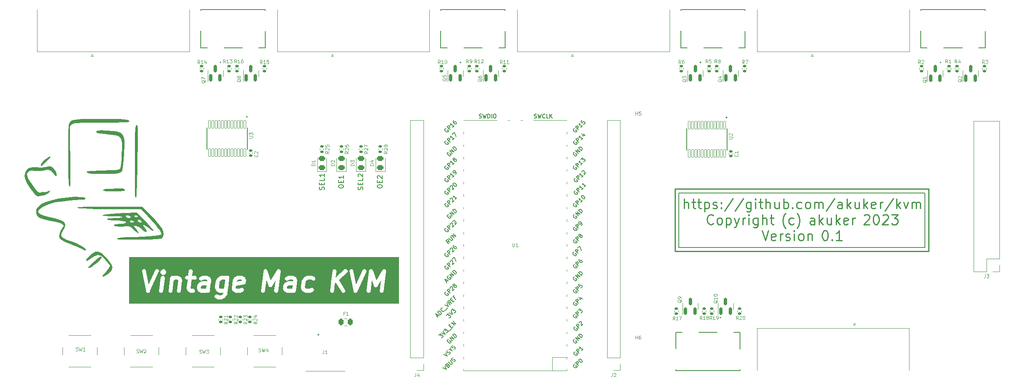
<source format=gbr>
%TF.GenerationSoftware,KiCad,Pcbnew,(7.0.0-0)*%
%TF.CreationDate,2023-03-16T21:22:01-05:00*%
%TF.ProjectId,VintageKVM,56696e74-6167-4654-9b56-4d2e6b696361,rev?*%
%TF.SameCoordinates,Original*%
%TF.FileFunction,Legend,Top*%
%TF.FilePolarity,Positive*%
%FSLAX46Y46*%
G04 Gerber Fmt 4.6, Leading zero omitted, Abs format (unit mm)*
G04 Created by KiCad (PCBNEW (7.0.0-0)) date 2023-03-16 21:22:01*
%MOMM*%
%LPD*%
G01*
G04 APERTURE LIST*
G04 Aperture macros list*
%AMRoundRect*
0 Rectangle with rounded corners*
0 $1 Rounding radius*
0 $2 $3 $4 $5 $6 $7 $8 $9 X,Y pos of 4 corners*
0 Add a 4 corners polygon primitive as box body*
4,1,4,$2,$3,$4,$5,$6,$7,$8,$9,$2,$3,0*
0 Add four circle primitives for the rounded corners*
1,1,$1+$1,$2,$3*
1,1,$1+$1,$4,$5*
1,1,$1+$1,$6,$7*
1,1,$1+$1,$8,$9*
0 Add four rect primitives between the rounded corners*
20,1,$1+$1,$2,$3,$4,$5,0*
20,1,$1+$1,$4,$5,$6,$7,0*
20,1,$1+$1,$6,$7,$8,$9,0*
20,1,$1+$1,$8,$9,$2,$3,0*%
G04 Aperture macros list end*
%ADD10C,0.250000*%
%ADD11C,0.150000*%
%ADD12C,0.800000*%
%ADD13C,0.100000*%
%ADD14C,0.120000*%
%ADD15C,0.127000*%
%ADD16C,0.200000*%
%ADD17RoundRect,0.140000X0.170000X-0.140000X0.170000X0.140000X-0.170000X0.140000X-0.170000X-0.140000X0*%
%ADD18RoundRect,0.135000X0.185000X-0.135000X0.185000X0.135000X-0.185000X0.135000X-0.185000X-0.135000X0*%
%ADD19C,4.000000*%
%ADD20R,1.600000X1.600000*%
%ADD21C,1.600000*%
%ADD22R,1.700000X1.700000*%
%ADD23O,1.700000X1.700000*%
%ADD24RoundRect,0.150000X0.150000X-0.587500X0.150000X0.587500X-0.150000X0.587500X-0.150000X-0.587500X0*%
%ADD25R,0.900000X3.500000*%
%ADD26C,3.316000*%
%ADD27O,1.800000X3.600000*%
%ADD28C,2.700000*%
%ADD29C,0.001000*%
%ADD30R,0.400000X1.400000*%
%ADD31C,2.000000*%
%ADD32RoundRect,0.135000X-0.185000X0.135000X-0.185000X-0.135000X0.185000X-0.135000X0.185000X0.135000X0*%
%ADD33RoundRect,0.243750X0.456250X-0.243750X0.456250X0.243750X-0.456250X0.243750X-0.456250X-0.243750X0*%
%ADD34RoundRect,0.020500X-0.184500X0.764500X-0.184500X-0.764500X0.184500X-0.764500X0.184500X0.764500X0*%
%ADD35RoundRect,0.243750X-0.243750X-0.456250X0.243750X-0.456250X0.243750X0.456250X-0.243750X0.456250X0*%
%ADD36O,1.800000X1.800000*%
%ADD37O,1.500000X1.500000*%
%ADD38R,3.500000X1.700000*%
%ADD39R,1.700000X3.500000*%
G04 APERTURE END LIST*
D10*
X172500000Y-76600000D02*
X224100000Y-76600000D01*
X224100000Y-76600000D02*
X224100000Y-89300000D01*
X224100000Y-89300000D02*
X172500000Y-89300000D01*
X172500000Y-89300000D02*
X172500000Y-76600000D01*
D11*
X173300000Y-77450000D02*
X223300000Y-77450000D01*
X223300000Y-77450000D02*
X223300000Y-88550000D01*
X223300000Y-88550000D02*
X173300000Y-88550000D01*
X173300000Y-88550000D02*
X173300000Y-77450000D01*
X101134761Y-76766666D02*
X101182380Y-76623809D01*
X101182380Y-76623809D02*
X101182380Y-76385714D01*
X101182380Y-76385714D02*
X101134761Y-76290476D01*
X101134761Y-76290476D02*
X101087142Y-76242857D01*
X101087142Y-76242857D02*
X100991904Y-76195238D01*
X100991904Y-76195238D02*
X100896666Y-76195238D01*
X100896666Y-76195238D02*
X100801428Y-76242857D01*
X100801428Y-76242857D02*
X100753809Y-76290476D01*
X100753809Y-76290476D02*
X100706190Y-76385714D01*
X100706190Y-76385714D02*
X100658571Y-76576190D01*
X100658571Y-76576190D02*
X100610952Y-76671428D01*
X100610952Y-76671428D02*
X100563333Y-76719047D01*
X100563333Y-76719047D02*
X100468095Y-76766666D01*
X100468095Y-76766666D02*
X100372857Y-76766666D01*
X100372857Y-76766666D02*
X100277619Y-76719047D01*
X100277619Y-76719047D02*
X100230000Y-76671428D01*
X100230000Y-76671428D02*
X100182380Y-76576190D01*
X100182380Y-76576190D02*
X100182380Y-76338095D01*
X100182380Y-76338095D02*
X100230000Y-76195238D01*
X100658571Y-75766666D02*
X100658571Y-75433333D01*
X101182380Y-75290476D02*
X101182380Y-75766666D01*
X101182380Y-75766666D02*
X100182380Y-75766666D01*
X100182380Y-75766666D02*
X100182380Y-75290476D01*
X101182380Y-74385714D02*
X101182380Y-74861904D01*
X101182380Y-74861904D02*
X100182380Y-74861904D01*
X101182380Y-73528571D02*
X101182380Y-74099999D01*
X101182380Y-73814285D02*
X100182380Y-73814285D01*
X100182380Y-73814285D02*
X100325238Y-73909523D01*
X100325238Y-73909523D02*
X100420476Y-74004761D01*
X100420476Y-74004761D02*
X100468095Y-74099999D01*
X111982380Y-76171428D02*
X111982380Y-75980952D01*
X111982380Y-75980952D02*
X112030000Y-75885714D01*
X112030000Y-75885714D02*
X112125238Y-75790476D01*
X112125238Y-75790476D02*
X112315714Y-75742857D01*
X112315714Y-75742857D02*
X112649047Y-75742857D01*
X112649047Y-75742857D02*
X112839523Y-75790476D01*
X112839523Y-75790476D02*
X112934761Y-75885714D01*
X112934761Y-75885714D02*
X112982380Y-75980952D01*
X112982380Y-75980952D02*
X112982380Y-76171428D01*
X112982380Y-76171428D02*
X112934761Y-76266666D01*
X112934761Y-76266666D02*
X112839523Y-76361904D01*
X112839523Y-76361904D02*
X112649047Y-76409523D01*
X112649047Y-76409523D02*
X112315714Y-76409523D01*
X112315714Y-76409523D02*
X112125238Y-76361904D01*
X112125238Y-76361904D02*
X112030000Y-76266666D01*
X112030000Y-76266666D02*
X111982380Y-76171428D01*
X112458571Y-75314285D02*
X112458571Y-74980952D01*
X112982380Y-74838095D02*
X112982380Y-75314285D01*
X112982380Y-75314285D02*
X111982380Y-75314285D01*
X111982380Y-75314285D02*
X111982380Y-74838095D01*
X112077619Y-74457142D02*
X112030000Y-74409523D01*
X112030000Y-74409523D02*
X111982380Y-74314285D01*
X111982380Y-74314285D02*
X111982380Y-74076190D01*
X111982380Y-74076190D02*
X112030000Y-73980952D01*
X112030000Y-73980952D02*
X112077619Y-73933333D01*
X112077619Y-73933333D02*
X112172857Y-73885714D01*
X112172857Y-73885714D02*
X112268095Y-73885714D01*
X112268095Y-73885714D02*
X112410952Y-73933333D01*
X112410952Y-73933333D02*
X112982380Y-74504761D01*
X112982380Y-74504761D02*
X112982380Y-73885714D01*
X109001427Y-76766666D02*
X109049046Y-76623809D01*
X109049046Y-76623809D02*
X109049046Y-76385714D01*
X109049046Y-76385714D02*
X109001427Y-76290476D01*
X109001427Y-76290476D02*
X108953808Y-76242857D01*
X108953808Y-76242857D02*
X108858570Y-76195238D01*
X108858570Y-76195238D02*
X108763332Y-76195238D01*
X108763332Y-76195238D02*
X108668094Y-76242857D01*
X108668094Y-76242857D02*
X108620475Y-76290476D01*
X108620475Y-76290476D02*
X108572856Y-76385714D01*
X108572856Y-76385714D02*
X108525237Y-76576190D01*
X108525237Y-76576190D02*
X108477618Y-76671428D01*
X108477618Y-76671428D02*
X108429999Y-76719047D01*
X108429999Y-76719047D02*
X108334761Y-76766666D01*
X108334761Y-76766666D02*
X108239523Y-76766666D01*
X108239523Y-76766666D02*
X108144285Y-76719047D01*
X108144285Y-76719047D02*
X108096666Y-76671428D01*
X108096666Y-76671428D02*
X108049046Y-76576190D01*
X108049046Y-76576190D02*
X108049046Y-76338095D01*
X108049046Y-76338095D02*
X108096666Y-76195238D01*
X108525237Y-75766666D02*
X108525237Y-75433333D01*
X109049046Y-75290476D02*
X109049046Y-75766666D01*
X109049046Y-75766666D02*
X108049046Y-75766666D01*
X108049046Y-75766666D02*
X108049046Y-75290476D01*
X109049046Y-74385714D02*
X109049046Y-74861904D01*
X109049046Y-74861904D02*
X108049046Y-74861904D01*
X108144285Y-74099999D02*
X108096666Y-74052380D01*
X108096666Y-74052380D02*
X108049046Y-73957142D01*
X108049046Y-73957142D02*
X108049046Y-73719047D01*
X108049046Y-73719047D02*
X108096666Y-73623809D01*
X108096666Y-73623809D02*
X108144285Y-73576190D01*
X108144285Y-73576190D02*
X108239523Y-73528571D01*
X108239523Y-73528571D02*
X108334761Y-73528571D01*
X108334761Y-73528571D02*
X108477618Y-73576190D01*
X108477618Y-73576190D02*
X109049046Y-74147618D01*
X109049046Y-74147618D02*
X109049046Y-73528571D01*
D10*
X174399998Y-80584761D02*
X174399998Y-78584761D01*
X175257141Y-80584761D02*
X175257141Y-79537142D01*
X175257141Y-79537142D02*
X175161903Y-79346666D01*
X175161903Y-79346666D02*
X174971427Y-79251428D01*
X174971427Y-79251428D02*
X174685712Y-79251428D01*
X174685712Y-79251428D02*
X174495236Y-79346666D01*
X174495236Y-79346666D02*
X174399998Y-79441904D01*
X175923808Y-79251428D02*
X176685712Y-79251428D01*
X176209522Y-78584761D02*
X176209522Y-80299047D01*
X176209522Y-80299047D02*
X176304760Y-80489523D01*
X176304760Y-80489523D02*
X176495236Y-80584761D01*
X176495236Y-80584761D02*
X176685712Y-80584761D01*
X177066665Y-79251428D02*
X177828569Y-79251428D01*
X177352379Y-78584761D02*
X177352379Y-80299047D01*
X177352379Y-80299047D02*
X177447617Y-80489523D01*
X177447617Y-80489523D02*
X177638093Y-80584761D01*
X177638093Y-80584761D02*
X177828569Y-80584761D01*
X178495236Y-79251428D02*
X178495236Y-81251428D01*
X178495236Y-79346666D02*
X178685712Y-79251428D01*
X178685712Y-79251428D02*
X179066665Y-79251428D01*
X179066665Y-79251428D02*
X179257141Y-79346666D01*
X179257141Y-79346666D02*
X179352379Y-79441904D01*
X179352379Y-79441904D02*
X179447617Y-79632380D01*
X179447617Y-79632380D02*
X179447617Y-80203809D01*
X179447617Y-80203809D02*
X179352379Y-80394285D01*
X179352379Y-80394285D02*
X179257141Y-80489523D01*
X179257141Y-80489523D02*
X179066665Y-80584761D01*
X179066665Y-80584761D02*
X178685712Y-80584761D01*
X178685712Y-80584761D02*
X178495236Y-80489523D01*
X180209522Y-80489523D02*
X180399998Y-80584761D01*
X180399998Y-80584761D02*
X180780950Y-80584761D01*
X180780950Y-80584761D02*
X180971427Y-80489523D01*
X180971427Y-80489523D02*
X181066665Y-80299047D01*
X181066665Y-80299047D02*
X181066665Y-80203809D01*
X181066665Y-80203809D02*
X180971427Y-80013333D01*
X180971427Y-80013333D02*
X180780950Y-79918095D01*
X180780950Y-79918095D02*
X180495236Y-79918095D01*
X180495236Y-79918095D02*
X180304760Y-79822857D01*
X180304760Y-79822857D02*
X180209522Y-79632380D01*
X180209522Y-79632380D02*
X180209522Y-79537142D01*
X180209522Y-79537142D02*
X180304760Y-79346666D01*
X180304760Y-79346666D02*
X180495236Y-79251428D01*
X180495236Y-79251428D02*
X180780950Y-79251428D01*
X180780950Y-79251428D02*
X180971427Y-79346666D01*
X181923808Y-80394285D02*
X182019046Y-80489523D01*
X182019046Y-80489523D02*
X181923808Y-80584761D01*
X181923808Y-80584761D02*
X181828570Y-80489523D01*
X181828570Y-80489523D02*
X181923808Y-80394285D01*
X181923808Y-80394285D02*
X181923808Y-80584761D01*
X181923808Y-79346666D02*
X182019046Y-79441904D01*
X182019046Y-79441904D02*
X181923808Y-79537142D01*
X181923808Y-79537142D02*
X181828570Y-79441904D01*
X181828570Y-79441904D02*
X181923808Y-79346666D01*
X181923808Y-79346666D02*
X181923808Y-79537142D01*
X184304760Y-78489523D02*
X182590475Y-81060952D01*
X186399998Y-78489523D02*
X184685713Y-81060952D01*
X187923808Y-79251428D02*
X187923808Y-80870476D01*
X187923808Y-80870476D02*
X187828570Y-81060952D01*
X187828570Y-81060952D02*
X187733332Y-81156190D01*
X187733332Y-81156190D02*
X187542855Y-81251428D01*
X187542855Y-81251428D02*
X187257141Y-81251428D01*
X187257141Y-81251428D02*
X187066665Y-81156190D01*
X187923808Y-80489523D02*
X187733332Y-80584761D01*
X187733332Y-80584761D02*
X187352379Y-80584761D01*
X187352379Y-80584761D02*
X187161903Y-80489523D01*
X187161903Y-80489523D02*
X187066665Y-80394285D01*
X187066665Y-80394285D02*
X186971427Y-80203809D01*
X186971427Y-80203809D02*
X186971427Y-79632380D01*
X186971427Y-79632380D02*
X187066665Y-79441904D01*
X187066665Y-79441904D02*
X187161903Y-79346666D01*
X187161903Y-79346666D02*
X187352379Y-79251428D01*
X187352379Y-79251428D02*
X187733332Y-79251428D01*
X187733332Y-79251428D02*
X187923808Y-79346666D01*
X188876189Y-80584761D02*
X188876189Y-79251428D01*
X188876189Y-78584761D02*
X188780951Y-78680000D01*
X188780951Y-78680000D02*
X188876189Y-78775238D01*
X188876189Y-78775238D02*
X188971427Y-78680000D01*
X188971427Y-78680000D02*
X188876189Y-78584761D01*
X188876189Y-78584761D02*
X188876189Y-78775238D01*
X189542856Y-79251428D02*
X190304760Y-79251428D01*
X189828570Y-78584761D02*
X189828570Y-80299047D01*
X189828570Y-80299047D02*
X189923808Y-80489523D01*
X189923808Y-80489523D02*
X190114284Y-80584761D01*
X190114284Y-80584761D02*
X190304760Y-80584761D01*
X190971427Y-80584761D02*
X190971427Y-78584761D01*
X191828570Y-80584761D02*
X191828570Y-79537142D01*
X191828570Y-79537142D02*
X191733332Y-79346666D01*
X191733332Y-79346666D02*
X191542856Y-79251428D01*
X191542856Y-79251428D02*
X191257141Y-79251428D01*
X191257141Y-79251428D02*
X191066665Y-79346666D01*
X191066665Y-79346666D02*
X190971427Y-79441904D01*
X193638094Y-79251428D02*
X193638094Y-80584761D01*
X192780951Y-79251428D02*
X192780951Y-80299047D01*
X192780951Y-80299047D02*
X192876189Y-80489523D01*
X192876189Y-80489523D02*
X193066665Y-80584761D01*
X193066665Y-80584761D02*
X193352380Y-80584761D01*
X193352380Y-80584761D02*
X193542856Y-80489523D01*
X193542856Y-80489523D02*
X193638094Y-80394285D01*
X194590475Y-80584761D02*
X194590475Y-78584761D01*
X194590475Y-79346666D02*
X194780951Y-79251428D01*
X194780951Y-79251428D02*
X195161904Y-79251428D01*
X195161904Y-79251428D02*
X195352380Y-79346666D01*
X195352380Y-79346666D02*
X195447618Y-79441904D01*
X195447618Y-79441904D02*
X195542856Y-79632380D01*
X195542856Y-79632380D02*
X195542856Y-80203809D01*
X195542856Y-80203809D02*
X195447618Y-80394285D01*
X195447618Y-80394285D02*
X195352380Y-80489523D01*
X195352380Y-80489523D02*
X195161904Y-80584761D01*
X195161904Y-80584761D02*
X194780951Y-80584761D01*
X194780951Y-80584761D02*
X194590475Y-80489523D01*
X196399999Y-80394285D02*
X196495237Y-80489523D01*
X196495237Y-80489523D02*
X196399999Y-80584761D01*
X196399999Y-80584761D02*
X196304761Y-80489523D01*
X196304761Y-80489523D02*
X196399999Y-80394285D01*
X196399999Y-80394285D02*
X196399999Y-80584761D01*
X198209523Y-80489523D02*
X198019047Y-80584761D01*
X198019047Y-80584761D02*
X197638094Y-80584761D01*
X197638094Y-80584761D02*
X197447618Y-80489523D01*
X197447618Y-80489523D02*
X197352380Y-80394285D01*
X197352380Y-80394285D02*
X197257142Y-80203809D01*
X197257142Y-80203809D02*
X197257142Y-79632380D01*
X197257142Y-79632380D02*
X197352380Y-79441904D01*
X197352380Y-79441904D02*
X197447618Y-79346666D01*
X197447618Y-79346666D02*
X197638094Y-79251428D01*
X197638094Y-79251428D02*
X198019047Y-79251428D01*
X198019047Y-79251428D02*
X198209523Y-79346666D01*
X199352380Y-80584761D02*
X199161904Y-80489523D01*
X199161904Y-80489523D02*
X199066666Y-80394285D01*
X199066666Y-80394285D02*
X198971428Y-80203809D01*
X198971428Y-80203809D02*
X198971428Y-79632380D01*
X198971428Y-79632380D02*
X199066666Y-79441904D01*
X199066666Y-79441904D02*
X199161904Y-79346666D01*
X199161904Y-79346666D02*
X199352380Y-79251428D01*
X199352380Y-79251428D02*
X199638095Y-79251428D01*
X199638095Y-79251428D02*
X199828571Y-79346666D01*
X199828571Y-79346666D02*
X199923809Y-79441904D01*
X199923809Y-79441904D02*
X200019047Y-79632380D01*
X200019047Y-79632380D02*
X200019047Y-80203809D01*
X200019047Y-80203809D02*
X199923809Y-80394285D01*
X199923809Y-80394285D02*
X199828571Y-80489523D01*
X199828571Y-80489523D02*
X199638095Y-80584761D01*
X199638095Y-80584761D02*
X199352380Y-80584761D01*
X200876190Y-80584761D02*
X200876190Y-79251428D01*
X200876190Y-79441904D02*
X200971428Y-79346666D01*
X200971428Y-79346666D02*
X201161904Y-79251428D01*
X201161904Y-79251428D02*
X201447619Y-79251428D01*
X201447619Y-79251428D02*
X201638095Y-79346666D01*
X201638095Y-79346666D02*
X201733333Y-79537142D01*
X201733333Y-79537142D02*
X201733333Y-80584761D01*
X201733333Y-79537142D02*
X201828571Y-79346666D01*
X201828571Y-79346666D02*
X202019047Y-79251428D01*
X202019047Y-79251428D02*
X202304761Y-79251428D01*
X202304761Y-79251428D02*
X202495238Y-79346666D01*
X202495238Y-79346666D02*
X202590476Y-79537142D01*
X202590476Y-79537142D02*
X202590476Y-80584761D01*
X204971428Y-78489523D02*
X203257143Y-81060952D01*
X206495238Y-80584761D02*
X206495238Y-79537142D01*
X206495238Y-79537142D02*
X206400000Y-79346666D01*
X206400000Y-79346666D02*
X206209524Y-79251428D01*
X206209524Y-79251428D02*
X205828571Y-79251428D01*
X205828571Y-79251428D02*
X205638095Y-79346666D01*
X206495238Y-80489523D02*
X206304762Y-80584761D01*
X206304762Y-80584761D02*
X205828571Y-80584761D01*
X205828571Y-80584761D02*
X205638095Y-80489523D01*
X205638095Y-80489523D02*
X205542857Y-80299047D01*
X205542857Y-80299047D02*
X205542857Y-80108571D01*
X205542857Y-80108571D02*
X205638095Y-79918095D01*
X205638095Y-79918095D02*
X205828571Y-79822857D01*
X205828571Y-79822857D02*
X206304762Y-79822857D01*
X206304762Y-79822857D02*
X206495238Y-79727619D01*
X207447619Y-80584761D02*
X207447619Y-78584761D01*
X207638095Y-79822857D02*
X208209524Y-80584761D01*
X208209524Y-79251428D02*
X207447619Y-80013333D01*
X209923810Y-79251428D02*
X209923810Y-80584761D01*
X209066667Y-79251428D02*
X209066667Y-80299047D01*
X209066667Y-80299047D02*
X209161905Y-80489523D01*
X209161905Y-80489523D02*
X209352381Y-80584761D01*
X209352381Y-80584761D02*
X209638096Y-80584761D01*
X209638096Y-80584761D02*
X209828572Y-80489523D01*
X209828572Y-80489523D02*
X209923810Y-80394285D01*
X210876191Y-80584761D02*
X210876191Y-78584761D01*
X211066667Y-79822857D02*
X211638096Y-80584761D01*
X211638096Y-79251428D02*
X210876191Y-80013333D01*
X213257144Y-80489523D02*
X213066668Y-80584761D01*
X213066668Y-80584761D02*
X212685715Y-80584761D01*
X212685715Y-80584761D02*
X212495239Y-80489523D01*
X212495239Y-80489523D02*
X212400001Y-80299047D01*
X212400001Y-80299047D02*
X212400001Y-79537142D01*
X212400001Y-79537142D02*
X212495239Y-79346666D01*
X212495239Y-79346666D02*
X212685715Y-79251428D01*
X212685715Y-79251428D02*
X213066668Y-79251428D01*
X213066668Y-79251428D02*
X213257144Y-79346666D01*
X213257144Y-79346666D02*
X213352382Y-79537142D01*
X213352382Y-79537142D02*
X213352382Y-79727619D01*
X213352382Y-79727619D02*
X212400001Y-79918095D01*
X214209525Y-80584761D02*
X214209525Y-79251428D01*
X214209525Y-79632380D02*
X214304763Y-79441904D01*
X214304763Y-79441904D02*
X214400001Y-79346666D01*
X214400001Y-79346666D02*
X214590477Y-79251428D01*
X214590477Y-79251428D02*
X214780954Y-79251428D01*
X216876191Y-78489523D02*
X215161906Y-81060952D01*
X217542858Y-80584761D02*
X217542858Y-78584761D01*
X217733334Y-79822857D02*
X218304763Y-80584761D01*
X218304763Y-79251428D02*
X217542858Y-80013333D01*
X218971430Y-79251428D02*
X219447620Y-80584761D01*
X219447620Y-80584761D02*
X219923811Y-79251428D01*
X220685716Y-80584761D02*
X220685716Y-79251428D01*
X220685716Y-79441904D02*
X220780954Y-79346666D01*
X220780954Y-79346666D02*
X220971430Y-79251428D01*
X220971430Y-79251428D02*
X221257145Y-79251428D01*
X221257145Y-79251428D02*
X221447621Y-79346666D01*
X221447621Y-79346666D02*
X221542859Y-79537142D01*
X221542859Y-79537142D02*
X221542859Y-80584761D01*
X221542859Y-79537142D02*
X221638097Y-79346666D01*
X221638097Y-79346666D02*
X221828573Y-79251428D01*
X221828573Y-79251428D02*
X222114287Y-79251428D01*
X222114287Y-79251428D02*
X222304764Y-79346666D01*
X222304764Y-79346666D02*
X222400002Y-79537142D01*
X222400002Y-79537142D02*
X222400002Y-80584761D01*
X180266665Y-83634285D02*
X180171427Y-83729523D01*
X180171427Y-83729523D02*
X179885713Y-83824761D01*
X179885713Y-83824761D02*
X179695237Y-83824761D01*
X179695237Y-83824761D02*
X179409522Y-83729523D01*
X179409522Y-83729523D02*
X179219046Y-83539047D01*
X179219046Y-83539047D02*
X179123808Y-83348571D01*
X179123808Y-83348571D02*
X179028570Y-82967619D01*
X179028570Y-82967619D02*
X179028570Y-82681904D01*
X179028570Y-82681904D02*
X179123808Y-82300952D01*
X179123808Y-82300952D02*
X179219046Y-82110476D01*
X179219046Y-82110476D02*
X179409522Y-81920000D01*
X179409522Y-81920000D02*
X179695237Y-81824761D01*
X179695237Y-81824761D02*
X179885713Y-81824761D01*
X179885713Y-81824761D02*
X180171427Y-81920000D01*
X180171427Y-81920000D02*
X180266665Y-82015238D01*
X181409522Y-83824761D02*
X181219046Y-83729523D01*
X181219046Y-83729523D02*
X181123808Y-83634285D01*
X181123808Y-83634285D02*
X181028570Y-83443809D01*
X181028570Y-83443809D02*
X181028570Y-82872380D01*
X181028570Y-82872380D02*
X181123808Y-82681904D01*
X181123808Y-82681904D02*
X181219046Y-82586666D01*
X181219046Y-82586666D02*
X181409522Y-82491428D01*
X181409522Y-82491428D02*
X181695237Y-82491428D01*
X181695237Y-82491428D02*
X181885713Y-82586666D01*
X181885713Y-82586666D02*
X181980951Y-82681904D01*
X181980951Y-82681904D02*
X182076189Y-82872380D01*
X182076189Y-82872380D02*
X182076189Y-83443809D01*
X182076189Y-83443809D02*
X181980951Y-83634285D01*
X181980951Y-83634285D02*
X181885713Y-83729523D01*
X181885713Y-83729523D02*
X181695237Y-83824761D01*
X181695237Y-83824761D02*
X181409522Y-83824761D01*
X182933332Y-82491428D02*
X182933332Y-84491428D01*
X182933332Y-82586666D02*
X183123808Y-82491428D01*
X183123808Y-82491428D02*
X183504761Y-82491428D01*
X183504761Y-82491428D02*
X183695237Y-82586666D01*
X183695237Y-82586666D02*
X183790475Y-82681904D01*
X183790475Y-82681904D02*
X183885713Y-82872380D01*
X183885713Y-82872380D02*
X183885713Y-83443809D01*
X183885713Y-83443809D02*
X183790475Y-83634285D01*
X183790475Y-83634285D02*
X183695237Y-83729523D01*
X183695237Y-83729523D02*
X183504761Y-83824761D01*
X183504761Y-83824761D02*
X183123808Y-83824761D01*
X183123808Y-83824761D02*
X182933332Y-83729523D01*
X184552380Y-82491428D02*
X185028570Y-83824761D01*
X185504761Y-82491428D02*
X185028570Y-83824761D01*
X185028570Y-83824761D02*
X184838094Y-84300952D01*
X184838094Y-84300952D02*
X184742856Y-84396190D01*
X184742856Y-84396190D02*
X184552380Y-84491428D01*
X186266666Y-83824761D02*
X186266666Y-82491428D01*
X186266666Y-82872380D02*
X186361904Y-82681904D01*
X186361904Y-82681904D02*
X186457142Y-82586666D01*
X186457142Y-82586666D02*
X186647618Y-82491428D01*
X186647618Y-82491428D02*
X186838095Y-82491428D01*
X187504761Y-83824761D02*
X187504761Y-82491428D01*
X187504761Y-81824761D02*
X187409523Y-81920000D01*
X187409523Y-81920000D02*
X187504761Y-82015238D01*
X187504761Y-82015238D02*
X187599999Y-81920000D01*
X187599999Y-81920000D02*
X187504761Y-81824761D01*
X187504761Y-81824761D02*
X187504761Y-82015238D01*
X189314285Y-82491428D02*
X189314285Y-84110476D01*
X189314285Y-84110476D02*
X189219047Y-84300952D01*
X189219047Y-84300952D02*
X189123809Y-84396190D01*
X189123809Y-84396190D02*
X188933332Y-84491428D01*
X188933332Y-84491428D02*
X188647618Y-84491428D01*
X188647618Y-84491428D02*
X188457142Y-84396190D01*
X189314285Y-83729523D02*
X189123809Y-83824761D01*
X189123809Y-83824761D02*
X188742856Y-83824761D01*
X188742856Y-83824761D02*
X188552380Y-83729523D01*
X188552380Y-83729523D02*
X188457142Y-83634285D01*
X188457142Y-83634285D02*
X188361904Y-83443809D01*
X188361904Y-83443809D02*
X188361904Y-82872380D01*
X188361904Y-82872380D02*
X188457142Y-82681904D01*
X188457142Y-82681904D02*
X188552380Y-82586666D01*
X188552380Y-82586666D02*
X188742856Y-82491428D01*
X188742856Y-82491428D02*
X189123809Y-82491428D01*
X189123809Y-82491428D02*
X189314285Y-82586666D01*
X190266666Y-83824761D02*
X190266666Y-81824761D01*
X191123809Y-83824761D02*
X191123809Y-82777142D01*
X191123809Y-82777142D02*
X191028571Y-82586666D01*
X191028571Y-82586666D02*
X190838095Y-82491428D01*
X190838095Y-82491428D02*
X190552380Y-82491428D01*
X190552380Y-82491428D02*
X190361904Y-82586666D01*
X190361904Y-82586666D02*
X190266666Y-82681904D01*
X191790476Y-82491428D02*
X192552380Y-82491428D01*
X192076190Y-81824761D02*
X192076190Y-83539047D01*
X192076190Y-83539047D02*
X192171428Y-83729523D01*
X192171428Y-83729523D02*
X192361904Y-83824761D01*
X192361904Y-83824761D02*
X192552380Y-83824761D01*
X194990476Y-84586666D02*
X194895237Y-84491428D01*
X194895237Y-84491428D02*
X194704761Y-84205714D01*
X194704761Y-84205714D02*
X194609523Y-84015238D01*
X194609523Y-84015238D02*
X194514285Y-83729523D01*
X194514285Y-83729523D02*
X194419047Y-83253333D01*
X194419047Y-83253333D02*
X194419047Y-82872380D01*
X194419047Y-82872380D02*
X194514285Y-82396190D01*
X194514285Y-82396190D02*
X194609523Y-82110476D01*
X194609523Y-82110476D02*
X194704761Y-81920000D01*
X194704761Y-81920000D02*
X194895237Y-81634285D01*
X194895237Y-81634285D02*
X194990476Y-81539047D01*
X196609523Y-83729523D02*
X196419047Y-83824761D01*
X196419047Y-83824761D02*
X196038094Y-83824761D01*
X196038094Y-83824761D02*
X195847618Y-83729523D01*
X195847618Y-83729523D02*
X195752380Y-83634285D01*
X195752380Y-83634285D02*
X195657142Y-83443809D01*
X195657142Y-83443809D02*
X195657142Y-82872380D01*
X195657142Y-82872380D02*
X195752380Y-82681904D01*
X195752380Y-82681904D02*
X195847618Y-82586666D01*
X195847618Y-82586666D02*
X196038094Y-82491428D01*
X196038094Y-82491428D02*
X196419047Y-82491428D01*
X196419047Y-82491428D02*
X196609523Y-82586666D01*
X197276190Y-84586666D02*
X197371428Y-84491428D01*
X197371428Y-84491428D02*
X197561904Y-84205714D01*
X197561904Y-84205714D02*
X197657142Y-84015238D01*
X197657142Y-84015238D02*
X197752380Y-83729523D01*
X197752380Y-83729523D02*
X197847618Y-83253333D01*
X197847618Y-83253333D02*
X197847618Y-82872380D01*
X197847618Y-82872380D02*
X197752380Y-82396190D01*
X197752380Y-82396190D02*
X197657142Y-82110476D01*
X197657142Y-82110476D02*
X197561904Y-81920000D01*
X197561904Y-81920000D02*
X197371428Y-81634285D01*
X197371428Y-81634285D02*
X197276190Y-81539047D01*
X200857142Y-83824761D02*
X200857142Y-82777142D01*
X200857142Y-82777142D02*
X200761904Y-82586666D01*
X200761904Y-82586666D02*
X200571428Y-82491428D01*
X200571428Y-82491428D02*
X200190475Y-82491428D01*
X200190475Y-82491428D02*
X199999999Y-82586666D01*
X200857142Y-83729523D02*
X200666666Y-83824761D01*
X200666666Y-83824761D02*
X200190475Y-83824761D01*
X200190475Y-83824761D02*
X199999999Y-83729523D01*
X199999999Y-83729523D02*
X199904761Y-83539047D01*
X199904761Y-83539047D02*
X199904761Y-83348571D01*
X199904761Y-83348571D02*
X199999999Y-83158095D01*
X199999999Y-83158095D02*
X200190475Y-83062857D01*
X200190475Y-83062857D02*
X200666666Y-83062857D01*
X200666666Y-83062857D02*
X200857142Y-82967619D01*
X201809523Y-83824761D02*
X201809523Y-81824761D01*
X201999999Y-83062857D02*
X202571428Y-83824761D01*
X202571428Y-82491428D02*
X201809523Y-83253333D01*
X204285714Y-82491428D02*
X204285714Y-83824761D01*
X203428571Y-82491428D02*
X203428571Y-83539047D01*
X203428571Y-83539047D02*
X203523809Y-83729523D01*
X203523809Y-83729523D02*
X203714285Y-83824761D01*
X203714285Y-83824761D02*
X204000000Y-83824761D01*
X204000000Y-83824761D02*
X204190476Y-83729523D01*
X204190476Y-83729523D02*
X204285714Y-83634285D01*
X205238095Y-83824761D02*
X205238095Y-81824761D01*
X205428571Y-83062857D02*
X206000000Y-83824761D01*
X206000000Y-82491428D02*
X205238095Y-83253333D01*
X207619048Y-83729523D02*
X207428572Y-83824761D01*
X207428572Y-83824761D02*
X207047619Y-83824761D01*
X207047619Y-83824761D02*
X206857143Y-83729523D01*
X206857143Y-83729523D02*
X206761905Y-83539047D01*
X206761905Y-83539047D02*
X206761905Y-82777142D01*
X206761905Y-82777142D02*
X206857143Y-82586666D01*
X206857143Y-82586666D02*
X207047619Y-82491428D01*
X207047619Y-82491428D02*
X207428572Y-82491428D01*
X207428572Y-82491428D02*
X207619048Y-82586666D01*
X207619048Y-82586666D02*
X207714286Y-82777142D01*
X207714286Y-82777142D02*
X207714286Y-82967619D01*
X207714286Y-82967619D02*
X206761905Y-83158095D01*
X208571429Y-83824761D02*
X208571429Y-82491428D01*
X208571429Y-82872380D02*
X208666667Y-82681904D01*
X208666667Y-82681904D02*
X208761905Y-82586666D01*
X208761905Y-82586666D02*
X208952381Y-82491428D01*
X208952381Y-82491428D02*
X209142858Y-82491428D01*
X210914286Y-82015238D02*
X211009524Y-81920000D01*
X211009524Y-81920000D02*
X211200000Y-81824761D01*
X211200000Y-81824761D02*
X211676191Y-81824761D01*
X211676191Y-81824761D02*
X211866667Y-81920000D01*
X211866667Y-81920000D02*
X211961905Y-82015238D01*
X211961905Y-82015238D02*
X212057143Y-82205714D01*
X212057143Y-82205714D02*
X212057143Y-82396190D01*
X212057143Y-82396190D02*
X211961905Y-82681904D01*
X211961905Y-82681904D02*
X210819048Y-83824761D01*
X210819048Y-83824761D02*
X212057143Y-83824761D01*
X213295238Y-81824761D02*
X213485715Y-81824761D01*
X213485715Y-81824761D02*
X213676191Y-81920000D01*
X213676191Y-81920000D02*
X213771429Y-82015238D01*
X213771429Y-82015238D02*
X213866667Y-82205714D01*
X213866667Y-82205714D02*
X213961905Y-82586666D01*
X213961905Y-82586666D02*
X213961905Y-83062857D01*
X213961905Y-83062857D02*
X213866667Y-83443809D01*
X213866667Y-83443809D02*
X213771429Y-83634285D01*
X213771429Y-83634285D02*
X213676191Y-83729523D01*
X213676191Y-83729523D02*
X213485715Y-83824761D01*
X213485715Y-83824761D02*
X213295238Y-83824761D01*
X213295238Y-83824761D02*
X213104762Y-83729523D01*
X213104762Y-83729523D02*
X213009524Y-83634285D01*
X213009524Y-83634285D02*
X212914286Y-83443809D01*
X212914286Y-83443809D02*
X212819048Y-83062857D01*
X212819048Y-83062857D02*
X212819048Y-82586666D01*
X212819048Y-82586666D02*
X212914286Y-82205714D01*
X212914286Y-82205714D02*
X213009524Y-82015238D01*
X213009524Y-82015238D02*
X213104762Y-81920000D01*
X213104762Y-81920000D02*
X213295238Y-81824761D01*
X214723810Y-82015238D02*
X214819048Y-81920000D01*
X214819048Y-81920000D02*
X215009524Y-81824761D01*
X215009524Y-81824761D02*
X215485715Y-81824761D01*
X215485715Y-81824761D02*
X215676191Y-81920000D01*
X215676191Y-81920000D02*
X215771429Y-82015238D01*
X215771429Y-82015238D02*
X215866667Y-82205714D01*
X215866667Y-82205714D02*
X215866667Y-82396190D01*
X215866667Y-82396190D02*
X215771429Y-82681904D01*
X215771429Y-82681904D02*
X214628572Y-83824761D01*
X214628572Y-83824761D02*
X215866667Y-83824761D01*
X216533334Y-81824761D02*
X217771429Y-81824761D01*
X217771429Y-81824761D02*
X217104762Y-82586666D01*
X217104762Y-82586666D02*
X217390477Y-82586666D01*
X217390477Y-82586666D02*
X217580953Y-82681904D01*
X217580953Y-82681904D02*
X217676191Y-82777142D01*
X217676191Y-82777142D02*
X217771429Y-82967619D01*
X217771429Y-82967619D02*
X217771429Y-83443809D01*
X217771429Y-83443809D02*
X217676191Y-83634285D01*
X217676191Y-83634285D02*
X217580953Y-83729523D01*
X217580953Y-83729523D02*
X217390477Y-83824761D01*
X217390477Y-83824761D02*
X216819048Y-83824761D01*
X216819048Y-83824761D02*
X216628572Y-83729523D01*
X216628572Y-83729523D02*
X216533334Y-83634285D01*
X190180952Y-85064761D02*
X190847618Y-87064761D01*
X190847618Y-87064761D02*
X191514285Y-85064761D01*
X192942857Y-86969523D02*
X192752381Y-87064761D01*
X192752381Y-87064761D02*
X192371428Y-87064761D01*
X192371428Y-87064761D02*
X192180952Y-86969523D01*
X192180952Y-86969523D02*
X192085714Y-86779047D01*
X192085714Y-86779047D02*
X192085714Y-86017142D01*
X192085714Y-86017142D02*
X192180952Y-85826666D01*
X192180952Y-85826666D02*
X192371428Y-85731428D01*
X192371428Y-85731428D02*
X192752381Y-85731428D01*
X192752381Y-85731428D02*
X192942857Y-85826666D01*
X192942857Y-85826666D02*
X193038095Y-86017142D01*
X193038095Y-86017142D02*
X193038095Y-86207619D01*
X193038095Y-86207619D02*
X192085714Y-86398095D01*
X193895238Y-87064761D02*
X193895238Y-85731428D01*
X193895238Y-86112380D02*
X193990476Y-85921904D01*
X193990476Y-85921904D02*
X194085714Y-85826666D01*
X194085714Y-85826666D02*
X194276190Y-85731428D01*
X194276190Y-85731428D02*
X194466667Y-85731428D01*
X195038095Y-86969523D02*
X195228571Y-87064761D01*
X195228571Y-87064761D02*
X195609523Y-87064761D01*
X195609523Y-87064761D02*
X195800000Y-86969523D01*
X195800000Y-86969523D02*
X195895238Y-86779047D01*
X195895238Y-86779047D02*
X195895238Y-86683809D01*
X195895238Y-86683809D02*
X195800000Y-86493333D01*
X195800000Y-86493333D02*
X195609523Y-86398095D01*
X195609523Y-86398095D02*
X195323809Y-86398095D01*
X195323809Y-86398095D02*
X195133333Y-86302857D01*
X195133333Y-86302857D02*
X195038095Y-86112380D01*
X195038095Y-86112380D02*
X195038095Y-86017142D01*
X195038095Y-86017142D02*
X195133333Y-85826666D01*
X195133333Y-85826666D02*
X195323809Y-85731428D01*
X195323809Y-85731428D02*
X195609523Y-85731428D01*
X195609523Y-85731428D02*
X195800000Y-85826666D01*
X196752381Y-87064761D02*
X196752381Y-85731428D01*
X196752381Y-85064761D02*
X196657143Y-85160000D01*
X196657143Y-85160000D02*
X196752381Y-85255238D01*
X196752381Y-85255238D02*
X196847619Y-85160000D01*
X196847619Y-85160000D02*
X196752381Y-85064761D01*
X196752381Y-85064761D02*
X196752381Y-85255238D01*
X197990476Y-87064761D02*
X197800000Y-86969523D01*
X197800000Y-86969523D02*
X197704762Y-86874285D01*
X197704762Y-86874285D02*
X197609524Y-86683809D01*
X197609524Y-86683809D02*
X197609524Y-86112380D01*
X197609524Y-86112380D02*
X197704762Y-85921904D01*
X197704762Y-85921904D02*
X197800000Y-85826666D01*
X197800000Y-85826666D02*
X197990476Y-85731428D01*
X197990476Y-85731428D02*
X198276191Y-85731428D01*
X198276191Y-85731428D02*
X198466667Y-85826666D01*
X198466667Y-85826666D02*
X198561905Y-85921904D01*
X198561905Y-85921904D02*
X198657143Y-86112380D01*
X198657143Y-86112380D02*
X198657143Y-86683809D01*
X198657143Y-86683809D02*
X198561905Y-86874285D01*
X198561905Y-86874285D02*
X198466667Y-86969523D01*
X198466667Y-86969523D02*
X198276191Y-87064761D01*
X198276191Y-87064761D02*
X197990476Y-87064761D01*
X199514286Y-85731428D02*
X199514286Y-87064761D01*
X199514286Y-85921904D02*
X199609524Y-85826666D01*
X199609524Y-85826666D02*
X199800000Y-85731428D01*
X199800000Y-85731428D02*
X200085715Y-85731428D01*
X200085715Y-85731428D02*
X200276191Y-85826666D01*
X200276191Y-85826666D02*
X200371429Y-86017142D01*
X200371429Y-86017142D02*
X200371429Y-87064761D01*
X202904762Y-85064761D02*
X203095239Y-85064761D01*
X203095239Y-85064761D02*
X203285715Y-85160000D01*
X203285715Y-85160000D02*
X203380953Y-85255238D01*
X203380953Y-85255238D02*
X203476191Y-85445714D01*
X203476191Y-85445714D02*
X203571429Y-85826666D01*
X203571429Y-85826666D02*
X203571429Y-86302857D01*
X203571429Y-86302857D02*
X203476191Y-86683809D01*
X203476191Y-86683809D02*
X203380953Y-86874285D01*
X203380953Y-86874285D02*
X203285715Y-86969523D01*
X203285715Y-86969523D02*
X203095239Y-87064761D01*
X203095239Y-87064761D02*
X202904762Y-87064761D01*
X202904762Y-87064761D02*
X202714286Y-86969523D01*
X202714286Y-86969523D02*
X202619048Y-86874285D01*
X202619048Y-86874285D02*
X202523810Y-86683809D01*
X202523810Y-86683809D02*
X202428572Y-86302857D01*
X202428572Y-86302857D02*
X202428572Y-85826666D01*
X202428572Y-85826666D02*
X202523810Y-85445714D01*
X202523810Y-85445714D02*
X202619048Y-85255238D01*
X202619048Y-85255238D02*
X202714286Y-85160000D01*
X202714286Y-85160000D02*
X202904762Y-85064761D01*
X204428572Y-86874285D02*
X204523810Y-86969523D01*
X204523810Y-86969523D02*
X204428572Y-87064761D01*
X204428572Y-87064761D02*
X204333334Y-86969523D01*
X204333334Y-86969523D02*
X204428572Y-86874285D01*
X204428572Y-86874285D02*
X204428572Y-87064761D01*
X206428572Y-87064761D02*
X205285715Y-87064761D01*
X205857143Y-87064761D02*
X205857143Y-85064761D01*
X205857143Y-85064761D02*
X205666667Y-85350476D01*
X205666667Y-85350476D02*
X205476191Y-85540952D01*
X205476191Y-85540952D02*
X205285715Y-85636190D01*
D12*
G36*
X81035623Y-95076776D02*
G01*
X80811357Y-96870895D01*
X80686775Y-96929523D01*
X80114285Y-96929523D01*
X79909968Y-96820553D01*
X79839446Y-96739958D01*
X79756753Y-96519443D01*
X79876442Y-95561932D01*
X80037294Y-95304569D01*
X80165433Y-95190668D01*
X80437033Y-95062857D01*
X81009525Y-95062857D01*
X81035623Y-95076776D01*
G37*
G36*
X94687548Y-96870895D02*
G01*
X94562965Y-96929523D01*
X93800000Y-96929523D01*
X93664356Y-96857179D01*
X93609133Y-96709920D01*
X93633584Y-96514313D01*
X93762530Y-96308000D01*
X93979890Y-96205714D01*
X94770696Y-96205714D01*
X94687548Y-96870895D01*
G37*
G36*
X77192310Y-96870895D02*
G01*
X77067727Y-96929523D01*
X76304762Y-96929523D01*
X76169118Y-96857179D01*
X76113895Y-96709920D01*
X76138346Y-96514313D01*
X76267292Y-96308000D01*
X76484652Y-96205714D01*
X77275458Y-96205714D01*
X77192310Y-96870895D01*
G37*
G36*
X84430879Y-95135199D02*
G01*
X84484625Y-95278522D01*
X83360645Y-95497835D01*
X83376442Y-95371456D01*
X83505388Y-95165143D01*
X83722747Y-95062857D01*
X84295238Y-95062857D01*
X84430879Y-95135199D01*
G37*
G36*
X116411905Y-99971429D02*
G01*
X61488095Y-99971429D01*
X61488095Y-98565000D01*
X78893532Y-98565000D01*
X79008131Y-98770050D01*
X79454557Y-99008144D01*
X79539692Y-99062857D01*
X79616128Y-99062857D01*
X79690973Y-99078369D01*
X79731345Y-99062857D01*
X80202259Y-99062857D01*
X80292619Y-99074795D01*
X80370923Y-99037945D01*
X80453957Y-99013565D01*
X80475456Y-98988753D01*
X80751836Y-98858691D01*
X80811294Y-98849374D01*
X80898596Y-98771771D01*
X80986597Y-98693738D01*
X80986667Y-98693486D01*
X81070371Y-98619083D01*
X81124569Y-98593502D01*
X81156342Y-98542665D01*
X81156349Y-98542659D01*
X81189460Y-98489676D01*
X81410373Y-98136215D01*
X81468057Y-98067110D01*
X81478930Y-97980123D01*
X81502568Y-97895700D01*
X81493266Y-97865436D01*
X81574140Y-97218445D01*
X81597812Y-97134277D01*
X81588474Y-97103771D01*
X81627874Y-96788573D01*
X82384228Y-96788573D01*
X82411549Y-96861430D01*
X82424043Y-96938240D01*
X82452018Y-96969347D01*
X82538365Y-97199604D01*
X82536389Y-97231667D01*
X82578939Y-97307802D01*
X82588519Y-97333347D01*
X82606855Y-97357750D01*
X82650988Y-97436717D01*
X82676350Y-97450243D01*
X82693618Y-97473225D01*
X82778434Y-97504688D01*
X83097422Y-97674816D01*
X83182548Y-97729523D01*
X83258983Y-97729523D01*
X83333830Y-97745035D01*
X83374202Y-97729523D01*
X84035592Y-97729523D01*
X84125951Y-97741461D01*
X84204254Y-97704612D01*
X84287290Y-97680231D01*
X84308789Y-97655419D01*
X84689022Y-97476486D01*
X84819929Y-97360406D01*
X84826518Y-97336977D01*
X88343573Y-97336977D01*
X88371663Y-97509669D01*
X88528739Y-97684328D01*
X88755307Y-97746339D01*
X88979434Y-97676014D01*
X89129961Y-97495681D01*
X89429530Y-95099129D01*
X89844866Y-96314748D01*
X89881661Y-96424847D01*
X89929442Y-96463255D01*
X89964807Y-96513337D01*
X90019096Y-96535321D01*
X90064745Y-96572015D01*
X90125708Y-96578493D01*
X90182534Y-96601505D01*
X90240090Y-96590648D01*
X90298332Y-96596838D01*
X90353118Y-96569329D01*
X90413365Y-96557966D01*
X90455915Y-96517714D01*
X90508257Y-96491434D01*
X90539475Y-96438671D01*
X90584013Y-96396540D01*
X90598047Y-96339676D01*
X91278703Y-95189271D01*
X91010240Y-97336977D01*
X91038330Y-97509669D01*
X91195406Y-97684328D01*
X91421974Y-97746339D01*
X91646101Y-97676014D01*
X91796628Y-97495681D01*
X91885016Y-96788573D01*
X92784228Y-96788573D01*
X92811550Y-96861432D01*
X92824044Y-96938241D01*
X92852018Y-96969346D01*
X92938365Y-97199604D01*
X92936389Y-97231667D01*
X92978939Y-97307802D01*
X92988519Y-97333347D01*
X93006855Y-97357750D01*
X93050988Y-97436717D01*
X93076350Y-97450243D01*
X93093618Y-97473225D01*
X93178434Y-97504688D01*
X93497422Y-97674816D01*
X93582548Y-97729523D01*
X93658983Y-97729523D01*
X93733830Y-97745035D01*
X93774202Y-97729523D01*
X94626068Y-97729523D01*
X94716427Y-97741461D01*
X94794730Y-97704612D01*
X94840000Y-97691319D01*
X95041022Y-97746339D01*
X95265149Y-97676014D01*
X95415676Y-97495681D01*
X95450330Y-97218444D01*
X95474002Y-97134277D01*
X95464664Y-97103772D01*
X95527873Y-96598096D01*
X96427086Y-96598096D01*
X96454408Y-96670955D01*
X96466902Y-96747765D01*
X96494876Y-96778870D01*
X96596299Y-97049334D01*
X96607342Y-97123583D01*
X96674868Y-97200755D01*
X96736474Y-97282748D01*
X96751483Y-97288316D01*
X96823699Y-97370848D01*
X96860513Y-97436717D01*
X96950648Y-97484789D01*
X97036865Y-97539610D01*
X97053288Y-97539530D01*
X97306943Y-97674813D01*
X97392073Y-97729523D01*
X97468508Y-97729523D01*
X97543355Y-97745035D01*
X97583726Y-97729523D01*
X98245116Y-97729523D01*
X98335475Y-97741461D01*
X98413778Y-97704612D01*
X98496814Y-97680231D01*
X98518313Y-97655419D01*
X98898546Y-97476486D01*
X99029453Y-97360406D01*
X99036042Y-97336977D01*
X102362621Y-97336977D01*
X102390711Y-97509669D01*
X102547787Y-97684328D01*
X102774355Y-97746339D01*
X102998482Y-97676014D01*
X103149009Y-97495681D01*
X103359193Y-95814205D01*
X103535602Y-95657397D01*
X104743662Y-97590293D01*
X104874435Y-97706525D01*
X105106506Y-97742882D01*
X105321392Y-97648000D01*
X105450869Y-97452004D01*
X105453828Y-97217122D01*
X104142072Y-95118312D01*
X105861111Y-93590278D01*
X105953834Y-93441907D01*
X105951991Y-93296123D01*
X106279690Y-93296123D01*
X107122573Y-97341955D01*
X107115847Y-97388289D01*
X107146057Y-97454679D01*
X107148709Y-97467408D01*
X107169793Y-97506843D01*
X107213137Y-97602096D01*
X107224709Y-97609555D01*
X107231203Y-97621700D01*
X107322610Y-97672661D01*
X107410575Y-97729363D01*
X107424346Y-97729381D01*
X107436373Y-97736087D01*
X107540822Y-97729540D01*
X107645476Y-97729683D01*
X107657069Y-97722254D01*
X107670814Y-97721393D01*
X107755153Y-97659408D01*
X107843260Y-97602955D01*
X107848996Y-97590439D01*
X107860094Y-97582283D01*
X107897535Y-97484536D01*
X107965166Y-97336977D01*
X109791192Y-97336977D01*
X109819282Y-97509669D01*
X109976358Y-97684328D01*
X110202926Y-97746339D01*
X110427053Y-97676014D01*
X110577580Y-97495681D01*
X110877149Y-95099129D01*
X111292485Y-96314748D01*
X111329280Y-96424847D01*
X111377061Y-96463255D01*
X111412426Y-96513337D01*
X111466715Y-96535321D01*
X111512364Y-96572015D01*
X111573327Y-96578493D01*
X111630153Y-96601505D01*
X111687709Y-96590648D01*
X111745951Y-96596838D01*
X111800737Y-96569329D01*
X111860984Y-96557966D01*
X111903534Y-96517714D01*
X111955876Y-96491434D01*
X111987094Y-96438671D01*
X112031632Y-96396540D01*
X112045666Y-96339676D01*
X112726322Y-95189271D01*
X112457859Y-97336977D01*
X112485949Y-97509669D01*
X112643025Y-97684328D01*
X112869593Y-97746339D01*
X113093720Y-97676014D01*
X113244247Y-97495681D01*
X113755727Y-93403839D01*
X113778507Y-93314132D01*
X113751525Y-93233397D01*
X113737859Y-93149377D01*
X113714922Y-93123873D01*
X113704051Y-93091342D01*
X113637703Y-93038009D01*
X113580783Y-92974718D01*
X113547701Y-92965663D01*
X113520967Y-92944174D01*
X113436318Y-92935178D01*
X113354215Y-92912707D01*
X113321488Y-92922975D01*
X113287380Y-92919351D01*
X113211306Y-92957547D01*
X113130088Y-92983032D01*
X113108108Y-93009363D01*
X113077455Y-93024755D01*
X113034108Y-93098016D01*
X112979561Y-93163365D01*
X112975306Y-93197400D01*
X111769251Y-95235802D01*
X111084642Y-93232066D01*
X111071192Y-93149377D01*
X111008402Y-93079558D01*
X110954238Y-93002853D01*
X110930930Y-92993414D01*
X110914116Y-92974718D01*
X110823547Y-92949929D01*
X110736511Y-92914684D01*
X110711800Y-92919344D01*
X110687548Y-92912707D01*
X110597955Y-92940818D01*
X110505680Y-92958224D01*
X110487412Y-92975504D01*
X110463421Y-92983032D01*
X110403248Y-93055119D01*
X110335032Y-93119649D01*
X110329006Y-93144061D01*
X110312894Y-93163365D01*
X110301247Y-93256540D01*
X110278747Y-93347707D01*
X110286876Y-93371501D01*
X109791192Y-97336977D01*
X107965166Y-97336977D01*
X109749493Y-93443903D01*
X109774628Y-93270757D01*
X109677338Y-93056950D01*
X109479900Y-92929683D01*
X109244999Y-92929363D01*
X109047215Y-93056091D01*
X107671971Y-96056621D01*
X107075099Y-93191638D01*
X106992605Y-93037346D01*
X106787435Y-92922959D01*
X106552995Y-92937653D01*
X106363714Y-93076764D01*
X106279690Y-93296123D01*
X105951991Y-93296123D01*
X105950864Y-93207024D01*
X105821378Y-93011034D01*
X105606487Y-92916162D01*
X105374419Y-92952529D01*
X103509713Y-94610044D01*
X103670711Y-93322069D01*
X103642621Y-93149377D01*
X103485545Y-92974718D01*
X103258977Y-92912707D01*
X103034850Y-92983032D01*
X102884323Y-93163365D01*
X102594983Y-95478075D01*
X102579499Y-95502854D01*
X102580636Y-95592850D01*
X102362621Y-97336977D01*
X99036042Y-97336977D01*
X99093050Y-97134277D01*
X99024296Y-96909663D01*
X98845020Y-96757877D01*
X98612143Y-96727109D01*
X98182013Y-96929523D01*
X97609523Y-96929523D01*
X97405206Y-96820553D01*
X97334684Y-96739958D01*
X97251991Y-96519443D01*
X97371680Y-95561932D01*
X97532532Y-95304569D01*
X97660671Y-95190668D01*
X97932271Y-95062857D01*
X98504763Y-95062857D01*
X98824416Y-95233339D01*
X98995736Y-95268845D01*
X99215009Y-95184593D01*
X99353922Y-94995169D01*
X99368373Y-94760712D01*
X99253773Y-94555663D01*
X98807342Y-94317566D01*
X98722213Y-94262857D01*
X98645778Y-94262857D01*
X98570931Y-94247345D01*
X98530560Y-94262857D01*
X97869166Y-94262857D01*
X97778810Y-94250919D01*
X97700506Y-94287767D01*
X97617471Y-94312149D01*
X97595971Y-94336960D01*
X97319592Y-94467021D01*
X97260134Y-94476339D01*
X97172983Y-94553805D01*
X97084831Y-94631974D01*
X97084759Y-94632226D01*
X97001056Y-94706629D01*
X96946859Y-94732211D01*
X96915085Y-94783047D01*
X96915079Y-94783054D01*
X96881967Y-94836038D01*
X96661054Y-95189497D01*
X96603371Y-95258603D01*
X96592497Y-95345589D01*
X96568860Y-95430013D01*
X96578161Y-95460276D01*
X96448130Y-96500522D01*
X96427086Y-96598096D01*
X95527873Y-96598096D01*
X95640806Y-95694633D01*
X95664477Y-95610467D01*
X95655140Y-95579964D01*
X95689961Y-95301390D01*
X95711009Y-95203809D01*
X95683685Y-95130946D01*
X95671192Y-95054139D01*
X95643218Y-95023033D01*
X95556871Y-94792776D01*
X95558848Y-94760712D01*
X95516297Y-94684577D01*
X95506718Y-94659033D01*
X95488380Y-94634626D01*
X95444248Y-94555663D01*
X95418887Y-94542137D01*
X95401620Y-94519156D01*
X95316801Y-94487691D01*
X94997817Y-94317566D01*
X94912688Y-94262857D01*
X94836253Y-94262857D01*
X94761406Y-94247345D01*
X94721035Y-94262857D01*
X94059642Y-94262857D01*
X93969286Y-94250919D01*
X93890982Y-94287767D01*
X93807947Y-94312149D01*
X93786447Y-94336960D01*
X93406214Y-94515894D01*
X93275307Y-94631974D01*
X93211711Y-94858104D01*
X93280465Y-95082717D01*
X93459741Y-95234504D01*
X93692618Y-95265271D01*
X94122747Y-95062857D01*
X94695238Y-95062857D01*
X94830879Y-95135199D01*
X94886102Y-95282460D01*
X94878024Y-95347086D01*
X94753442Y-95405714D01*
X93916785Y-95405714D01*
X93826429Y-95393776D01*
X93748125Y-95430624D01*
X93665090Y-95455006D01*
X93643590Y-95479817D01*
X93421439Y-95584359D01*
X93421191Y-95584327D01*
X93315328Y-95634293D01*
X93263357Y-95658751D01*
X93263180Y-95658907D01*
X93208764Y-95684592D01*
X93177122Y-95735218D01*
X93132450Y-95774831D01*
X93116157Y-95832761D01*
X92922960Y-96141875D01*
X92865275Y-96210984D01*
X92854401Y-96297972D01*
X92830764Y-96382393D01*
X92840065Y-96412656D01*
X92805273Y-96690995D01*
X92784228Y-96788573D01*
X91885016Y-96788573D01*
X92308108Y-93403839D01*
X92330888Y-93314132D01*
X92303906Y-93233397D01*
X92290240Y-93149377D01*
X92267303Y-93123873D01*
X92256432Y-93091342D01*
X92190084Y-93038009D01*
X92133164Y-92974718D01*
X92100082Y-92965663D01*
X92073348Y-92944174D01*
X91988699Y-92935178D01*
X91906596Y-92912707D01*
X91873869Y-92922975D01*
X91839761Y-92919351D01*
X91763687Y-92957547D01*
X91682469Y-92983032D01*
X91660489Y-93009363D01*
X91629836Y-93024755D01*
X91586489Y-93098016D01*
X91531942Y-93163365D01*
X91527687Y-93197400D01*
X90321632Y-95235802D01*
X89637023Y-93232066D01*
X89623573Y-93149377D01*
X89560783Y-93079558D01*
X89506619Y-93002853D01*
X89483311Y-92993414D01*
X89466497Y-92974718D01*
X89375928Y-92949929D01*
X89288892Y-92914684D01*
X89264181Y-92919344D01*
X89239929Y-92912707D01*
X89150336Y-92940818D01*
X89058061Y-92958224D01*
X89039793Y-92975504D01*
X89015802Y-92983032D01*
X88955629Y-93055119D01*
X88887413Y-93119649D01*
X88881387Y-93144061D01*
X88865275Y-93163365D01*
X88853628Y-93256540D01*
X88831128Y-93347707D01*
X88839257Y-93371501D01*
X88343573Y-97336977D01*
X84826518Y-97336977D01*
X84883526Y-97134277D01*
X84814772Y-96909663D01*
X84635496Y-96757877D01*
X84402619Y-96727109D01*
X83972489Y-96929523D01*
X83400000Y-96929523D01*
X83264356Y-96857179D01*
X83209133Y-96709920D01*
X83256211Y-96333299D01*
X84832328Y-96025764D01*
X84855307Y-96032054D01*
X84946102Y-96003564D01*
X84980670Y-95996820D01*
X85000709Y-95986430D01*
X85079434Y-95961729D01*
X85103144Y-95933323D01*
X85135997Y-95916291D01*
X85177089Y-95844736D01*
X85229961Y-95781396D01*
X85234550Y-95744679D01*
X85252979Y-95712590D01*
X85248863Y-95630179D01*
X85289962Y-95301389D01*
X85311009Y-95203809D01*
X85283685Y-95130946D01*
X85271192Y-95054139D01*
X85243218Y-95023033D01*
X85156871Y-94792776D01*
X85158848Y-94760712D01*
X85116297Y-94684577D01*
X85106718Y-94659033D01*
X85088380Y-94634626D01*
X85044248Y-94555663D01*
X85018887Y-94542137D01*
X85001620Y-94519156D01*
X84916801Y-94487691D01*
X84597817Y-94317566D01*
X84512688Y-94262857D01*
X84436253Y-94262857D01*
X84361406Y-94247345D01*
X84321035Y-94262857D01*
X83659642Y-94262857D01*
X83569286Y-94250919D01*
X83490982Y-94287767D01*
X83407947Y-94312149D01*
X83386447Y-94336960D01*
X83164297Y-94441501D01*
X83164048Y-94441469D01*
X83057830Y-94491603D01*
X83006214Y-94515894D01*
X83006038Y-94516050D01*
X82951621Y-94541735D01*
X82919979Y-94592361D01*
X82875307Y-94631974D01*
X82859014Y-94689904D01*
X82665816Y-94999021D01*
X82608133Y-95068127D01*
X82597259Y-95155114D01*
X82573622Y-95239537D01*
X82582923Y-95269799D01*
X82508304Y-95866748D01*
X82489876Y-95898838D01*
X82493991Y-95981250D01*
X82405273Y-96690995D01*
X82384228Y-96788573D01*
X81627874Y-96788573D01*
X81850687Y-95006073D01*
X81858684Y-94995169D01*
X81865136Y-94890475D01*
X81894521Y-94655403D01*
X81866432Y-94482711D01*
X81709355Y-94308051D01*
X81482787Y-94246040D01*
X81293315Y-94305491D01*
X81226975Y-94262857D01*
X81150540Y-94262857D01*
X81075693Y-94247345D01*
X81035322Y-94262857D01*
X80373928Y-94262857D01*
X80283572Y-94250919D01*
X80205268Y-94287767D01*
X80122233Y-94312149D01*
X80100733Y-94336960D01*
X79824354Y-94467021D01*
X79764896Y-94476339D01*
X79677745Y-94553805D01*
X79589593Y-94631974D01*
X79589521Y-94632226D01*
X79505818Y-94706629D01*
X79451621Y-94732211D01*
X79419847Y-94783047D01*
X79419841Y-94783054D01*
X79386729Y-94836038D01*
X79165816Y-95189497D01*
X79108133Y-95258603D01*
X79097259Y-95345589D01*
X79073622Y-95430013D01*
X79082923Y-95460276D01*
X78952892Y-96500522D01*
X78931848Y-96598096D01*
X78959170Y-96670955D01*
X78971664Y-96747765D01*
X78999638Y-96778870D01*
X79101061Y-97049334D01*
X79112104Y-97123583D01*
X79179630Y-97200755D01*
X79241236Y-97282748D01*
X79256245Y-97288316D01*
X79328461Y-97370848D01*
X79365275Y-97436717D01*
X79455410Y-97484789D01*
X79541627Y-97539610D01*
X79558050Y-97539530D01*
X79811705Y-97674813D01*
X79896835Y-97729523D01*
X79973270Y-97729523D01*
X80048117Y-97745035D01*
X80088488Y-97729523D01*
X80704029Y-97729523D01*
X80699747Y-97763780D01*
X80538895Y-98021143D01*
X80410756Y-98135044D01*
X80139156Y-98262857D01*
X79757143Y-98262857D01*
X79437490Y-98092375D01*
X79266170Y-98056868D01*
X79046897Y-98141119D01*
X78907983Y-98330543D01*
X78893532Y-98565000D01*
X61488095Y-98565000D01*
X61488095Y-93296123D01*
X64098738Y-93296123D01*
X64941621Y-97341955D01*
X64934895Y-97388289D01*
X64965105Y-97454679D01*
X64967757Y-97467408D01*
X64988841Y-97506843D01*
X65032185Y-97602096D01*
X65043757Y-97609555D01*
X65050251Y-97621700D01*
X65141658Y-97672661D01*
X65229623Y-97729363D01*
X65243394Y-97729381D01*
X65255421Y-97736087D01*
X65359870Y-97729540D01*
X65464524Y-97729683D01*
X65476117Y-97722254D01*
X65489862Y-97721393D01*
X65574201Y-97659408D01*
X65662308Y-97602955D01*
X65668044Y-97590439D01*
X65679142Y-97582283D01*
X65716583Y-97484536D01*
X65784214Y-97336977D01*
X67610240Y-97336977D01*
X67638330Y-97509669D01*
X67795406Y-97684328D01*
X68021974Y-97746339D01*
X68246101Y-97676014D01*
X68396628Y-97495681D01*
X68416466Y-97336977D01*
X69515002Y-97336977D01*
X69543092Y-97509669D01*
X69700168Y-97684328D01*
X69926736Y-97746339D01*
X70150863Y-97676014D01*
X70301390Y-97495681D01*
X70583003Y-95242775D01*
X70641623Y-95190668D01*
X70913223Y-95062857D01*
X71295238Y-95062857D01*
X71430879Y-95135199D01*
X71486102Y-95282460D01*
X71229288Y-97336977D01*
X71257378Y-97509669D01*
X71414454Y-97684328D01*
X71641022Y-97746339D01*
X71865149Y-97676014D01*
X72015676Y-97495681D01*
X72289961Y-95301390D01*
X72311009Y-95203809D01*
X72283685Y-95130946D01*
X72271192Y-95054139D01*
X72243218Y-95023033D01*
X72156871Y-94792776D01*
X72158848Y-94760712D01*
X72137316Y-94722186D01*
X72887356Y-94722186D01*
X72984938Y-94935860D01*
X73182549Y-95062857D01*
X73418315Y-95062857D01*
X73214797Y-96690998D01*
X73193753Y-96788572D01*
X73221075Y-96861431D01*
X73233569Y-96938241D01*
X73261543Y-96969346D01*
X73347889Y-97199603D01*
X73345913Y-97231668D01*
X73388463Y-97307802D01*
X73398043Y-97333347D01*
X73416380Y-97357753D01*
X73460513Y-97436717D01*
X73485873Y-97450242D01*
X73503141Y-97473224D01*
X73587959Y-97504688D01*
X73906943Y-97674813D01*
X73992073Y-97729523D01*
X74068508Y-97729523D01*
X74143355Y-97745035D01*
X74183726Y-97729523D01*
X74547988Y-97729523D01*
X74715862Y-97680231D01*
X74869690Y-97502704D01*
X74903120Y-97270194D01*
X74805538Y-97056520D01*
X74607927Y-96929523D01*
X74209523Y-96929523D01*
X74073881Y-96857180D01*
X74048153Y-96788573D01*
X75288990Y-96788573D01*
X75316312Y-96861432D01*
X75328806Y-96938241D01*
X75356780Y-96969346D01*
X75443127Y-97199604D01*
X75441151Y-97231667D01*
X75483701Y-97307802D01*
X75493281Y-97333347D01*
X75511617Y-97357750D01*
X75555750Y-97436717D01*
X75581112Y-97450243D01*
X75598380Y-97473225D01*
X75683196Y-97504688D01*
X76002184Y-97674816D01*
X76087310Y-97729523D01*
X76163745Y-97729523D01*
X76238592Y-97745035D01*
X76278964Y-97729523D01*
X77130830Y-97729523D01*
X77221189Y-97741461D01*
X77299492Y-97704612D01*
X77344762Y-97691319D01*
X77545784Y-97746339D01*
X77769911Y-97676014D01*
X77920438Y-97495681D01*
X77955092Y-97218444D01*
X77978764Y-97134277D01*
X77969426Y-97103772D01*
X78145568Y-95694633D01*
X78169239Y-95610467D01*
X78159902Y-95579964D01*
X78194723Y-95301390D01*
X78215771Y-95203809D01*
X78188447Y-95130946D01*
X78175954Y-95054139D01*
X78147980Y-95023033D01*
X78061633Y-94792776D01*
X78063610Y-94760712D01*
X78021059Y-94684577D01*
X78011480Y-94659033D01*
X77993142Y-94634626D01*
X77949010Y-94555663D01*
X77923649Y-94542137D01*
X77906382Y-94519156D01*
X77821563Y-94487691D01*
X77502579Y-94317566D01*
X77417450Y-94262857D01*
X77341015Y-94262857D01*
X77266168Y-94247345D01*
X77225797Y-94262857D01*
X76564404Y-94262857D01*
X76474048Y-94250919D01*
X76395744Y-94287767D01*
X76312709Y-94312149D01*
X76291209Y-94336960D01*
X75910976Y-94515894D01*
X75780069Y-94631974D01*
X75716473Y-94858104D01*
X75785227Y-95082717D01*
X75964503Y-95234504D01*
X76197380Y-95265271D01*
X76627509Y-95062857D01*
X77200000Y-95062857D01*
X77335641Y-95135199D01*
X77390864Y-95282460D01*
X77382786Y-95347086D01*
X77258204Y-95405714D01*
X76421547Y-95405714D01*
X76331191Y-95393776D01*
X76252887Y-95430624D01*
X76169852Y-95455006D01*
X76148352Y-95479817D01*
X75926201Y-95584359D01*
X75925953Y-95584327D01*
X75820090Y-95634293D01*
X75768119Y-95658751D01*
X75767942Y-95658907D01*
X75713526Y-95684592D01*
X75681884Y-95735218D01*
X75637212Y-95774831D01*
X75620919Y-95832761D01*
X75427722Y-96141875D01*
X75370037Y-96210984D01*
X75359163Y-96297972D01*
X75335526Y-96382393D01*
X75344827Y-96412656D01*
X75310035Y-96690995D01*
X75288990Y-96788573D01*
X74048153Y-96788573D01*
X74018658Y-96709919D01*
X74224541Y-95062857D01*
X74881321Y-95062857D01*
X75049195Y-95013565D01*
X75203023Y-94836038D01*
X75236453Y-94603528D01*
X75138871Y-94389854D01*
X74941260Y-94262857D01*
X74324541Y-94262857D01*
X74442140Y-93322069D01*
X74414050Y-93149377D01*
X74256974Y-92974718D01*
X74030406Y-92912706D01*
X73806279Y-92983032D01*
X73655752Y-93163365D01*
X73518315Y-94262857D01*
X73242488Y-94262857D01*
X73074614Y-94312149D01*
X72920786Y-94489676D01*
X72887356Y-94722186D01*
X72137316Y-94722186D01*
X72116297Y-94684577D01*
X72106718Y-94659033D01*
X72088380Y-94634626D01*
X72044248Y-94555663D01*
X72018887Y-94542137D01*
X72001620Y-94519156D01*
X71916801Y-94487691D01*
X71597817Y-94317566D01*
X71512688Y-94262857D01*
X71436253Y-94262857D01*
X71361406Y-94247345D01*
X71321035Y-94262857D01*
X70850118Y-94262857D01*
X70759762Y-94250919D01*
X70681458Y-94287767D01*
X70598423Y-94312149D01*
X70576923Y-94336960D01*
X70520947Y-94363302D01*
X70471259Y-94308051D01*
X70244691Y-94246040D01*
X70020564Y-94316366D01*
X69870037Y-94496699D01*
X69818793Y-94906644D01*
X69803308Y-94931424D01*
X69804446Y-95021426D01*
X69515002Y-97336977D01*
X68416466Y-97336977D01*
X68751663Y-94655403D01*
X68723574Y-94482711D01*
X68566497Y-94308051D01*
X68339929Y-94246040D01*
X68115802Y-94316366D01*
X67965275Y-94496699D01*
X67610240Y-97336977D01*
X65784214Y-97336977D01*
X67559941Y-93462666D01*
X67887073Y-93462666D01*
X67900372Y-93552096D01*
X67901516Y-93642500D01*
X67917390Y-93666528D01*
X67921627Y-93695012D01*
X67981162Y-93763052D01*
X68031002Y-93838489D01*
X68057346Y-93850119D01*
X68090237Y-93887708D01*
X68090711Y-93890622D01*
X68149338Y-93955812D01*
X68197668Y-94028964D01*
X68226622Y-94041747D01*
X68247787Y-94065281D01*
X68302916Y-94080369D01*
X68351150Y-94111039D01*
X68383220Y-94110884D01*
X68412559Y-94123837D01*
X68443828Y-94118936D01*
X68474355Y-94127292D01*
X68528890Y-94110180D01*
X68586049Y-94109904D01*
X68612944Y-94092434D01*
X68644627Y-94087470D01*
X68668282Y-94066442D01*
X68698482Y-94056967D01*
X68735107Y-94013089D01*
X68783044Y-93981954D01*
X68796226Y-93952715D01*
X68924132Y-93839021D01*
X68997330Y-93791479D01*
X69034494Y-93709048D01*
X69082405Y-93632384D01*
X69082041Y-93603589D01*
X69093878Y-93577335D01*
X69080578Y-93487906D01*
X69079436Y-93397501D01*
X69063560Y-93373471D01*
X69059325Y-93344990D01*
X68999794Y-93276955D01*
X68949951Y-93201511D01*
X68923603Y-93189878D01*
X68890713Y-93152290D01*
X68890240Y-93149377D01*
X68831610Y-93084184D01*
X68783282Y-93011034D01*
X68754329Y-92998251D01*
X68733164Y-92974717D01*
X68678032Y-92959627D01*
X68629802Y-92928960D01*
X68597730Y-92929114D01*
X68568391Y-92916162D01*
X68537125Y-92921061D01*
X68506596Y-92912706D01*
X68452057Y-92929818D01*
X68394903Y-92930095D01*
X68368005Y-92947564D01*
X68336323Y-92952530D01*
X68312668Y-92973555D01*
X68282469Y-92983032D01*
X68245842Y-93026911D01*
X68197908Y-93058045D01*
X68184725Y-93087283D01*
X68056812Y-93200983D01*
X67983621Y-93248523D01*
X67946459Y-93330946D01*
X67898546Y-93407616D01*
X67898910Y-93436411D01*
X67887073Y-93462666D01*
X67559941Y-93462666D01*
X67568541Y-93443903D01*
X67593676Y-93270757D01*
X67496386Y-93056950D01*
X67298948Y-92929683D01*
X67064047Y-92929363D01*
X66866263Y-93056091D01*
X65491019Y-96056621D01*
X64894147Y-93191638D01*
X64811653Y-93037346D01*
X64606483Y-92922959D01*
X64372043Y-92937653D01*
X64182762Y-93076764D01*
X64098738Y-93296123D01*
X61488095Y-93296123D01*
X61488095Y-90428571D01*
X116411905Y-90428571D01*
X116411905Y-99971429D01*
G37*
D11*
X104115713Y-76171428D02*
X104115713Y-75980952D01*
X104115713Y-75980952D02*
X104163333Y-75885714D01*
X104163333Y-75885714D02*
X104258571Y-75790476D01*
X104258571Y-75790476D02*
X104449047Y-75742857D01*
X104449047Y-75742857D02*
X104782380Y-75742857D01*
X104782380Y-75742857D02*
X104972856Y-75790476D01*
X104972856Y-75790476D02*
X105068094Y-75885714D01*
X105068094Y-75885714D02*
X105115713Y-75980952D01*
X105115713Y-75980952D02*
X105115713Y-76171428D01*
X105115713Y-76171428D02*
X105068094Y-76266666D01*
X105068094Y-76266666D02*
X104972856Y-76361904D01*
X104972856Y-76361904D02*
X104782380Y-76409523D01*
X104782380Y-76409523D02*
X104449047Y-76409523D01*
X104449047Y-76409523D02*
X104258571Y-76361904D01*
X104258571Y-76361904D02*
X104163333Y-76266666D01*
X104163333Y-76266666D02*
X104115713Y-76171428D01*
X104591904Y-75314285D02*
X104591904Y-74980952D01*
X105115713Y-74838095D02*
X105115713Y-75314285D01*
X105115713Y-75314285D02*
X104115713Y-75314285D01*
X104115713Y-75314285D02*
X104115713Y-74838095D01*
X105115713Y-73885714D02*
X105115713Y-74457142D01*
X105115713Y-74171428D02*
X104115713Y-74171428D01*
X104115713Y-74171428D02*
X104258571Y-74266666D01*
X104258571Y-74266666D02*
X104353809Y-74361904D01*
X104353809Y-74361904D02*
X104401428Y-74457142D01*
D13*
%TO.C,C2*%
X87601613Y-69606071D02*
X87634946Y-69639404D01*
X87634946Y-69639404D02*
X87668279Y-69739404D01*
X87668279Y-69739404D02*
X87668279Y-69806071D01*
X87668279Y-69806071D02*
X87634946Y-69906071D01*
X87634946Y-69906071D02*
X87568279Y-69972738D01*
X87568279Y-69972738D02*
X87501613Y-70006071D01*
X87501613Y-70006071D02*
X87368279Y-70039404D01*
X87368279Y-70039404D02*
X87268279Y-70039404D01*
X87268279Y-70039404D02*
X87134946Y-70006071D01*
X87134946Y-70006071D02*
X87068279Y-69972738D01*
X87068279Y-69972738D02*
X87001613Y-69906071D01*
X87001613Y-69906071D02*
X86968279Y-69806071D01*
X86968279Y-69806071D02*
X86968279Y-69739404D01*
X86968279Y-69739404D02*
X87001613Y-69639404D01*
X87001613Y-69639404D02*
X87034946Y-69606071D01*
X87034946Y-69339404D02*
X87001613Y-69306071D01*
X87001613Y-69306071D02*
X86968279Y-69239404D01*
X86968279Y-69239404D02*
X86968279Y-69072738D01*
X86968279Y-69072738D02*
X87001613Y-69006071D01*
X87001613Y-69006071D02*
X87034946Y-68972738D01*
X87034946Y-68972738D02*
X87101613Y-68939404D01*
X87101613Y-68939404D02*
X87168279Y-68939404D01*
X87168279Y-68939404D02*
X87268279Y-68972738D01*
X87268279Y-68972738D02*
X87668279Y-69372738D01*
X87668279Y-69372738D02*
X87668279Y-68939404D01*
%TO.C,C1*%
X185221065Y-69556071D02*
X185254398Y-69589404D01*
X185254398Y-69589404D02*
X185287731Y-69689404D01*
X185287731Y-69689404D02*
X185287731Y-69756071D01*
X185287731Y-69756071D02*
X185254398Y-69856071D01*
X185254398Y-69856071D02*
X185187731Y-69922738D01*
X185187731Y-69922738D02*
X185121065Y-69956071D01*
X185121065Y-69956071D02*
X184987731Y-69989404D01*
X184987731Y-69989404D02*
X184887731Y-69989404D01*
X184887731Y-69989404D02*
X184754398Y-69956071D01*
X184754398Y-69956071D02*
X184687731Y-69922738D01*
X184687731Y-69922738D02*
X184621065Y-69856071D01*
X184621065Y-69856071D02*
X184587731Y-69756071D01*
X184587731Y-69756071D02*
X184587731Y-69689404D01*
X184587731Y-69689404D02*
X184621065Y-69589404D01*
X184621065Y-69589404D02*
X184654398Y-69556071D01*
X185287731Y-68889404D02*
X185287731Y-69289404D01*
X185287731Y-69089404D02*
X184587731Y-69089404D01*
X184587731Y-69089404D02*
X184687731Y-69156071D01*
X184687731Y-69156071D02*
X184754398Y-69222738D01*
X184754398Y-69222738D02*
X184787731Y-69289404D01*
%TO.C,R9*%
X130483333Y-50957166D02*
X130250000Y-50623833D01*
X130083333Y-50957166D02*
X130083333Y-50257166D01*
X130083333Y-50257166D02*
X130350000Y-50257166D01*
X130350000Y-50257166D02*
X130416667Y-50290500D01*
X130416667Y-50290500D02*
X130450000Y-50323833D01*
X130450000Y-50323833D02*
X130483333Y-50390500D01*
X130483333Y-50390500D02*
X130483333Y-50490500D01*
X130483333Y-50490500D02*
X130450000Y-50557166D01*
X130450000Y-50557166D02*
X130416667Y-50590500D01*
X130416667Y-50590500D02*
X130350000Y-50623833D01*
X130350000Y-50623833D02*
X130083333Y-50623833D01*
X130816667Y-50957166D02*
X130950000Y-50957166D01*
X130950000Y-50957166D02*
X131016667Y-50923833D01*
X131016667Y-50923833D02*
X131050000Y-50890500D01*
X131050000Y-50890500D02*
X131116667Y-50790500D01*
X131116667Y-50790500D02*
X131150000Y-50657166D01*
X131150000Y-50657166D02*
X131150000Y-50390500D01*
X131150000Y-50390500D02*
X131116667Y-50323833D01*
X131116667Y-50323833D02*
X131083333Y-50290500D01*
X131083333Y-50290500D02*
X131016667Y-50257166D01*
X131016667Y-50257166D02*
X130883333Y-50257166D01*
X130883333Y-50257166D02*
X130816667Y-50290500D01*
X130816667Y-50290500D02*
X130783333Y-50323833D01*
X130783333Y-50323833D02*
X130750000Y-50390500D01*
X130750000Y-50390500D02*
X130750000Y-50557166D01*
X130750000Y-50557166D02*
X130783333Y-50623833D01*
X130783333Y-50623833D02*
X130816667Y-50657166D01*
X130816667Y-50657166D02*
X130883333Y-50690500D01*
X130883333Y-50690500D02*
X131016667Y-50690500D01*
X131016667Y-50690500D02*
X131083333Y-50657166D01*
X131083333Y-50657166D02*
X131116667Y-50623833D01*
X131116667Y-50623833D02*
X131150000Y-50557166D01*
%TO.C,J2*%
X159766666Y-114087166D02*
X159766666Y-114587166D01*
X159766666Y-114587166D02*
X159733333Y-114687166D01*
X159733333Y-114687166D02*
X159666666Y-114753833D01*
X159666666Y-114753833D02*
X159566666Y-114787166D01*
X159566666Y-114787166D02*
X159500000Y-114787166D01*
X160066666Y-114153833D02*
X160099999Y-114120500D01*
X160099999Y-114120500D02*
X160166666Y-114087166D01*
X160166666Y-114087166D02*
X160333333Y-114087166D01*
X160333333Y-114087166D02*
X160399999Y-114120500D01*
X160399999Y-114120500D02*
X160433333Y-114153833D01*
X160433333Y-114153833D02*
X160466666Y-114220500D01*
X160466666Y-114220500D02*
X160466666Y-114287166D01*
X160466666Y-114287166D02*
X160433333Y-114387166D01*
X160433333Y-114387166D02*
X160033333Y-114787166D01*
X160033333Y-114787166D02*
X160466666Y-114787166D01*
%TO.C,Q4*%
X182023833Y-54266666D02*
X181990500Y-54333333D01*
X181990500Y-54333333D02*
X181923833Y-54400000D01*
X181923833Y-54400000D02*
X181823833Y-54500000D01*
X181823833Y-54500000D02*
X181790500Y-54566666D01*
X181790500Y-54566666D02*
X181790500Y-54633333D01*
X181957166Y-54600000D02*
X181923833Y-54666666D01*
X181923833Y-54666666D02*
X181857166Y-54733333D01*
X181857166Y-54733333D02*
X181723833Y-54766666D01*
X181723833Y-54766666D02*
X181490500Y-54766666D01*
X181490500Y-54766666D02*
X181357166Y-54733333D01*
X181357166Y-54733333D02*
X181290500Y-54666666D01*
X181290500Y-54666666D02*
X181257166Y-54600000D01*
X181257166Y-54600000D02*
X181257166Y-54466666D01*
X181257166Y-54466666D02*
X181290500Y-54400000D01*
X181290500Y-54400000D02*
X181357166Y-54333333D01*
X181357166Y-54333333D02*
X181490500Y-54300000D01*
X181490500Y-54300000D02*
X181723833Y-54300000D01*
X181723833Y-54300000D02*
X181857166Y-54333333D01*
X181857166Y-54333333D02*
X181923833Y-54400000D01*
X181923833Y-54400000D02*
X181957166Y-54466666D01*
X181957166Y-54466666D02*
X181957166Y-54600000D01*
X181490500Y-53700000D02*
X181957166Y-53700000D01*
X181223833Y-53866667D02*
X181723833Y-54033333D01*
X181723833Y-54033333D02*
X181723833Y-53600000D01*
%TO.C,R6*%
X173683333Y-51057166D02*
X173450000Y-50723833D01*
X173283333Y-51057166D02*
X173283333Y-50357166D01*
X173283333Y-50357166D02*
X173550000Y-50357166D01*
X173550000Y-50357166D02*
X173616667Y-50390500D01*
X173616667Y-50390500D02*
X173650000Y-50423833D01*
X173650000Y-50423833D02*
X173683333Y-50490500D01*
X173683333Y-50490500D02*
X173683333Y-50590500D01*
X173683333Y-50590500D02*
X173650000Y-50657166D01*
X173650000Y-50657166D02*
X173616667Y-50690500D01*
X173616667Y-50690500D02*
X173550000Y-50723833D01*
X173550000Y-50723833D02*
X173283333Y-50723833D01*
X174283333Y-50357166D02*
X174150000Y-50357166D01*
X174150000Y-50357166D02*
X174083333Y-50390500D01*
X174083333Y-50390500D02*
X174050000Y-50423833D01*
X174050000Y-50423833D02*
X173983333Y-50523833D01*
X173983333Y-50523833D02*
X173950000Y-50657166D01*
X173950000Y-50657166D02*
X173950000Y-50923833D01*
X173950000Y-50923833D02*
X173983333Y-50990500D01*
X173983333Y-50990500D02*
X174016667Y-51023833D01*
X174016667Y-51023833D02*
X174083333Y-51057166D01*
X174083333Y-51057166D02*
X174216667Y-51057166D01*
X174216667Y-51057166D02*
X174283333Y-51023833D01*
X174283333Y-51023833D02*
X174316667Y-50990500D01*
X174316667Y-50990500D02*
X174350000Y-50923833D01*
X174350000Y-50923833D02*
X174350000Y-50757166D01*
X174350000Y-50757166D02*
X174316667Y-50690500D01*
X174316667Y-50690500D02*
X174283333Y-50657166D01*
X174283333Y-50657166D02*
X174216667Y-50623833D01*
X174216667Y-50623833D02*
X174083333Y-50623833D01*
X174083333Y-50623833D02*
X174016667Y-50657166D01*
X174016667Y-50657166D02*
X173983333Y-50690500D01*
X173983333Y-50690500D02*
X173950000Y-50757166D01*
%TO.C,Q2*%
X230823833Y-54266666D02*
X230790500Y-54333333D01*
X230790500Y-54333333D02*
X230723833Y-54400000D01*
X230723833Y-54400000D02*
X230623833Y-54500000D01*
X230623833Y-54500000D02*
X230590500Y-54566666D01*
X230590500Y-54566666D02*
X230590500Y-54633333D01*
X230757166Y-54600000D02*
X230723833Y-54666666D01*
X230723833Y-54666666D02*
X230657166Y-54733333D01*
X230657166Y-54733333D02*
X230523833Y-54766666D01*
X230523833Y-54766666D02*
X230290500Y-54766666D01*
X230290500Y-54766666D02*
X230157166Y-54733333D01*
X230157166Y-54733333D02*
X230090500Y-54666666D01*
X230090500Y-54666666D02*
X230057166Y-54600000D01*
X230057166Y-54600000D02*
X230057166Y-54466666D01*
X230057166Y-54466666D02*
X230090500Y-54400000D01*
X230090500Y-54400000D02*
X230157166Y-54333333D01*
X230157166Y-54333333D02*
X230290500Y-54300000D01*
X230290500Y-54300000D02*
X230523833Y-54300000D01*
X230523833Y-54300000D02*
X230657166Y-54333333D01*
X230657166Y-54333333D02*
X230723833Y-54400000D01*
X230723833Y-54400000D02*
X230757166Y-54466666D01*
X230757166Y-54466666D02*
X230757166Y-54600000D01*
X230123833Y-54033333D02*
X230090500Y-54000000D01*
X230090500Y-54000000D02*
X230057166Y-53933333D01*
X230057166Y-53933333D02*
X230057166Y-53766667D01*
X230057166Y-53766667D02*
X230090500Y-53700000D01*
X230090500Y-53700000D02*
X230123833Y-53666667D01*
X230123833Y-53666667D02*
X230190500Y-53633333D01*
X230190500Y-53633333D02*
X230257166Y-53633333D01*
X230257166Y-53633333D02*
X230357166Y-53666667D01*
X230357166Y-53666667D02*
X230757166Y-54066667D01*
X230757166Y-54066667D02*
X230757166Y-53633333D01*
%TO.C,R16*%
X83349999Y-50957166D02*
X83116666Y-50623833D01*
X82949999Y-50957166D02*
X82949999Y-50257166D01*
X82949999Y-50257166D02*
X83216666Y-50257166D01*
X83216666Y-50257166D02*
X83283333Y-50290500D01*
X83283333Y-50290500D02*
X83316666Y-50323833D01*
X83316666Y-50323833D02*
X83349999Y-50390500D01*
X83349999Y-50390500D02*
X83349999Y-50490500D01*
X83349999Y-50490500D02*
X83316666Y-50557166D01*
X83316666Y-50557166D02*
X83283333Y-50590500D01*
X83283333Y-50590500D02*
X83216666Y-50623833D01*
X83216666Y-50623833D02*
X82949999Y-50623833D01*
X84016666Y-50957166D02*
X83616666Y-50957166D01*
X83816666Y-50957166D02*
X83816666Y-50257166D01*
X83816666Y-50257166D02*
X83749999Y-50357166D01*
X83749999Y-50357166D02*
X83683333Y-50423833D01*
X83683333Y-50423833D02*
X83616666Y-50457166D01*
X84616666Y-50257166D02*
X84483333Y-50257166D01*
X84483333Y-50257166D02*
X84416666Y-50290500D01*
X84416666Y-50290500D02*
X84383333Y-50323833D01*
X84383333Y-50323833D02*
X84316666Y-50423833D01*
X84316666Y-50423833D02*
X84283333Y-50557166D01*
X84283333Y-50557166D02*
X84283333Y-50823833D01*
X84283333Y-50823833D02*
X84316666Y-50890500D01*
X84316666Y-50890500D02*
X84350000Y-50923833D01*
X84350000Y-50923833D02*
X84416666Y-50957166D01*
X84416666Y-50957166D02*
X84550000Y-50957166D01*
X84550000Y-50957166D02*
X84616666Y-50923833D01*
X84616666Y-50923833D02*
X84650000Y-50890500D01*
X84650000Y-50890500D02*
X84683333Y-50823833D01*
X84683333Y-50823833D02*
X84683333Y-50657166D01*
X84683333Y-50657166D02*
X84650000Y-50590500D01*
X84650000Y-50590500D02*
X84616666Y-50557166D01*
X84616666Y-50557166D02*
X84550000Y-50523833D01*
X84550000Y-50523833D02*
X84416666Y-50523833D01*
X84416666Y-50523833D02*
X84350000Y-50557166D01*
X84350000Y-50557166D02*
X84316666Y-50590500D01*
X84316666Y-50590500D02*
X84283333Y-50657166D01*
%TO.C,J1*%
X101066666Y-109442166D02*
X101066666Y-109942166D01*
X101066666Y-109942166D02*
X101033333Y-110042166D01*
X101033333Y-110042166D02*
X100966666Y-110108833D01*
X100966666Y-110108833D02*
X100866666Y-110142166D01*
X100866666Y-110142166D02*
X100800000Y-110142166D01*
X101766666Y-110142166D02*
X101366666Y-110142166D01*
X101566666Y-110142166D02*
X101566666Y-109442166D01*
X101566666Y-109442166D02*
X101499999Y-109542166D01*
X101499999Y-109542166D02*
X101433333Y-109608833D01*
X101433333Y-109608833D02*
X101366666Y-109642166D01*
%TO.C,R22*%
X83517166Y-103640000D02*
X83183833Y-103873333D01*
X83517166Y-104040000D02*
X82817166Y-104040000D01*
X82817166Y-104040000D02*
X82817166Y-103773333D01*
X82817166Y-103773333D02*
X82850500Y-103706667D01*
X82850500Y-103706667D02*
X82883833Y-103673333D01*
X82883833Y-103673333D02*
X82950500Y-103640000D01*
X82950500Y-103640000D02*
X83050500Y-103640000D01*
X83050500Y-103640000D02*
X83117166Y-103673333D01*
X83117166Y-103673333D02*
X83150500Y-103706667D01*
X83150500Y-103706667D02*
X83183833Y-103773333D01*
X83183833Y-103773333D02*
X83183833Y-104040000D01*
X82883833Y-103373333D02*
X82850500Y-103340000D01*
X82850500Y-103340000D02*
X82817166Y-103273333D01*
X82817166Y-103273333D02*
X82817166Y-103106667D01*
X82817166Y-103106667D02*
X82850500Y-103040000D01*
X82850500Y-103040000D02*
X82883833Y-103006667D01*
X82883833Y-103006667D02*
X82950500Y-102973333D01*
X82950500Y-102973333D02*
X83017166Y-102973333D01*
X83017166Y-102973333D02*
X83117166Y-103006667D01*
X83117166Y-103006667D02*
X83517166Y-103406667D01*
X83517166Y-103406667D02*
X83517166Y-102973333D01*
X82883833Y-102706666D02*
X82850500Y-102673333D01*
X82850500Y-102673333D02*
X82817166Y-102606666D01*
X82817166Y-102606666D02*
X82817166Y-102440000D01*
X82817166Y-102440000D02*
X82850500Y-102373333D01*
X82850500Y-102373333D02*
X82883833Y-102340000D01*
X82883833Y-102340000D02*
X82950500Y-102306666D01*
X82950500Y-102306666D02*
X83017166Y-102306666D01*
X83017166Y-102306666D02*
X83117166Y-102340000D01*
X83117166Y-102340000D02*
X83517166Y-102740000D01*
X83517166Y-102740000D02*
X83517166Y-102306666D01*
%TO.C,Q7*%
X77023833Y-54466666D02*
X76990500Y-54533333D01*
X76990500Y-54533333D02*
X76923833Y-54600000D01*
X76923833Y-54600000D02*
X76823833Y-54700000D01*
X76823833Y-54700000D02*
X76790500Y-54766666D01*
X76790500Y-54766666D02*
X76790500Y-54833333D01*
X76957166Y-54800000D02*
X76923833Y-54866666D01*
X76923833Y-54866666D02*
X76857166Y-54933333D01*
X76857166Y-54933333D02*
X76723833Y-54966666D01*
X76723833Y-54966666D02*
X76490500Y-54966666D01*
X76490500Y-54966666D02*
X76357166Y-54933333D01*
X76357166Y-54933333D02*
X76290500Y-54866666D01*
X76290500Y-54866666D02*
X76257166Y-54800000D01*
X76257166Y-54800000D02*
X76257166Y-54666666D01*
X76257166Y-54666666D02*
X76290500Y-54600000D01*
X76290500Y-54600000D02*
X76357166Y-54533333D01*
X76357166Y-54533333D02*
X76490500Y-54500000D01*
X76490500Y-54500000D02*
X76723833Y-54500000D01*
X76723833Y-54500000D02*
X76857166Y-54533333D01*
X76857166Y-54533333D02*
X76923833Y-54600000D01*
X76923833Y-54600000D02*
X76957166Y-54666666D01*
X76957166Y-54666666D02*
X76957166Y-54800000D01*
X76257166Y-54266667D02*
X76257166Y-53800000D01*
X76257166Y-53800000D02*
X76957166Y-54100000D01*
%TO.C,Q3*%
X174823833Y-54266666D02*
X174790500Y-54333333D01*
X174790500Y-54333333D02*
X174723833Y-54400000D01*
X174723833Y-54400000D02*
X174623833Y-54500000D01*
X174623833Y-54500000D02*
X174590500Y-54566666D01*
X174590500Y-54566666D02*
X174590500Y-54633333D01*
X174757166Y-54600000D02*
X174723833Y-54666666D01*
X174723833Y-54666666D02*
X174657166Y-54733333D01*
X174657166Y-54733333D02*
X174523833Y-54766666D01*
X174523833Y-54766666D02*
X174290500Y-54766666D01*
X174290500Y-54766666D02*
X174157166Y-54733333D01*
X174157166Y-54733333D02*
X174090500Y-54666666D01*
X174090500Y-54666666D02*
X174057166Y-54600000D01*
X174057166Y-54600000D02*
X174057166Y-54466666D01*
X174057166Y-54466666D02*
X174090500Y-54400000D01*
X174090500Y-54400000D02*
X174157166Y-54333333D01*
X174157166Y-54333333D02*
X174290500Y-54300000D01*
X174290500Y-54300000D02*
X174523833Y-54300000D01*
X174523833Y-54300000D02*
X174657166Y-54333333D01*
X174657166Y-54333333D02*
X174723833Y-54400000D01*
X174723833Y-54400000D02*
X174757166Y-54466666D01*
X174757166Y-54466666D02*
X174757166Y-54600000D01*
X174057166Y-54066667D02*
X174057166Y-53633333D01*
X174057166Y-53633333D02*
X174323833Y-53866667D01*
X174323833Y-53866667D02*
X174323833Y-53766667D01*
X174323833Y-53766667D02*
X174357166Y-53700000D01*
X174357166Y-53700000D02*
X174390500Y-53666667D01*
X174390500Y-53666667D02*
X174457166Y-53633333D01*
X174457166Y-53633333D02*
X174623833Y-53633333D01*
X174623833Y-53633333D02*
X174690500Y-53666667D01*
X174690500Y-53666667D02*
X174723833Y-53700000D01*
X174723833Y-53700000D02*
X174757166Y-53766667D01*
X174757166Y-53766667D02*
X174757166Y-53966667D01*
X174757166Y-53966667D02*
X174723833Y-54033333D01*
X174723833Y-54033333D02*
X174690500Y-54066667D01*
%TO.C,R10*%
X124749999Y-51057166D02*
X124516666Y-50723833D01*
X124349999Y-51057166D02*
X124349999Y-50357166D01*
X124349999Y-50357166D02*
X124616666Y-50357166D01*
X124616666Y-50357166D02*
X124683333Y-50390500D01*
X124683333Y-50390500D02*
X124716666Y-50423833D01*
X124716666Y-50423833D02*
X124749999Y-50490500D01*
X124749999Y-50490500D02*
X124749999Y-50590500D01*
X124749999Y-50590500D02*
X124716666Y-50657166D01*
X124716666Y-50657166D02*
X124683333Y-50690500D01*
X124683333Y-50690500D02*
X124616666Y-50723833D01*
X124616666Y-50723833D02*
X124349999Y-50723833D01*
X125416666Y-51057166D02*
X125016666Y-51057166D01*
X125216666Y-51057166D02*
X125216666Y-50357166D01*
X125216666Y-50357166D02*
X125149999Y-50457166D01*
X125149999Y-50457166D02*
X125083333Y-50523833D01*
X125083333Y-50523833D02*
X125016666Y-50557166D01*
X125850000Y-50357166D02*
X125916666Y-50357166D01*
X125916666Y-50357166D02*
X125983333Y-50390500D01*
X125983333Y-50390500D02*
X126016666Y-50423833D01*
X126016666Y-50423833D02*
X126050000Y-50490500D01*
X126050000Y-50490500D02*
X126083333Y-50623833D01*
X126083333Y-50623833D02*
X126083333Y-50790500D01*
X126083333Y-50790500D02*
X126050000Y-50923833D01*
X126050000Y-50923833D02*
X126016666Y-50990500D01*
X126016666Y-50990500D02*
X125983333Y-51023833D01*
X125983333Y-51023833D02*
X125916666Y-51057166D01*
X125916666Y-51057166D02*
X125850000Y-51057166D01*
X125850000Y-51057166D02*
X125783333Y-51023833D01*
X125783333Y-51023833D02*
X125750000Y-50990500D01*
X125750000Y-50990500D02*
X125716666Y-50923833D01*
X125716666Y-50923833D02*
X125683333Y-50790500D01*
X125683333Y-50790500D02*
X125683333Y-50623833D01*
X125683333Y-50623833D02*
X125716666Y-50490500D01*
X125716666Y-50490500D02*
X125750000Y-50423833D01*
X125750000Y-50423833D02*
X125783333Y-50390500D01*
X125783333Y-50390500D02*
X125850000Y-50357166D01*
%TO.C,R21*%
X81527166Y-103640000D02*
X81193833Y-103873333D01*
X81527166Y-104040000D02*
X80827166Y-104040000D01*
X80827166Y-104040000D02*
X80827166Y-103773333D01*
X80827166Y-103773333D02*
X80860500Y-103706667D01*
X80860500Y-103706667D02*
X80893833Y-103673333D01*
X80893833Y-103673333D02*
X80960500Y-103640000D01*
X80960500Y-103640000D02*
X81060500Y-103640000D01*
X81060500Y-103640000D02*
X81127166Y-103673333D01*
X81127166Y-103673333D02*
X81160500Y-103706667D01*
X81160500Y-103706667D02*
X81193833Y-103773333D01*
X81193833Y-103773333D02*
X81193833Y-104040000D01*
X80893833Y-103373333D02*
X80860500Y-103340000D01*
X80860500Y-103340000D02*
X80827166Y-103273333D01*
X80827166Y-103273333D02*
X80827166Y-103106667D01*
X80827166Y-103106667D02*
X80860500Y-103040000D01*
X80860500Y-103040000D02*
X80893833Y-103006667D01*
X80893833Y-103006667D02*
X80960500Y-102973333D01*
X80960500Y-102973333D02*
X81027166Y-102973333D01*
X81027166Y-102973333D02*
X81127166Y-103006667D01*
X81127166Y-103006667D02*
X81527166Y-103406667D01*
X81527166Y-103406667D02*
X81527166Y-102973333D01*
X81527166Y-102306666D02*
X81527166Y-102706666D01*
X81527166Y-102506666D02*
X80827166Y-102506666D01*
X80827166Y-102506666D02*
X80927166Y-102573333D01*
X80927166Y-102573333D02*
X80993833Y-102640000D01*
X80993833Y-102640000D02*
X81027166Y-102706666D01*
%TO.C,SW3*%
X75799998Y-110023833D02*
X75899998Y-110057166D01*
X75899998Y-110057166D02*
X76066665Y-110057166D01*
X76066665Y-110057166D02*
X76133331Y-110023833D01*
X76133331Y-110023833D02*
X76166665Y-109990500D01*
X76166665Y-109990500D02*
X76199998Y-109923833D01*
X76199998Y-109923833D02*
X76199998Y-109857166D01*
X76199998Y-109857166D02*
X76166665Y-109790500D01*
X76166665Y-109790500D02*
X76133331Y-109757166D01*
X76133331Y-109757166D02*
X76066665Y-109723833D01*
X76066665Y-109723833D02*
X75933331Y-109690500D01*
X75933331Y-109690500D02*
X75866665Y-109657166D01*
X75866665Y-109657166D02*
X75833331Y-109623833D01*
X75833331Y-109623833D02*
X75799998Y-109557166D01*
X75799998Y-109557166D02*
X75799998Y-109490500D01*
X75799998Y-109490500D02*
X75833331Y-109423833D01*
X75833331Y-109423833D02*
X75866665Y-109390500D01*
X75866665Y-109390500D02*
X75933331Y-109357166D01*
X75933331Y-109357166D02*
X76099998Y-109357166D01*
X76099998Y-109357166D02*
X76199998Y-109390500D01*
X76433332Y-109357166D02*
X76599998Y-110057166D01*
X76599998Y-110057166D02*
X76733332Y-109557166D01*
X76733332Y-109557166D02*
X76866665Y-110057166D01*
X76866665Y-110057166D02*
X77033332Y-109357166D01*
X77233332Y-109357166D02*
X77666665Y-109357166D01*
X77666665Y-109357166D02*
X77433332Y-109623833D01*
X77433332Y-109623833D02*
X77533332Y-109623833D01*
X77533332Y-109623833D02*
X77599998Y-109657166D01*
X77599998Y-109657166D02*
X77633332Y-109690500D01*
X77633332Y-109690500D02*
X77666665Y-109757166D01*
X77666665Y-109757166D02*
X77666665Y-109923833D01*
X77666665Y-109923833D02*
X77633332Y-109990500D01*
X77633332Y-109990500D02*
X77599998Y-110023833D01*
X77599998Y-110023833D02*
X77533332Y-110057166D01*
X77533332Y-110057166D02*
X77333332Y-110057166D01*
X77333332Y-110057166D02*
X77266665Y-110023833D01*
X77266665Y-110023833D02*
X77233332Y-109990500D01*
%TO.C,R15*%
X88549999Y-51057166D02*
X88316666Y-50723833D01*
X88149999Y-51057166D02*
X88149999Y-50357166D01*
X88149999Y-50357166D02*
X88416666Y-50357166D01*
X88416666Y-50357166D02*
X88483333Y-50390500D01*
X88483333Y-50390500D02*
X88516666Y-50423833D01*
X88516666Y-50423833D02*
X88549999Y-50490500D01*
X88549999Y-50490500D02*
X88549999Y-50590500D01*
X88549999Y-50590500D02*
X88516666Y-50657166D01*
X88516666Y-50657166D02*
X88483333Y-50690500D01*
X88483333Y-50690500D02*
X88416666Y-50723833D01*
X88416666Y-50723833D02*
X88149999Y-50723833D01*
X89216666Y-51057166D02*
X88816666Y-51057166D01*
X89016666Y-51057166D02*
X89016666Y-50357166D01*
X89016666Y-50357166D02*
X88949999Y-50457166D01*
X88949999Y-50457166D02*
X88883333Y-50523833D01*
X88883333Y-50523833D02*
X88816666Y-50557166D01*
X89850000Y-50357166D02*
X89516666Y-50357166D01*
X89516666Y-50357166D02*
X89483333Y-50690500D01*
X89483333Y-50690500D02*
X89516666Y-50657166D01*
X89516666Y-50657166D02*
X89583333Y-50623833D01*
X89583333Y-50623833D02*
X89750000Y-50623833D01*
X89750000Y-50623833D02*
X89816666Y-50657166D01*
X89816666Y-50657166D02*
X89850000Y-50690500D01*
X89850000Y-50690500D02*
X89883333Y-50757166D01*
X89883333Y-50757166D02*
X89883333Y-50923833D01*
X89883333Y-50923833D02*
X89850000Y-50990500D01*
X89850000Y-50990500D02*
X89816666Y-51023833D01*
X89816666Y-51023833D02*
X89750000Y-51057166D01*
X89750000Y-51057166D02*
X89583333Y-51057166D01*
X89583333Y-51057166D02*
X89516666Y-51023833D01*
X89516666Y-51023833D02*
X89483333Y-50990500D01*
%TO.C,H6*%
X164466666Y-107157166D02*
X164466666Y-106457166D01*
X164466666Y-106790500D02*
X164866666Y-106790500D01*
X164866666Y-107157166D02*
X164866666Y-106457166D01*
X165499999Y-106457166D02*
X165366666Y-106457166D01*
X165366666Y-106457166D02*
X165299999Y-106490500D01*
X165299999Y-106490500D02*
X165266666Y-106523833D01*
X165266666Y-106523833D02*
X165199999Y-106623833D01*
X165199999Y-106623833D02*
X165166666Y-106757166D01*
X165166666Y-106757166D02*
X165166666Y-107023833D01*
X165166666Y-107023833D02*
X165199999Y-107090500D01*
X165199999Y-107090500D02*
X165233333Y-107123833D01*
X165233333Y-107123833D02*
X165299999Y-107157166D01*
X165299999Y-107157166D02*
X165433333Y-107157166D01*
X165433333Y-107157166D02*
X165499999Y-107123833D01*
X165499999Y-107123833D02*
X165533333Y-107090500D01*
X165533333Y-107090500D02*
X165566666Y-107023833D01*
X165566666Y-107023833D02*
X165566666Y-106857166D01*
X165566666Y-106857166D02*
X165533333Y-106790500D01*
X165533333Y-106790500D02*
X165499999Y-106757166D01*
X165499999Y-106757166D02*
X165433333Y-106723833D01*
X165433333Y-106723833D02*
X165299999Y-106723833D01*
X165299999Y-106723833D02*
X165233333Y-106757166D01*
X165233333Y-106757166D02*
X165199999Y-106790500D01*
X165199999Y-106790500D02*
X165166666Y-106857166D01*
%TO.C,Q9*%
X173823833Y-99166666D02*
X173790500Y-99233333D01*
X173790500Y-99233333D02*
X173723833Y-99300000D01*
X173723833Y-99300000D02*
X173623833Y-99400000D01*
X173623833Y-99400000D02*
X173590500Y-99466666D01*
X173590500Y-99466666D02*
X173590500Y-99533333D01*
X173757166Y-99500000D02*
X173723833Y-99566666D01*
X173723833Y-99566666D02*
X173657166Y-99633333D01*
X173657166Y-99633333D02*
X173523833Y-99666666D01*
X173523833Y-99666666D02*
X173290500Y-99666666D01*
X173290500Y-99666666D02*
X173157166Y-99633333D01*
X173157166Y-99633333D02*
X173090500Y-99566666D01*
X173090500Y-99566666D02*
X173057166Y-99500000D01*
X173057166Y-99500000D02*
X173057166Y-99366666D01*
X173057166Y-99366666D02*
X173090500Y-99300000D01*
X173090500Y-99300000D02*
X173157166Y-99233333D01*
X173157166Y-99233333D02*
X173290500Y-99200000D01*
X173290500Y-99200000D02*
X173523833Y-99200000D01*
X173523833Y-99200000D02*
X173657166Y-99233333D01*
X173657166Y-99233333D02*
X173723833Y-99300000D01*
X173723833Y-99300000D02*
X173757166Y-99366666D01*
X173757166Y-99366666D02*
X173757166Y-99500000D01*
X173757166Y-98866667D02*
X173757166Y-98733333D01*
X173757166Y-98733333D02*
X173723833Y-98666667D01*
X173723833Y-98666667D02*
X173690500Y-98633333D01*
X173690500Y-98633333D02*
X173590500Y-98566667D01*
X173590500Y-98566667D02*
X173457166Y-98533333D01*
X173457166Y-98533333D02*
X173190500Y-98533333D01*
X173190500Y-98533333D02*
X173123833Y-98566667D01*
X173123833Y-98566667D02*
X173090500Y-98600000D01*
X173090500Y-98600000D02*
X173057166Y-98666667D01*
X173057166Y-98666667D02*
X173057166Y-98800000D01*
X173057166Y-98800000D02*
X173090500Y-98866667D01*
X173090500Y-98866667D02*
X173123833Y-98900000D01*
X173123833Y-98900000D02*
X173190500Y-98933333D01*
X173190500Y-98933333D02*
X173357166Y-98933333D01*
X173357166Y-98933333D02*
X173423833Y-98900000D01*
X173423833Y-98900000D02*
X173457166Y-98866667D01*
X173457166Y-98866667D02*
X173490500Y-98800000D01*
X173490500Y-98800000D02*
X173490500Y-98666667D01*
X173490500Y-98666667D02*
X173457166Y-98600000D01*
X173457166Y-98600000D02*
X173423833Y-98566667D01*
X173423833Y-98566667D02*
X173357166Y-98533333D01*
%TO.C,R27*%
X110060498Y-68940000D02*
X109727165Y-69173333D01*
X110060498Y-69340000D02*
X109360498Y-69340000D01*
X109360498Y-69340000D02*
X109360498Y-69073333D01*
X109360498Y-69073333D02*
X109393832Y-69006667D01*
X109393832Y-69006667D02*
X109427165Y-68973333D01*
X109427165Y-68973333D02*
X109493832Y-68940000D01*
X109493832Y-68940000D02*
X109593832Y-68940000D01*
X109593832Y-68940000D02*
X109660498Y-68973333D01*
X109660498Y-68973333D02*
X109693832Y-69006667D01*
X109693832Y-69006667D02*
X109727165Y-69073333D01*
X109727165Y-69073333D02*
X109727165Y-69340000D01*
X109427165Y-68673333D02*
X109393832Y-68640000D01*
X109393832Y-68640000D02*
X109360498Y-68573333D01*
X109360498Y-68573333D02*
X109360498Y-68406667D01*
X109360498Y-68406667D02*
X109393832Y-68340000D01*
X109393832Y-68340000D02*
X109427165Y-68306667D01*
X109427165Y-68306667D02*
X109493832Y-68273333D01*
X109493832Y-68273333D02*
X109560498Y-68273333D01*
X109560498Y-68273333D02*
X109660498Y-68306667D01*
X109660498Y-68306667D02*
X110060498Y-68706667D01*
X110060498Y-68706667D02*
X110060498Y-68273333D01*
X109360498Y-68040000D02*
X109360498Y-67573333D01*
X109360498Y-67573333D02*
X110060498Y-67873333D01*
%TO.C,R12*%
X132149999Y-50957166D02*
X131916666Y-50623833D01*
X131749999Y-50957166D02*
X131749999Y-50257166D01*
X131749999Y-50257166D02*
X132016666Y-50257166D01*
X132016666Y-50257166D02*
X132083333Y-50290500D01*
X132083333Y-50290500D02*
X132116666Y-50323833D01*
X132116666Y-50323833D02*
X132149999Y-50390500D01*
X132149999Y-50390500D02*
X132149999Y-50490500D01*
X132149999Y-50490500D02*
X132116666Y-50557166D01*
X132116666Y-50557166D02*
X132083333Y-50590500D01*
X132083333Y-50590500D02*
X132016666Y-50623833D01*
X132016666Y-50623833D02*
X131749999Y-50623833D01*
X132816666Y-50957166D02*
X132416666Y-50957166D01*
X132616666Y-50957166D02*
X132616666Y-50257166D01*
X132616666Y-50257166D02*
X132549999Y-50357166D01*
X132549999Y-50357166D02*
X132483333Y-50423833D01*
X132483333Y-50423833D02*
X132416666Y-50457166D01*
X133083333Y-50323833D02*
X133116666Y-50290500D01*
X133116666Y-50290500D02*
X133183333Y-50257166D01*
X133183333Y-50257166D02*
X133350000Y-50257166D01*
X133350000Y-50257166D02*
X133416666Y-50290500D01*
X133416666Y-50290500D02*
X133450000Y-50323833D01*
X133450000Y-50323833D02*
X133483333Y-50390500D01*
X133483333Y-50390500D02*
X133483333Y-50457166D01*
X133483333Y-50457166D02*
X133450000Y-50557166D01*
X133450000Y-50557166D02*
X133050000Y-50957166D01*
X133050000Y-50957166D02*
X133483333Y-50957166D01*
%TO.C,R14*%
X75849999Y-51057166D02*
X75616666Y-50723833D01*
X75449999Y-51057166D02*
X75449999Y-50357166D01*
X75449999Y-50357166D02*
X75716666Y-50357166D01*
X75716666Y-50357166D02*
X75783333Y-50390500D01*
X75783333Y-50390500D02*
X75816666Y-50423833D01*
X75816666Y-50423833D02*
X75849999Y-50490500D01*
X75849999Y-50490500D02*
X75849999Y-50590500D01*
X75849999Y-50590500D02*
X75816666Y-50657166D01*
X75816666Y-50657166D02*
X75783333Y-50690500D01*
X75783333Y-50690500D02*
X75716666Y-50723833D01*
X75716666Y-50723833D02*
X75449999Y-50723833D01*
X76516666Y-51057166D02*
X76116666Y-51057166D01*
X76316666Y-51057166D02*
X76316666Y-50357166D01*
X76316666Y-50357166D02*
X76249999Y-50457166D01*
X76249999Y-50457166D02*
X76183333Y-50523833D01*
X76183333Y-50523833D02*
X76116666Y-50557166D01*
X77116666Y-50590500D02*
X77116666Y-51057166D01*
X76950000Y-50323833D02*
X76783333Y-50823833D01*
X76783333Y-50823833D02*
X77216666Y-50823833D01*
%TO.C,SW1*%
X50666666Y-109523833D02*
X50766666Y-109557166D01*
X50766666Y-109557166D02*
X50933333Y-109557166D01*
X50933333Y-109557166D02*
X50999999Y-109523833D01*
X50999999Y-109523833D02*
X51033333Y-109490500D01*
X51033333Y-109490500D02*
X51066666Y-109423833D01*
X51066666Y-109423833D02*
X51066666Y-109357166D01*
X51066666Y-109357166D02*
X51033333Y-109290500D01*
X51033333Y-109290500D02*
X50999999Y-109257166D01*
X50999999Y-109257166D02*
X50933333Y-109223833D01*
X50933333Y-109223833D02*
X50799999Y-109190500D01*
X50799999Y-109190500D02*
X50733333Y-109157166D01*
X50733333Y-109157166D02*
X50699999Y-109123833D01*
X50699999Y-109123833D02*
X50666666Y-109057166D01*
X50666666Y-109057166D02*
X50666666Y-108990500D01*
X50666666Y-108990500D02*
X50699999Y-108923833D01*
X50699999Y-108923833D02*
X50733333Y-108890500D01*
X50733333Y-108890500D02*
X50799999Y-108857166D01*
X50799999Y-108857166D02*
X50966666Y-108857166D01*
X50966666Y-108857166D02*
X51066666Y-108890500D01*
X51300000Y-108857166D02*
X51466666Y-109557166D01*
X51466666Y-109557166D02*
X51600000Y-109057166D01*
X51600000Y-109057166D02*
X51733333Y-109557166D01*
X51733333Y-109557166D02*
X51900000Y-108857166D01*
X52533333Y-109557166D02*
X52133333Y-109557166D01*
X52333333Y-109557166D02*
X52333333Y-108857166D01*
X52333333Y-108857166D02*
X52266666Y-108957166D01*
X52266666Y-108957166D02*
X52200000Y-109023833D01*
X52200000Y-109023833D02*
X52133333Y-109057166D01*
%TO.C,R20*%
X185349999Y-103157166D02*
X185116666Y-102823833D01*
X184949999Y-103157166D02*
X184949999Y-102457166D01*
X184949999Y-102457166D02*
X185216666Y-102457166D01*
X185216666Y-102457166D02*
X185283333Y-102490500D01*
X185283333Y-102490500D02*
X185316666Y-102523833D01*
X185316666Y-102523833D02*
X185349999Y-102590500D01*
X185349999Y-102590500D02*
X185349999Y-102690500D01*
X185349999Y-102690500D02*
X185316666Y-102757166D01*
X185316666Y-102757166D02*
X185283333Y-102790500D01*
X185283333Y-102790500D02*
X185216666Y-102823833D01*
X185216666Y-102823833D02*
X184949999Y-102823833D01*
X185616666Y-102523833D02*
X185649999Y-102490500D01*
X185649999Y-102490500D02*
X185716666Y-102457166D01*
X185716666Y-102457166D02*
X185883333Y-102457166D01*
X185883333Y-102457166D02*
X185949999Y-102490500D01*
X185949999Y-102490500D02*
X185983333Y-102523833D01*
X185983333Y-102523833D02*
X186016666Y-102590500D01*
X186016666Y-102590500D02*
X186016666Y-102657166D01*
X186016666Y-102657166D02*
X185983333Y-102757166D01*
X185983333Y-102757166D02*
X185583333Y-103157166D01*
X185583333Y-103157166D02*
X186016666Y-103157166D01*
X186450000Y-102457166D02*
X186516666Y-102457166D01*
X186516666Y-102457166D02*
X186583333Y-102490500D01*
X186583333Y-102490500D02*
X186616666Y-102523833D01*
X186616666Y-102523833D02*
X186650000Y-102590500D01*
X186650000Y-102590500D02*
X186683333Y-102723833D01*
X186683333Y-102723833D02*
X186683333Y-102890500D01*
X186683333Y-102890500D02*
X186650000Y-103023833D01*
X186650000Y-103023833D02*
X186616666Y-103090500D01*
X186616666Y-103090500D02*
X186583333Y-103123833D01*
X186583333Y-103123833D02*
X186516666Y-103157166D01*
X186516666Y-103157166D02*
X186450000Y-103157166D01*
X186450000Y-103157166D02*
X186383333Y-103123833D01*
X186383333Y-103123833D02*
X186350000Y-103090500D01*
X186350000Y-103090500D02*
X186316666Y-103023833D01*
X186316666Y-103023833D02*
X186283333Y-102890500D01*
X186283333Y-102890500D02*
X186283333Y-102723833D01*
X186283333Y-102723833D02*
X186316666Y-102590500D01*
X186316666Y-102590500D02*
X186350000Y-102523833D01*
X186350000Y-102523833D02*
X186383333Y-102490500D01*
X186383333Y-102490500D02*
X186450000Y-102457166D01*
%TO.C,SW2*%
X63033332Y-109923833D02*
X63133332Y-109957166D01*
X63133332Y-109957166D02*
X63299999Y-109957166D01*
X63299999Y-109957166D02*
X63366665Y-109923833D01*
X63366665Y-109923833D02*
X63399999Y-109890500D01*
X63399999Y-109890500D02*
X63433332Y-109823833D01*
X63433332Y-109823833D02*
X63433332Y-109757166D01*
X63433332Y-109757166D02*
X63399999Y-109690500D01*
X63399999Y-109690500D02*
X63366665Y-109657166D01*
X63366665Y-109657166D02*
X63299999Y-109623833D01*
X63299999Y-109623833D02*
X63166665Y-109590500D01*
X63166665Y-109590500D02*
X63099999Y-109557166D01*
X63099999Y-109557166D02*
X63066665Y-109523833D01*
X63066665Y-109523833D02*
X63033332Y-109457166D01*
X63033332Y-109457166D02*
X63033332Y-109390500D01*
X63033332Y-109390500D02*
X63066665Y-109323833D01*
X63066665Y-109323833D02*
X63099999Y-109290500D01*
X63099999Y-109290500D02*
X63166665Y-109257166D01*
X63166665Y-109257166D02*
X63333332Y-109257166D01*
X63333332Y-109257166D02*
X63433332Y-109290500D01*
X63666666Y-109257166D02*
X63833332Y-109957166D01*
X63833332Y-109957166D02*
X63966666Y-109457166D01*
X63966666Y-109457166D02*
X64099999Y-109957166D01*
X64099999Y-109957166D02*
X64266666Y-109257166D01*
X64499999Y-109323833D02*
X64533332Y-109290500D01*
X64533332Y-109290500D02*
X64599999Y-109257166D01*
X64599999Y-109257166D02*
X64766666Y-109257166D01*
X64766666Y-109257166D02*
X64833332Y-109290500D01*
X64833332Y-109290500D02*
X64866666Y-109323833D01*
X64866666Y-109323833D02*
X64899999Y-109390500D01*
X64899999Y-109390500D02*
X64899999Y-109457166D01*
X64899999Y-109457166D02*
X64866666Y-109557166D01*
X64866666Y-109557166D02*
X64466666Y-109957166D01*
X64466666Y-109957166D02*
X64899999Y-109957166D01*
%TO.C,D1*%
X99307166Y-71816666D02*
X98607166Y-71816666D01*
X98607166Y-71816666D02*
X98607166Y-71649999D01*
X98607166Y-71649999D02*
X98640500Y-71549999D01*
X98640500Y-71549999D02*
X98707166Y-71483333D01*
X98707166Y-71483333D02*
X98773833Y-71449999D01*
X98773833Y-71449999D02*
X98907166Y-71416666D01*
X98907166Y-71416666D02*
X99007166Y-71416666D01*
X99007166Y-71416666D02*
X99140500Y-71449999D01*
X99140500Y-71449999D02*
X99207166Y-71483333D01*
X99207166Y-71483333D02*
X99273833Y-71549999D01*
X99273833Y-71549999D02*
X99307166Y-71649999D01*
X99307166Y-71649999D02*
X99307166Y-71816666D01*
X99307166Y-70749999D02*
X99307166Y-71149999D01*
X99307166Y-70949999D02*
X98607166Y-70949999D01*
X98607166Y-70949999D02*
X98707166Y-71016666D01*
X98707166Y-71016666D02*
X98773833Y-71083333D01*
X98773833Y-71083333D02*
X98807166Y-71149999D01*
%TO.C,R19*%
X179949999Y-103157166D02*
X179716666Y-102823833D01*
X179549999Y-103157166D02*
X179549999Y-102457166D01*
X179549999Y-102457166D02*
X179816666Y-102457166D01*
X179816666Y-102457166D02*
X179883333Y-102490500D01*
X179883333Y-102490500D02*
X179916666Y-102523833D01*
X179916666Y-102523833D02*
X179949999Y-102590500D01*
X179949999Y-102590500D02*
X179949999Y-102690500D01*
X179949999Y-102690500D02*
X179916666Y-102757166D01*
X179916666Y-102757166D02*
X179883333Y-102790500D01*
X179883333Y-102790500D02*
X179816666Y-102823833D01*
X179816666Y-102823833D02*
X179549999Y-102823833D01*
X180616666Y-103157166D02*
X180216666Y-103157166D01*
X180416666Y-103157166D02*
X180416666Y-102457166D01*
X180416666Y-102457166D02*
X180349999Y-102557166D01*
X180349999Y-102557166D02*
X180283333Y-102623833D01*
X180283333Y-102623833D02*
X180216666Y-102657166D01*
X180950000Y-103157166D02*
X181083333Y-103157166D01*
X181083333Y-103157166D02*
X181150000Y-103123833D01*
X181150000Y-103123833D02*
X181183333Y-103090500D01*
X181183333Y-103090500D02*
X181250000Y-102990500D01*
X181250000Y-102990500D02*
X181283333Y-102857166D01*
X181283333Y-102857166D02*
X181283333Y-102590500D01*
X181283333Y-102590500D02*
X181250000Y-102523833D01*
X181250000Y-102523833D02*
X181216666Y-102490500D01*
X181216666Y-102490500D02*
X181150000Y-102457166D01*
X181150000Y-102457166D02*
X181016666Y-102457166D01*
X181016666Y-102457166D02*
X180950000Y-102490500D01*
X180950000Y-102490500D02*
X180916666Y-102523833D01*
X180916666Y-102523833D02*
X180883333Y-102590500D01*
X180883333Y-102590500D02*
X180883333Y-102757166D01*
X180883333Y-102757166D02*
X180916666Y-102823833D01*
X180916666Y-102823833D02*
X180950000Y-102857166D01*
X180950000Y-102857166D02*
X181016666Y-102890500D01*
X181016666Y-102890500D02*
X181150000Y-102890500D01*
X181150000Y-102890500D02*
X181216666Y-102857166D01*
X181216666Y-102857166D02*
X181250000Y-102823833D01*
X181250000Y-102823833D02*
X181283333Y-102757166D01*
%TO.C,D2*%
X103273832Y-71816666D02*
X102573832Y-71816666D01*
X102573832Y-71816666D02*
X102573832Y-71649999D01*
X102573832Y-71649999D02*
X102607166Y-71549999D01*
X102607166Y-71549999D02*
X102673832Y-71483333D01*
X102673832Y-71483333D02*
X102740499Y-71449999D01*
X102740499Y-71449999D02*
X102873832Y-71416666D01*
X102873832Y-71416666D02*
X102973832Y-71416666D01*
X102973832Y-71416666D02*
X103107166Y-71449999D01*
X103107166Y-71449999D02*
X103173832Y-71483333D01*
X103173832Y-71483333D02*
X103240499Y-71549999D01*
X103240499Y-71549999D02*
X103273832Y-71649999D01*
X103273832Y-71649999D02*
X103273832Y-71816666D01*
X102640499Y-71149999D02*
X102607166Y-71116666D01*
X102607166Y-71116666D02*
X102573832Y-71049999D01*
X102573832Y-71049999D02*
X102573832Y-70883333D01*
X102573832Y-70883333D02*
X102607166Y-70816666D01*
X102607166Y-70816666D02*
X102640499Y-70783333D01*
X102640499Y-70783333D02*
X102707166Y-70749999D01*
X102707166Y-70749999D02*
X102773832Y-70749999D01*
X102773832Y-70749999D02*
X102873832Y-70783333D01*
X102873832Y-70783333D02*
X103273832Y-71183333D01*
X103273832Y-71183333D02*
X103273832Y-70749999D01*
%TO.C,Q5*%
X126023833Y-54066666D02*
X125990500Y-54133333D01*
X125990500Y-54133333D02*
X125923833Y-54200000D01*
X125923833Y-54200000D02*
X125823833Y-54300000D01*
X125823833Y-54300000D02*
X125790500Y-54366666D01*
X125790500Y-54366666D02*
X125790500Y-54433333D01*
X125957166Y-54400000D02*
X125923833Y-54466666D01*
X125923833Y-54466666D02*
X125857166Y-54533333D01*
X125857166Y-54533333D02*
X125723833Y-54566666D01*
X125723833Y-54566666D02*
X125490500Y-54566666D01*
X125490500Y-54566666D02*
X125357166Y-54533333D01*
X125357166Y-54533333D02*
X125290500Y-54466666D01*
X125290500Y-54466666D02*
X125257166Y-54400000D01*
X125257166Y-54400000D02*
X125257166Y-54266666D01*
X125257166Y-54266666D02*
X125290500Y-54200000D01*
X125290500Y-54200000D02*
X125357166Y-54133333D01*
X125357166Y-54133333D02*
X125490500Y-54100000D01*
X125490500Y-54100000D02*
X125723833Y-54100000D01*
X125723833Y-54100000D02*
X125857166Y-54133333D01*
X125857166Y-54133333D02*
X125923833Y-54200000D01*
X125923833Y-54200000D02*
X125957166Y-54266666D01*
X125957166Y-54266666D02*
X125957166Y-54400000D01*
X125257166Y-53466667D02*
X125257166Y-53800000D01*
X125257166Y-53800000D02*
X125590500Y-53833333D01*
X125590500Y-53833333D02*
X125557166Y-53800000D01*
X125557166Y-53800000D02*
X125523833Y-53733333D01*
X125523833Y-53733333D02*
X125523833Y-53566667D01*
X125523833Y-53566667D02*
X125557166Y-53500000D01*
X125557166Y-53500000D02*
X125590500Y-53466667D01*
X125590500Y-53466667D02*
X125657166Y-53433333D01*
X125657166Y-53433333D02*
X125823833Y-53433333D01*
X125823833Y-53433333D02*
X125890500Y-53466667D01*
X125890500Y-53466667D02*
X125923833Y-53500000D01*
X125923833Y-53500000D02*
X125957166Y-53566667D01*
X125957166Y-53566667D02*
X125957166Y-53733333D01*
X125957166Y-53733333D02*
X125923833Y-53800000D01*
X125923833Y-53800000D02*
X125890500Y-53833333D01*
%TO.C,R2*%
X222383333Y-51057166D02*
X222150000Y-50723833D01*
X221983333Y-51057166D02*
X221983333Y-50357166D01*
X221983333Y-50357166D02*
X222250000Y-50357166D01*
X222250000Y-50357166D02*
X222316667Y-50390500D01*
X222316667Y-50390500D02*
X222350000Y-50423833D01*
X222350000Y-50423833D02*
X222383333Y-50490500D01*
X222383333Y-50490500D02*
X222383333Y-50590500D01*
X222383333Y-50590500D02*
X222350000Y-50657166D01*
X222350000Y-50657166D02*
X222316667Y-50690500D01*
X222316667Y-50690500D02*
X222250000Y-50723833D01*
X222250000Y-50723833D02*
X221983333Y-50723833D01*
X222650000Y-50423833D02*
X222683333Y-50390500D01*
X222683333Y-50390500D02*
X222750000Y-50357166D01*
X222750000Y-50357166D02*
X222916667Y-50357166D01*
X222916667Y-50357166D02*
X222983333Y-50390500D01*
X222983333Y-50390500D02*
X223016667Y-50423833D01*
X223016667Y-50423833D02*
X223050000Y-50490500D01*
X223050000Y-50490500D02*
X223050000Y-50557166D01*
X223050000Y-50557166D02*
X223016667Y-50657166D01*
X223016667Y-50657166D02*
X222616667Y-51057166D01*
X222616667Y-51057166D02*
X223050000Y-51057166D01*
%TO.C,D3*%
X107240498Y-71816666D02*
X106540498Y-71816666D01*
X106540498Y-71816666D02*
X106540498Y-71649999D01*
X106540498Y-71649999D02*
X106573832Y-71549999D01*
X106573832Y-71549999D02*
X106640498Y-71483333D01*
X106640498Y-71483333D02*
X106707165Y-71449999D01*
X106707165Y-71449999D02*
X106840498Y-71416666D01*
X106840498Y-71416666D02*
X106940498Y-71416666D01*
X106940498Y-71416666D02*
X107073832Y-71449999D01*
X107073832Y-71449999D02*
X107140498Y-71483333D01*
X107140498Y-71483333D02*
X107207165Y-71549999D01*
X107207165Y-71549999D02*
X107240498Y-71649999D01*
X107240498Y-71649999D02*
X107240498Y-71816666D01*
X106540498Y-71183333D02*
X106540498Y-70749999D01*
X106540498Y-70749999D02*
X106807165Y-70983333D01*
X106807165Y-70983333D02*
X106807165Y-70883333D01*
X106807165Y-70883333D02*
X106840498Y-70816666D01*
X106840498Y-70816666D02*
X106873832Y-70783333D01*
X106873832Y-70783333D02*
X106940498Y-70749999D01*
X106940498Y-70749999D02*
X107107165Y-70749999D01*
X107107165Y-70749999D02*
X107173832Y-70783333D01*
X107173832Y-70783333D02*
X107207165Y-70816666D01*
X107207165Y-70816666D02*
X107240498Y-70883333D01*
X107240498Y-70883333D02*
X107240498Y-71083333D01*
X107240498Y-71083333D02*
X107207165Y-71149999D01*
X107207165Y-71149999D02*
X107173832Y-71183333D01*
%TO.C,R28*%
X114027166Y-68940000D02*
X113693833Y-69173333D01*
X114027166Y-69340000D02*
X113327166Y-69340000D01*
X113327166Y-69340000D02*
X113327166Y-69073333D01*
X113327166Y-69073333D02*
X113360500Y-69006667D01*
X113360500Y-69006667D02*
X113393833Y-68973333D01*
X113393833Y-68973333D02*
X113460500Y-68940000D01*
X113460500Y-68940000D02*
X113560500Y-68940000D01*
X113560500Y-68940000D02*
X113627166Y-68973333D01*
X113627166Y-68973333D02*
X113660500Y-69006667D01*
X113660500Y-69006667D02*
X113693833Y-69073333D01*
X113693833Y-69073333D02*
X113693833Y-69340000D01*
X113393833Y-68673333D02*
X113360500Y-68640000D01*
X113360500Y-68640000D02*
X113327166Y-68573333D01*
X113327166Y-68573333D02*
X113327166Y-68406667D01*
X113327166Y-68406667D02*
X113360500Y-68340000D01*
X113360500Y-68340000D02*
X113393833Y-68306667D01*
X113393833Y-68306667D02*
X113460500Y-68273333D01*
X113460500Y-68273333D02*
X113527166Y-68273333D01*
X113527166Y-68273333D02*
X113627166Y-68306667D01*
X113627166Y-68306667D02*
X114027166Y-68706667D01*
X114027166Y-68706667D02*
X114027166Y-68273333D01*
X113627166Y-67873333D02*
X113593833Y-67940000D01*
X113593833Y-67940000D02*
X113560500Y-67973333D01*
X113560500Y-67973333D02*
X113493833Y-68006666D01*
X113493833Y-68006666D02*
X113460500Y-68006666D01*
X113460500Y-68006666D02*
X113393833Y-67973333D01*
X113393833Y-67973333D02*
X113360500Y-67940000D01*
X113360500Y-67940000D02*
X113327166Y-67873333D01*
X113327166Y-67873333D02*
X113327166Y-67740000D01*
X113327166Y-67740000D02*
X113360500Y-67673333D01*
X113360500Y-67673333D02*
X113393833Y-67640000D01*
X113393833Y-67640000D02*
X113460500Y-67606666D01*
X113460500Y-67606666D02*
X113493833Y-67606666D01*
X113493833Y-67606666D02*
X113560500Y-67640000D01*
X113560500Y-67640000D02*
X113593833Y-67673333D01*
X113593833Y-67673333D02*
X113627166Y-67740000D01*
X113627166Y-67740000D02*
X113627166Y-67873333D01*
X113627166Y-67873333D02*
X113660500Y-67940000D01*
X113660500Y-67940000D02*
X113693833Y-67973333D01*
X113693833Y-67973333D02*
X113760500Y-68006666D01*
X113760500Y-68006666D02*
X113893833Y-68006666D01*
X113893833Y-68006666D02*
X113960500Y-67973333D01*
X113960500Y-67973333D02*
X113993833Y-67940000D01*
X113993833Y-67940000D02*
X114027166Y-67873333D01*
X114027166Y-67873333D02*
X114027166Y-67740000D01*
X114027166Y-67740000D02*
X113993833Y-67673333D01*
X113993833Y-67673333D02*
X113960500Y-67640000D01*
X113960500Y-67640000D02*
X113893833Y-67606666D01*
X113893833Y-67606666D02*
X113760500Y-67606666D01*
X113760500Y-67606666D02*
X113693833Y-67640000D01*
X113693833Y-67640000D02*
X113660500Y-67673333D01*
X113660500Y-67673333D02*
X113627166Y-67740000D01*
%TO.C,Q6*%
X133223833Y-54166666D02*
X133190500Y-54233333D01*
X133190500Y-54233333D02*
X133123833Y-54300000D01*
X133123833Y-54300000D02*
X133023833Y-54400000D01*
X133023833Y-54400000D02*
X132990500Y-54466666D01*
X132990500Y-54466666D02*
X132990500Y-54533333D01*
X133157166Y-54500000D02*
X133123833Y-54566666D01*
X133123833Y-54566666D02*
X133057166Y-54633333D01*
X133057166Y-54633333D02*
X132923833Y-54666666D01*
X132923833Y-54666666D02*
X132690500Y-54666666D01*
X132690500Y-54666666D02*
X132557166Y-54633333D01*
X132557166Y-54633333D02*
X132490500Y-54566666D01*
X132490500Y-54566666D02*
X132457166Y-54500000D01*
X132457166Y-54500000D02*
X132457166Y-54366666D01*
X132457166Y-54366666D02*
X132490500Y-54300000D01*
X132490500Y-54300000D02*
X132557166Y-54233333D01*
X132557166Y-54233333D02*
X132690500Y-54200000D01*
X132690500Y-54200000D02*
X132923833Y-54200000D01*
X132923833Y-54200000D02*
X133057166Y-54233333D01*
X133057166Y-54233333D02*
X133123833Y-54300000D01*
X133123833Y-54300000D02*
X133157166Y-54366666D01*
X133157166Y-54366666D02*
X133157166Y-54500000D01*
X132457166Y-53600000D02*
X132457166Y-53733333D01*
X132457166Y-53733333D02*
X132490500Y-53800000D01*
X132490500Y-53800000D02*
X132523833Y-53833333D01*
X132523833Y-53833333D02*
X132623833Y-53900000D01*
X132623833Y-53900000D02*
X132757166Y-53933333D01*
X132757166Y-53933333D02*
X133023833Y-53933333D01*
X133023833Y-53933333D02*
X133090500Y-53900000D01*
X133090500Y-53900000D02*
X133123833Y-53866667D01*
X133123833Y-53866667D02*
X133157166Y-53800000D01*
X133157166Y-53800000D02*
X133157166Y-53666667D01*
X133157166Y-53666667D02*
X133123833Y-53600000D01*
X133123833Y-53600000D02*
X133090500Y-53566667D01*
X133090500Y-53566667D02*
X133023833Y-53533333D01*
X133023833Y-53533333D02*
X132857166Y-53533333D01*
X132857166Y-53533333D02*
X132790500Y-53566667D01*
X132790500Y-53566667D02*
X132757166Y-53600000D01*
X132757166Y-53600000D02*
X132723833Y-53666667D01*
X132723833Y-53666667D02*
X132723833Y-53800000D01*
X132723833Y-53800000D02*
X132757166Y-53866667D01*
X132757166Y-53866667D02*
X132790500Y-53900000D01*
X132790500Y-53900000D02*
X132857166Y-53933333D01*
%TO.C,R17*%
X172449999Y-103257166D02*
X172216666Y-102923833D01*
X172049999Y-103257166D02*
X172049999Y-102557166D01*
X172049999Y-102557166D02*
X172316666Y-102557166D01*
X172316666Y-102557166D02*
X172383333Y-102590500D01*
X172383333Y-102590500D02*
X172416666Y-102623833D01*
X172416666Y-102623833D02*
X172449999Y-102690500D01*
X172449999Y-102690500D02*
X172449999Y-102790500D01*
X172449999Y-102790500D02*
X172416666Y-102857166D01*
X172416666Y-102857166D02*
X172383333Y-102890500D01*
X172383333Y-102890500D02*
X172316666Y-102923833D01*
X172316666Y-102923833D02*
X172049999Y-102923833D01*
X173116666Y-103257166D02*
X172716666Y-103257166D01*
X172916666Y-103257166D02*
X172916666Y-102557166D01*
X172916666Y-102557166D02*
X172849999Y-102657166D01*
X172849999Y-102657166D02*
X172783333Y-102723833D01*
X172783333Y-102723833D02*
X172716666Y-102757166D01*
X173350000Y-102557166D02*
X173816666Y-102557166D01*
X173816666Y-102557166D02*
X173516666Y-103257166D01*
%TO.C,D4*%
X111207166Y-71816666D02*
X110507166Y-71816666D01*
X110507166Y-71816666D02*
X110507166Y-71649999D01*
X110507166Y-71649999D02*
X110540500Y-71549999D01*
X110540500Y-71549999D02*
X110607166Y-71483333D01*
X110607166Y-71483333D02*
X110673833Y-71449999D01*
X110673833Y-71449999D02*
X110807166Y-71416666D01*
X110807166Y-71416666D02*
X110907166Y-71416666D01*
X110907166Y-71416666D02*
X111040500Y-71449999D01*
X111040500Y-71449999D02*
X111107166Y-71483333D01*
X111107166Y-71483333D02*
X111173833Y-71549999D01*
X111173833Y-71549999D02*
X111207166Y-71649999D01*
X111207166Y-71649999D02*
X111207166Y-71816666D01*
X110740500Y-70816666D02*
X111207166Y-70816666D01*
X110473833Y-70983333D02*
X110973833Y-71149999D01*
X110973833Y-71149999D02*
X110973833Y-70716666D01*
%TO.C,SW4*%
X87866666Y-109723833D02*
X87966666Y-109757166D01*
X87966666Y-109757166D02*
X88133333Y-109757166D01*
X88133333Y-109757166D02*
X88199999Y-109723833D01*
X88199999Y-109723833D02*
X88233333Y-109690500D01*
X88233333Y-109690500D02*
X88266666Y-109623833D01*
X88266666Y-109623833D02*
X88266666Y-109557166D01*
X88266666Y-109557166D02*
X88233333Y-109490500D01*
X88233333Y-109490500D02*
X88199999Y-109457166D01*
X88199999Y-109457166D02*
X88133333Y-109423833D01*
X88133333Y-109423833D02*
X87999999Y-109390500D01*
X87999999Y-109390500D02*
X87933333Y-109357166D01*
X87933333Y-109357166D02*
X87899999Y-109323833D01*
X87899999Y-109323833D02*
X87866666Y-109257166D01*
X87866666Y-109257166D02*
X87866666Y-109190500D01*
X87866666Y-109190500D02*
X87899999Y-109123833D01*
X87899999Y-109123833D02*
X87933333Y-109090500D01*
X87933333Y-109090500D02*
X87999999Y-109057166D01*
X87999999Y-109057166D02*
X88166666Y-109057166D01*
X88166666Y-109057166D02*
X88266666Y-109090500D01*
X88500000Y-109057166D02*
X88666666Y-109757166D01*
X88666666Y-109757166D02*
X88800000Y-109257166D01*
X88800000Y-109257166D02*
X88933333Y-109757166D01*
X88933333Y-109757166D02*
X89100000Y-109057166D01*
X89666666Y-109290500D02*
X89666666Y-109757166D01*
X89500000Y-109023833D02*
X89333333Y-109523833D01*
X89333333Y-109523833D02*
X89766666Y-109523833D01*
%TO.C,R24*%
X87497166Y-103640000D02*
X87163833Y-103873333D01*
X87497166Y-104040000D02*
X86797166Y-104040000D01*
X86797166Y-104040000D02*
X86797166Y-103773333D01*
X86797166Y-103773333D02*
X86830500Y-103706667D01*
X86830500Y-103706667D02*
X86863833Y-103673333D01*
X86863833Y-103673333D02*
X86930500Y-103640000D01*
X86930500Y-103640000D02*
X87030500Y-103640000D01*
X87030500Y-103640000D02*
X87097166Y-103673333D01*
X87097166Y-103673333D02*
X87130500Y-103706667D01*
X87130500Y-103706667D02*
X87163833Y-103773333D01*
X87163833Y-103773333D02*
X87163833Y-104040000D01*
X86863833Y-103373333D02*
X86830500Y-103340000D01*
X86830500Y-103340000D02*
X86797166Y-103273333D01*
X86797166Y-103273333D02*
X86797166Y-103106667D01*
X86797166Y-103106667D02*
X86830500Y-103040000D01*
X86830500Y-103040000D02*
X86863833Y-103006667D01*
X86863833Y-103006667D02*
X86930500Y-102973333D01*
X86930500Y-102973333D02*
X86997166Y-102973333D01*
X86997166Y-102973333D02*
X87097166Y-103006667D01*
X87097166Y-103006667D02*
X87497166Y-103406667D01*
X87497166Y-103406667D02*
X87497166Y-102973333D01*
X87030500Y-102373333D02*
X87497166Y-102373333D01*
X86763833Y-102540000D02*
X87263833Y-102706666D01*
X87263833Y-102706666D02*
X87263833Y-102273333D01*
%TO.C,R8*%
X180983333Y-50957166D02*
X180750000Y-50623833D01*
X180583333Y-50957166D02*
X180583333Y-50257166D01*
X180583333Y-50257166D02*
X180850000Y-50257166D01*
X180850000Y-50257166D02*
X180916667Y-50290500D01*
X180916667Y-50290500D02*
X180950000Y-50323833D01*
X180950000Y-50323833D02*
X180983333Y-50390500D01*
X180983333Y-50390500D02*
X180983333Y-50490500D01*
X180983333Y-50490500D02*
X180950000Y-50557166D01*
X180950000Y-50557166D02*
X180916667Y-50590500D01*
X180916667Y-50590500D02*
X180850000Y-50623833D01*
X180850000Y-50623833D02*
X180583333Y-50623833D01*
X181383333Y-50557166D02*
X181316667Y-50523833D01*
X181316667Y-50523833D02*
X181283333Y-50490500D01*
X181283333Y-50490500D02*
X181250000Y-50423833D01*
X181250000Y-50423833D02*
X181250000Y-50390500D01*
X181250000Y-50390500D02*
X181283333Y-50323833D01*
X181283333Y-50323833D02*
X181316667Y-50290500D01*
X181316667Y-50290500D02*
X181383333Y-50257166D01*
X181383333Y-50257166D02*
X181516667Y-50257166D01*
X181516667Y-50257166D02*
X181583333Y-50290500D01*
X181583333Y-50290500D02*
X181616667Y-50323833D01*
X181616667Y-50323833D02*
X181650000Y-50390500D01*
X181650000Y-50390500D02*
X181650000Y-50423833D01*
X181650000Y-50423833D02*
X181616667Y-50490500D01*
X181616667Y-50490500D02*
X181583333Y-50523833D01*
X181583333Y-50523833D02*
X181516667Y-50557166D01*
X181516667Y-50557166D02*
X181383333Y-50557166D01*
X181383333Y-50557166D02*
X181316667Y-50590500D01*
X181316667Y-50590500D02*
X181283333Y-50623833D01*
X181283333Y-50623833D02*
X181250000Y-50690500D01*
X181250000Y-50690500D02*
X181250000Y-50823833D01*
X181250000Y-50823833D02*
X181283333Y-50890500D01*
X181283333Y-50890500D02*
X181316667Y-50923833D01*
X181316667Y-50923833D02*
X181383333Y-50957166D01*
X181383333Y-50957166D02*
X181516667Y-50957166D01*
X181516667Y-50957166D02*
X181583333Y-50923833D01*
X181583333Y-50923833D02*
X181616667Y-50890500D01*
X181616667Y-50890500D02*
X181650000Y-50823833D01*
X181650000Y-50823833D02*
X181650000Y-50690500D01*
X181650000Y-50690500D02*
X181616667Y-50623833D01*
X181616667Y-50623833D02*
X181583333Y-50590500D01*
X181583333Y-50590500D02*
X181516667Y-50557166D01*
%TO.C,H5*%
X164466666Y-61557166D02*
X164466666Y-60857166D01*
X164466666Y-61190500D02*
X164866666Y-61190500D01*
X164866666Y-61557166D02*
X164866666Y-60857166D01*
X165533333Y-60857166D02*
X165199999Y-60857166D01*
X165199999Y-60857166D02*
X165166666Y-61190500D01*
X165166666Y-61190500D02*
X165199999Y-61157166D01*
X165199999Y-61157166D02*
X165266666Y-61123833D01*
X165266666Y-61123833D02*
X165433333Y-61123833D01*
X165433333Y-61123833D02*
X165499999Y-61157166D01*
X165499999Y-61157166D02*
X165533333Y-61190500D01*
X165533333Y-61190500D02*
X165566666Y-61257166D01*
X165566666Y-61257166D02*
X165566666Y-61423833D01*
X165566666Y-61423833D02*
X165533333Y-61490500D01*
X165533333Y-61490500D02*
X165499999Y-61523833D01*
X165499999Y-61523833D02*
X165433333Y-61557166D01*
X165433333Y-61557166D02*
X165266666Y-61557166D01*
X165266666Y-61557166D02*
X165199999Y-61523833D01*
X165199999Y-61523833D02*
X165166666Y-61490500D01*
%TO.C,Q8*%
X84223833Y-54266666D02*
X84190500Y-54333333D01*
X84190500Y-54333333D02*
X84123833Y-54400000D01*
X84123833Y-54400000D02*
X84023833Y-54500000D01*
X84023833Y-54500000D02*
X83990500Y-54566666D01*
X83990500Y-54566666D02*
X83990500Y-54633333D01*
X84157166Y-54600000D02*
X84123833Y-54666666D01*
X84123833Y-54666666D02*
X84057166Y-54733333D01*
X84057166Y-54733333D02*
X83923833Y-54766666D01*
X83923833Y-54766666D02*
X83690500Y-54766666D01*
X83690500Y-54766666D02*
X83557166Y-54733333D01*
X83557166Y-54733333D02*
X83490500Y-54666666D01*
X83490500Y-54666666D02*
X83457166Y-54600000D01*
X83457166Y-54600000D02*
X83457166Y-54466666D01*
X83457166Y-54466666D02*
X83490500Y-54400000D01*
X83490500Y-54400000D02*
X83557166Y-54333333D01*
X83557166Y-54333333D02*
X83690500Y-54300000D01*
X83690500Y-54300000D02*
X83923833Y-54300000D01*
X83923833Y-54300000D02*
X84057166Y-54333333D01*
X84057166Y-54333333D02*
X84123833Y-54400000D01*
X84123833Y-54400000D02*
X84157166Y-54466666D01*
X84157166Y-54466666D02*
X84157166Y-54600000D01*
X83757166Y-53900000D02*
X83723833Y-53966667D01*
X83723833Y-53966667D02*
X83690500Y-54000000D01*
X83690500Y-54000000D02*
X83623833Y-54033333D01*
X83623833Y-54033333D02*
X83590500Y-54033333D01*
X83590500Y-54033333D02*
X83523833Y-54000000D01*
X83523833Y-54000000D02*
X83490500Y-53966667D01*
X83490500Y-53966667D02*
X83457166Y-53900000D01*
X83457166Y-53900000D02*
X83457166Y-53766667D01*
X83457166Y-53766667D02*
X83490500Y-53700000D01*
X83490500Y-53700000D02*
X83523833Y-53666667D01*
X83523833Y-53666667D02*
X83590500Y-53633333D01*
X83590500Y-53633333D02*
X83623833Y-53633333D01*
X83623833Y-53633333D02*
X83690500Y-53666667D01*
X83690500Y-53666667D02*
X83723833Y-53700000D01*
X83723833Y-53700000D02*
X83757166Y-53766667D01*
X83757166Y-53766667D02*
X83757166Y-53900000D01*
X83757166Y-53900000D02*
X83790500Y-53966667D01*
X83790500Y-53966667D02*
X83823833Y-54000000D01*
X83823833Y-54000000D02*
X83890500Y-54033333D01*
X83890500Y-54033333D02*
X84023833Y-54033333D01*
X84023833Y-54033333D02*
X84090500Y-54000000D01*
X84090500Y-54000000D02*
X84123833Y-53966667D01*
X84123833Y-53966667D02*
X84157166Y-53900000D01*
X84157166Y-53900000D02*
X84157166Y-53766667D01*
X84157166Y-53766667D02*
X84123833Y-53700000D01*
X84123833Y-53700000D02*
X84090500Y-53666667D01*
X84090500Y-53666667D02*
X84023833Y-53633333D01*
X84023833Y-53633333D02*
X83890500Y-53633333D01*
X83890500Y-53633333D02*
X83823833Y-53666667D01*
X83823833Y-53666667D02*
X83790500Y-53700000D01*
X83790500Y-53700000D02*
X83757166Y-53766667D01*
%TO.C,R4*%
X229783333Y-50957166D02*
X229550000Y-50623833D01*
X229383333Y-50957166D02*
X229383333Y-50257166D01*
X229383333Y-50257166D02*
X229650000Y-50257166D01*
X229650000Y-50257166D02*
X229716667Y-50290500D01*
X229716667Y-50290500D02*
X229750000Y-50323833D01*
X229750000Y-50323833D02*
X229783333Y-50390500D01*
X229783333Y-50390500D02*
X229783333Y-50490500D01*
X229783333Y-50490500D02*
X229750000Y-50557166D01*
X229750000Y-50557166D02*
X229716667Y-50590500D01*
X229716667Y-50590500D02*
X229650000Y-50623833D01*
X229650000Y-50623833D02*
X229383333Y-50623833D01*
X230383333Y-50490500D02*
X230383333Y-50957166D01*
X230216667Y-50223833D02*
X230050000Y-50723833D01*
X230050000Y-50723833D02*
X230483333Y-50723833D01*
%TO.C,R3*%
X235383333Y-51057166D02*
X235150000Y-50723833D01*
X234983333Y-51057166D02*
X234983333Y-50357166D01*
X234983333Y-50357166D02*
X235250000Y-50357166D01*
X235250000Y-50357166D02*
X235316667Y-50390500D01*
X235316667Y-50390500D02*
X235350000Y-50423833D01*
X235350000Y-50423833D02*
X235383333Y-50490500D01*
X235383333Y-50490500D02*
X235383333Y-50590500D01*
X235383333Y-50590500D02*
X235350000Y-50657166D01*
X235350000Y-50657166D02*
X235316667Y-50690500D01*
X235316667Y-50690500D02*
X235250000Y-50723833D01*
X235250000Y-50723833D02*
X234983333Y-50723833D01*
X235616667Y-50357166D02*
X236050000Y-50357166D01*
X236050000Y-50357166D02*
X235816667Y-50623833D01*
X235816667Y-50623833D02*
X235916667Y-50623833D01*
X235916667Y-50623833D02*
X235983333Y-50657166D01*
X235983333Y-50657166D02*
X236016667Y-50690500D01*
X236016667Y-50690500D02*
X236050000Y-50757166D01*
X236050000Y-50757166D02*
X236050000Y-50923833D01*
X236050000Y-50923833D02*
X236016667Y-50990500D01*
X236016667Y-50990500D02*
X235983333Y-51023833D01*
X235983333Y-51023833D02*
X235916667Y-51057166D01*
X235916667Y-51057166D02*
X235716667Y-51057166D01*
X235716667Y-51057166D02*
X235650000Y-51023833D01*
X235650000Y-51023833D02*
X235616667Y-50990500D01*
%TO.C,J4*%
X119766666Y-114087166D02*
X119766666Y-114587166D01*
X119766666Y-114587166D02*
X119733333Y-114687166D01*
X119733333Y-114687166D02*
X119666666Y-114753833D01*
X119666666Y-114753833D02*
X119566666Y-114787166D01*
X119566666Y-114787166D02*
X119500000Y-114787166D01*
X120399999Y-114320500D02*
X120399999Y-114787166D01*
X120233333Y-114053833D02*
X120066666Y-114553833D01*
X120066666Y-114553833D02*
X120499999Y-114553833D01*
%TO.C,U2*%
X183449731Y-66377738D02*
X184016398Y-66377738D01*
X184016398Y-66377738D02*
X184083065Y-66344405D01*
X184083065Y-66344405D02*
X184116398Y-66311071D01*
X184116398Y-66311071D02*
X184149731Y-66244405D01*
X184149731Y-66244405D02*
X184149731Y-66111071D01*
X184149731Y-66111071D02*
X184116398Y-66044405D01*
X184116398Y-66044405D02*
X184083065Y-66011071D01*
X184083065Y-66011071D02*
X184016398Y-65977738D01*
X184016398Y-65977738D02*
X183449731Y-65977738D01*
X183516398Y-65677738D02*
X183483065Y-65644405D01*
X183483065Y-65644405D02*
X183449731Y-65577738D01*
X183449731Y-65577738D02*
X183449731Y-65411072D01*
X183449731Y-65411072D02*
X183483065Y-65344405D01*
X183483065Y-65344405D02*
X183516398Y-65311072D01*
X183516398Y-65311072D02*
X183583065Y-65277738D01*
X183583065Y-65277738D02*
X183649731Y-65277738D01*
X183649731Y-65277738D02*
X183749731Y-65311072D01*
X183749731Y-65311072D02*
X184149731Y-65711072D01*
X184149731Y-65711072D02*
X184149731Y-65277738D01*
%TO.C,F1*%
X105329167Y-101940500D02*
X105095833Y-101940500D01*
X105095833Y-102307166D02*
X105095833Y-101607166D01*
X105095833Y-101607166D02*
X105429167Y-101607166D01*
X106062500Y-102307166D02*
X105662500Y-102307166D01*
X105862500Y-102307166D02*
X105862500Y-101607166D01*
X105862500Y-101607166D02*
X105795833Y-101707166D01*
X105795833Y-101707166D02*
X105729167Y-101773833D01*
X105729167Y-101773833D02*
X105662500Y-101807166D01*
%TO.C,R7*%
X186583333Y-51057166D02*
X186350000Y-50723833D01*
X186183333Y-51057166D02*
X186183333Y-50357166D01*
X186183333Y-50357166D02*
X186450000Y-50357166D01*
X186450000Y-50357166D02*
X186516667Y-50390500D01*
X186516667Y-50390500D02*
X186550000Y-50423833D01*
X186550000Y-50423833D02*
X186583333Y-50490500D01*
X186583333Y-50490500D02*
X186583333Y-50590500D01*
X186583333Y-50590500D02*
X186550000Y-50657166D01*
X186550000Y-50657166D02*
X186516667Y-50690500D01*
X186516667Y-50690500D02*
X186450000Y-50723833D01*
X186450000Y-50723833D02*
X186183333Y-50723833D01*
X186816667Y-50357166D02*
X187283333Y-50357166D01*
X187283333Y-50357166D02*
X186983333Y-51057166D01*
%TO.C,R11*%
X137349999Y-51057166D02*
X137116666Y-50723833D01*
X136949999Y-51057166D02*
X136949999Y-50357166D01*
X136949999Y-50357166D02*
X137216666Y-50357166D01*
X137216666Y-50357166D02*
X137283333Y-50390500D01*
X137283333Y-50390500D02*
X137316666Y-50423833D01*
X137316666Y-50423833D02*
X137349999Y-50490500D01*
X137349999Y-50490500D02*
X137349999Y-50590500D01*
X137349999Y-50590500D02*
X137316666Y-50657166D01*
X137316666Y-50657166D02*
X137283333Y-50690500D01*
X137283333Y-50690500D02*
X137216666Y-50723833D01*
X137216666Y-50723833D02*
X136949999Y-50723833D01*
X138016666Y-51057166D02*
X137616666Y-51057166D01*
X137816666Y-51057166D02*
X137816666Y-50357166D01*
X137816666Y-50357166D02*
X137749999Y-50457166D01*
X137749999Y-50457166D02*
X137683333Y-50523833D01*
X137683333Y-50523833D02*
X137616666Y-50557166D01*
X138683333Y-51057166D02*
X138283333Y-51057166D01*
X138483333Y-51057166D02*
X138483333Y-50357166D01*
X138483333Y-50357166D02*
X138416666Y-50457166D01*
X138416666Y-50457166D02*
X138350000Y-50523833D01*
X138350000Y-50523833D02*
X138283333Y-50557166D01*
%TO.C,R25*%
X102127166Y-68940000D02*
X101793833Y-69173333D01*
X102127166Y-69340000D02*
X101427166Y-69340000D01*
X101427166Y-69340000D02*
X101427166Y-69073333D01*
X101427166Y-69073333D02*
X101460500Y-69006667D01*
X101460500Y-69006667D02*
X101493833Y-68973333D01*
X101493833Y-68973333D02*
X101560500Y-68940000D01*
X101560500Y-68940000D02*
X101660500Y-68940000D01*
X101660500Y-68940000D02*
X101727166Y-68973333D01*
X101727166Y-68973333D02*
X101760500Y-69006667D01*
X101760500Y-69006667D02*
X101793833Y-69073333D01*
X101793833Y-69073333D02*
X101793833Y-69340000D01*
X101493833Y-68673333D02*
X101460500Y-68640000D01*
X101460500Y-68640000D02*
X101427166Y-68573333D01*
X101427166Y-68573333D02*
X101427166Y-68406667D01*
X101427166Y-68406667D02*
X101460500Y-68340000D01*
X101460500Y-68340000D02*
X101493833Y-68306667D01*
X101493833Y-68306667D02*
X101560500Y-68273333D01*
X101560500Y-68273333D02*
X101627166Y-68273333D01*
X101627166Y-68273333D02*
X101727166Y-68306667D01*
X101727166Y-68306667D02*
X102127166Y-68706667D01*
X102127166Y-68706667D02*
X102127166Y-68273333D01*
X101427166Y-67640000D02*
X101427166Y-67973333D01*
X101427166Y-67973333D02*
X101760500Y-68006666D01*
X101760500Y-68006666D02*
X101727166Y-67973333D01*
X101727166Y-67973333D02*
X101693833Y-67906666D01*
X101693833Y-67906666D02*
X101693833Y-67740000D01*
X101693833Y-67740000D02*
X101727166Y-67673333D01*
X101727166Y-67673333D02*
X101760500Y-67640000D01*
X101760500Y-67640000D02*
X101827166Y-67606666D01*
X101827166Y-67606666D02*
X101993833Y-67606666D01*
X101993833Y-67606666D02*
X102060500Y-67640000D01*
X102060500Y-67640000D02*
X102093833Y-67673333D01*
X102093833Y-67673333D02*
X102127166Y-67740000D01*
X102127166Y-67740000D02*
X102127166Y-67906666D01*
X102127166Y-67906666D02*
X102093833Y-67973333D01*
X102093833Y-67973333D02*
X102060500Y-68006666D01*
%TO.C,R13*%
X81049999Y-50957166D02*
X80816666Y-50623833D01*
X80649999Y-50957166D02*
X80649999Y-50257166D01*
X80649999Y-50257166D02*
X80916666Y-50257166D01*
X80916666Y-50257166D02*
X80983333Y-50290500D01*
X80983333Y-50290500D02*
X81016666Y-50323833D01*
X81016666Y-50323833D02*
X81049999Y-50390500D01*
X81049999Y-50390500D02*
X81049999Y-50490500D01*
X81049999Y-50490500D02*
X81016666Y-50557166D01*
X81016666Y-50557166D02*
X80983333Y-50590500D01*
X80983333Y-50590500D02*
X80916666Y-50623833D01*
X80916666Y-50623833D02*
X80649999Y-50623833D01*
X81716666Y-50957166D02*
X81316666Y-50957166D01*
X81516666Y-50957166D02*
X81516666Y-50257166D01*
X81516666Y-50257166D02*
X81449999Y-50357166D01*
X81449999Y-50357166D02*
X81383333Y-50423833D01*
X81383333Y-50423833D02*
X81316666Y-50457166D01*
X81950000Y-50257166D02*
X82383333Y-50257166D01*
X82383333Y-50257166D02*
X82150000Y-50523833D01*
X82150000Y-50523833D02*
X82250000Y-50523833D01*
X82250000Y-50523833D02*
X82316666Y-50557166D01*
X82316666Y-50557166D02*
X82350000Y-50590500D01*
X82350000Y-50590500D02*
X82383333Y-50657166D01*
X82383333Y-50657166D02*
X82383333Y-50823833D01*
X82383333Y-50823833D02*
X82350000Y-50890500D01*
X82350000Y-50890500D02*
X82316666Y-50923833D01*
X82316666Y-50923833D02*
X82250000Y-50957166D01*
X82250000Y-50957166D02*
X82050000Y-50957166D01*
X82050000Y-50957166D02*
X81983333Y-50923833D01*
X81983333Y-50923833D02*
X81950000Y-50890500D01*
%TO.C,R26*%
X106093832Y-68940000D02*
X105760499Y-69173333D01*
X106093832Y-69340000D02*
X105393832Y-69340000D01*
X105393832Y-69340000D02*
X105393832Y-69073333D01*
X105393832Y-69073333D02*
X105427166Y-69006667D01*
X105427166Y-69006667D02*
X105460499Y-68973333D01*
X105460499Y-68973333D02*
X105527166Y-68940000D01*
X105527166Y-68940000D02*
X105627166Y-68940000D01*
X105627166Y-68940000D02*
X105693832Y-68973333D01*
X105693832Y-68973333D02*
X105727166Y-69006667D01*
X105727166Y-69006667D02*
X105760499Y-69073333D01*
X105760499Y-69073333D02*
X105760499Y-69340000D01*
X105460499Y-68673333D02*
X105427166Y-68640000D01*
X105427166Y-68640000D02*
X105393832Y-68573333D01*
X105393832Y-68573333D02*
X105393832Y-68406667D01*
X105393832Y-68406667D02*
X105427166Y-68340000D01*
X105427166Y-68340000D02*
X105460499Y-68306667D01*
X105460499Y-68306667D02*
X105527166Y-68273333D01*
X105527166Y-68273333D02*
X105593832Y-68273333D01*
X105593832Y-68273333D02*
X105693832Y-68306667D01*
X105693832Y-68306667D02*
X106093832Y-68706667D01*
X106093832Y-68706667D02*
X106093832Y-68273333D01*
X105393832Y-67673333D02*
X105393832Y-67806666D01*
X105393832Y-67806666D02*
X105427166Y-67873333D01*
X105427166Y-67873333D02*
X105460499Y-67906666D01*
X105460499Y-67906666D02*
X105560499Y-67973333D01*
X105560499Y-67973333D02*
X105693832Y-68006666D01*
X105693832Y-68006666D02*
X105960499Y-68006666D01*
X105960499Y-68006666D02*
X106027166Y-67973333D01*
X106027166Y-67973333D02*
X106060499Y-67940000D01*
X106060499Y-67940000D02*
X106093832Y-67873333D01*
X106093832Y-67873333D02*
X106093832Y-67740000D01*
X106093832Y-67740000D02*
X106060499Y-67673333D01*
X106060499Y-67673333D02*
X106027166Y-67640000D01*
X106027166Y-67640000D02*
X105960499Y-67606666D01*
X105960499Y-67606666D02*
X105793832Y-67606666D01*
X105793832Y-67606666D02*
X105727166Y-67640000D01*
X105727166Y-67640000D02*
X105693832Y-67673333D01*
X105693832Y-67673333D02*
X105660499Y-67740000D01*
X105660499Y-67740000D02*
X105660499Y-67873333D01*
X105660499Y-67873333D02*
X105693832Y-67940000D01*
X105693832Y-67940000D02*
X105727166Y-67973333D01*
X105727166Y-67973333D02*
X105793832Y-68006666D01*
%TO.C,R1*%
X227883333Y-50957166D02*
X227650000Y-50623833D01*
X227483333Y-50957166D02*
X227483333Y-50257166D01*
X227483333Y-50257166D02*
X227750000Y-50257166D01*
X227750000Y-50257166D02*
X227816667Y-50290500D01*
X227816667Y-50290500D02*
X227850000Y-50323833D01*
X227850000Y-50323833D02*
X227883333Y-50390500D01*
X227883333Y-50390500D02*
X227883333Y-50490500D01*
X227883333Y-50490500D02*
X227850000Y-50557166D01*
X227850000Y-50557166D02*
X227816667Y-50590500D01*
X227816667Y-50590500D02*
X227750000Y-50623833D01*
X227750000Y-50623833D02*
X227483333Y-50623833D01*
X228550000Y-50957166D02*
X228150000Y-50957166D01*
X228350000Y-50957166D02*
X228350000Y-50257166D01*
X228350000Y-50257166D02*
X228283333Y-50357166D01*
X228283333Y-50357166D02*
X228216667Y-50423833D01*
X228216667Y-50423833D02*
X228150000Y-50457166D01*
%TO.C,R5*%
X179183333Y-50957166D02*
X178950000Y-50623833D01*
X178783333Y-50957166D02*
X178783333Y-50257166D01*
X178783333Y-50257166D02*
X179050000Y-50257166D01*
X179050000Y-50257166D02*
X179116667Y-50290500D01*
X179116667Y-50290500D02*
X179150000Y-50323833D01*
X179150000Y-50323833D02*
X179183333Y-50390500D01*
X179183333Y-50390500D02*
X179183333Y-50490500D01*
X179183333Y-50490500D02*
X179150000Y-50557166D01*
X179150000Y-50557166D02*
X179116667Y-50590500D01*
X179116667Y-50590500D02*
X179050000Y-50623833D01*
X179050000Y-50623833D02*
X178783333Y-50623833D01*
X179816667Y-50257166D02*
X179483333Y-50257166D01*
X179483333Y-50257166D02*
X179450000Y-50590500D01*
X179450000Y-50590500D02*
X179483333Y-50557166D01*
X179483333Y-50557166D02*
X179550000Y-50523833D01*
X179550000Y-50523833D02*
X179716667Y-50523833D01*
X179716667Y-50523833D02*
X179783333Y-50557166D01*
X179783333Y-50557166D02*
X179816667Y-50590500D01*
X179816667Y-50590500D02*
X179850000Y-50657166D01*
X179850000Y-50657166D02*
X179850000Y-50823833D01*
X179850000Y-50823833D02*
X179816667Y-50890500D01*
X179816667Y-50890500D02*
X179783333Y-50923833D01*
X179783333Y-50923833D02*
X179716667Y-50957166D01*
X179716667Y-50957166D02*
X179550000Y-50957166D01*
X179550000Y-50957166D02*
X179483333Y-50923833D01*
X179483333Y-50923833D02*
X179450000Y-50890500D01*
%TO.C,U3*%
X85930279Y-66227738D02*
X86496946Y-66227738D01*
X86496946Y-66227738D02*
X86563613Y-66194405D01*
X86563613Y-66194405D02*
X86596946Y-66161071D01*
X86596946Y-66161071D02*
X86630279Y-66094405D01*
X86630279Y-66094405D02*
X86630279Y-65961071D01*
X86630279Y-65961071D02*
X86596946Y-65894405D01*
X86596946Y-65894405D02*
X86563613Y-65861071D01*
X86563613Y-65861071D02*
X86496946Y-65827738D01*
X86496946Y-65827738D02*
X85930279Y-65827738D01*
X85930279Y-65561072D02*
X85930279Y-65127738D01*
X85930279Y-65127738D02*
X86196946Y-65361072D01*
X86196946Y-65361072D02*
X86196946Y-65261072D01*
X86196946Y-65261072D02*
X86230279Y-65194405D01*
X86230279Y-65194405D02*
X86263613Y-65161072D01*
X86263613Y-65161072D02*
X86330279Y-65127738D01*
X86330279Y-65127738D02*
X86496946Y-65127738D01*
X86496946Y-65127738D02*
X86563613Y-65161072D01*
X86563613Y-65161072D02*
X86596946Y-65194405D01*
X86596946Y-65194405D02*
X86630279Y-65261072D01*
X86630279Y-65261072D02*
X86630279Y-65461072D01*
X86630279Y-65461072D02*
X86596946Y-65527738D01*
X86596946Y-65527738D02*
X86563613Y-65561072D01*
%TO.C,R23*%
X85507166Y-103640000D02*
X85173833Y-103873333D01*
X85507166Y-104040000D02*
X84807166Y-104040000D01*
X84807166Y-104040000D02*
X84807166Y-103773333D01*
X84807166Y-103773333D02*
X84840500Y-103706667D01*
X84840500Y-103706667D02*
X84873833Y-103673333D01*
X84873833Y-103673333D02*
X84940500Y-103640000D01*
X84940500Y-103640000D02*
X85040500Y-103640000D01*
X85040500Y-103640000D02*
X85107166Y-103673333D01*
X85107166Y-103673333D02*
X85140500Y-103706667D01*
X85140500Y-103706667D02*
X85173833Y-103773333D01*
X85173833Y-103773333D02*
X85173833Y-104040000D01*
X84873833Y-103373333D02*
X84840500Y-103340000D01*
X84840500Y-103340000D02*
X84807166Y-103273333D01*
X84807166Y-103273333D02*
X84807166Y-103106667D01*
X84807166Y-103106667D02*
X84840500Y-103040000D01*
X84840500Y-103040000D02*
X84873833Y-103006667D01*
X84873833Y-103006667D02*
X84940500Y-102973333D01*
X84940500Y-102973333D02*
X85007166Y-102973333D01*
X85007166Y-102973333D02*
X85107166Y-103006667D01*
X85107166Y-103006667D02*
X85507166Y-103406667D01*
X85507166Y-103406667D02*
X85507166Y-102973333D01*
X84807166Y-102740000D02*
X84807166Y-102306666D01*
X84807166Y-102306666D02*
X85073833Y-102540000D01*
X85073833Y-102540000D02*
X85073833Y-102440000D01*
X85073833Y-102440000D02*
X85107166Y-102373333D01*
X85107166Y-102373333D02*
X85140500Y-102340000D01*
X85140500Y-102340000D02*
X85207166Y-102306666D01*
X85207166Y-102306666D02*
X85373833Y-102306666D01*
X85373833Y-102306666D02*
X85440500Y-102340000D01*
X85440500Y-102340000D02*
X85473833Y-102373333D01*
X85473833Y-102373333D02*
X85507166Y-102440000D01*
X85507166Y-102440000D02*
X85507166Y-102640000D01*
X85507166Y-102640000D02*
X85473833Y-102706666D01*
X85473833Y-102706666D02*
X85440500Y-102740000D01*
%TO.C,J3*%
X235596666Y-93967166D02*
X235596666Y-94467166D01*
X235596666Y-94467166D02*
X235563333Y-94567166D01*
X235563333Y-94567166D02*
X235496666Y-94633833D01*
X235496666Y-94633833D02*
X235396666Y-94667166D01*
X235396666Y-94667166D02*
X235330000Y-94667166D01*
X235863333Y-93967166D02*
X236296666Y-93967166D01*
X236296666Y-93967166D02*
X236063333Y-94233833D01*
X236063333Y-94233833D02*
X236163333Y-94233833D01*
X236163333Y-94233833D02*
X236229999Y-94267166D01*
X236229999Y-94267166D02*
X236263333Y-94300500D01*
X236263333Y-94300500D02*
X236296666Y-94367166D01*
X236296666Y-94367166D02*
X236296666Y-94533833D01*
X236296666Y-94533833D02*
X236263333Y-94600500D01*
X236263333Y-94600500D02*
X236229999Y-94633833D01*
X236229999Y-94633833D02*
X236163333Y-94667166D01*
X236163333Y-94667166D02*
X235963333Y-94667166D01*
X235963333Y-94667166D02*
X235896666Y-94633833D01*
X235896666Y-94633833D02*
X235863333Y-94600500D01*
%TO.C,U1*%
X139466666Y-87627166D02*
X139466666Y-88193833D01*
X139466666Y-88193833D02*
X139500000Y-88260500D01*
X139500000Y-88260500D02*
X139533333Y-88293833D01*
X139533333Y-88293833D02*
X139600000Y-88327166D01*
X139600000Y-88327166D02*
X139733333Y-88327166D01*
X139733333Y-88327166D02*
X139800000Y-88293833D01*
X139800000Y-88293833D02*
X139833333Y-88260500D01*
X139833333Y-88260500D02*
X139866666Y-88193833D01*
X139866666Y-88193833D02*
X139866666Y-87627166D01*
X140566666Y-88327166D02*
X140166666Y-88327166D01*
X140366666Y-88327166D02*
X140366666Y-87627166D01*
X140366666Y-87627166D02*
X140299999Y-87727166D01*
X140299999Y-87727166D02*
X140233333Y-87793833D01*
X140233333Y-87793833D02*
X140166666Y-87827166D01*
D11*
X125995514Y-95462880D02*
X126264888Y-95193506D01*
X126103263Y-95678380D02*
X125726140Y-94924132D01*
X125726140Y-94924132D02*
X126480387Y-95301256D01*
X126426512Y-94277635D02*
X126345700Y-94304572D01*
X126345700Y-94304572D02*
X126264888Y-94385385D01*
X126264888Y-94385385D02*
X126211013Y-94493134D01*
X126211013Y-94493134D02*
X126211013Y-94600884D01*
X126211013Y-94600884D02*
X126237950Y-94681696D01*
X126237950Y-94681696D02*
X126318762Y-94816383D01*
X126318762Y-94816383D02*
X126399575Y-94897195D01*
X126399575Y-94897195D02*
X126534262Y-94978007D01*
X126534262Y-94978007D02*
X126615074Y-95004945D01*
X126615074Y-95004945D02*
X126722823Y-95004945D01*
X126722823Y-95004945D02*
X126830573Y-94951070D01*
X126830573Y-94951070D02*
X126884448Y-94897195D01*
X126884448Y-94897195D02*
X126938323Y-94789446D01*
X126938323Y-94789446D02*
X126938323Y-94735571D01*
X126938323Y-94735571D02*
X126749761Y-94547009D01*
X126749761Y-94547009D02*
X126642011Y-94654759D01*
X127234634Y-94547009D02*
X126668949Y-93981324D01*
X126668949Y-93981324D02*
X127557883Y-94223760D01*
X127557883Y-94223760D02*
X126992197Y-93658075D01*
X127827257Y-93954386D02*
X127261571Y-93388701D01*
X127261571Y-93388701D02*
X127396258Y-93254014D01*
X127396258Y-93254014D02*
X127504008Y-93200139D01*
X127504008Y-93200139D02*
X127611758Y-93200139D01*
X127611758Y-93200139D02*
X127692570Y-93227077D01*
X127692570Y-93227077D02*
X127827257Y-93307889D01*
X127827257Y-93307889D02*
X127908069Y-93388701D01*
X127908069Y-93388701D02*
X127988881Y-93523388D01*
X127988881Y-93523388D02*
X128015819Y-93604200D01*
X128015819Y-93604200D02*
X128015819Y-93711950D01*
X128015819Y-93711950D02*
X127961944Y-93819699D01*
X127961944Y-93819699D02*
X127827257Y-93954386D01*
X152038076Y-81820072D02*
X151957263Y-81847009D01*
X151957263Y-81847009D02*
X151876451Y-81927821D01*
X151876451Y-81927821D02*
X151822576Y-82035571D01*
X151822576Y-82035571D02*
X151822576Y-82143320D01*
X151822576Y-82143320D02*
X151849514Y-82224133D01*
X151849514Y-82224133D02*
X151930326Y-82358820D01*
X151930326Y-82358820D02*
X152011138Y-82439632D01*
X152011138Y-82439632D02*
X152145825Y-82520444D01*
X152145825Y-82520444D02*
X152226637Y-82547381D01*
X152226637Y-82547381D02*
X152334387Y-82547381D01*
X152334387Y-82547381D02*
X152442137Y-82493507D01*
X152442137Y-82493507D02*
X152496011Y-82439632D01*
X152496011Y-82439632D02*
X152549886Y-82331882D01*
X152549886Y-82331882D02*
X152549886Y-82278007D01*
X152549886Y-82278007D02*
X152361324Y-82089446D01*
X152361324Y-82089446D02*
X152253575Y-82197195D01*
X152846198Y-82089446D02*
X152280512Y-81523760D01*
X152280512Y-81523760D02*
X153169446Y-81766197D01*
X153169446Y-81766197D02*
X152603761Y-81200511D01*
X153438820Y-81496823D02*
X152873135Y-80931137D01*
X152873135Y-80931137D02*
X153007822Y-80796450D01*
X153007822Y-80796450D02*
X153115571Y-80742576D01*
X153115571Y-80742576D02*
X153223321Y-80742576D01*
X153223321Y-80742576D02*
X153304133Y-80769513D01*
X153304133Y-80769513D02*
X153438820Y-80850325D01*
X153438820Y-80850325D02*
X153519632Y-80931137D01*
X153519632Y-80931137D02*
X153600445Y-81065824D01*
X153600445Y-81065824D02*
X153627382Y-81146637D01*
X153627382Y-81146637D02*
X153627382Y-81254386D01*
X153627382Y-81254386D02*
X153573507Y-81362136D01*
X153573507Y-81362136D02*
X153438820Y-81496823D01*
X124474048Y-106380224D02*
X124824234Y-106030038D01*
X124824234Y-106030038D02*
X124851172Y-106434099D01*
X124851172Y-106434099D02*
X124931984Y-106353287D01*
X124931984Y-106353287D02*
X125012796Y-106326350D01*
X125012796Y-106326350D02*
X125066671Y-106326350D01*
X125066671Y-106326350D02*
X125147483Y-106353287D01*
X125147483Y-106353287D02*
X125282170Y-106487974D01*
X125282170Y-106487974D02*
X125309107Y-106568786D01*
X125309107Y-106568786D02*
X125309107Y-106622661D01*
X125309107Y-106622661D02*
X125282170Y-106703473D01*
X125282170Y-106703473D02*
X125120546Y-106865098D01*
X125120546Y-106865098D02*
X125039733Y-106892035D01*
X125039733Y-106892035D02*
X124985859Y-106892035D01*
X124985859Y-105868414D02*
X125740106Y-106245537D01*
X125740106Y-106245537D02*
X125362982Y-105491290D01*
X125497669Y-105356603D02*
X125847855Y-105006417D01*
X125847855Y-105006417D02*
X125874793Y-105410478D01*
X125874793Y-105410478D02*
X125955605Y-105329666D01*
X125955605Y-105329666D02*
X126036417Y-105302728D01*
X126036417Y-105302728D02*
X126090292Y-105302728D01*
X126090292Y-105302728D02*
X126171104Y-105329666D01*
X126171104Y-105329666D02*
X126305791Y-105464353D01*
X126305791Y-105464353D02*
X126332729Y-105545165D01*
X126332729Y-105545165D02*
X126332729Y-105599040D01*
X126332729Y-105599040D02*
X126305791Y-105679852D01*
X126305791Y-105679852D02*
X126144167Y-105841476D01*
X126144167Y-105841476D02*
X126063355Y-105868414D01*
X126063355Y-105868414D02*
X126009480Y-105868414D01*
X126575165Y-105518227D02*
X127006164Y-105087229D01*
X126790665Y-104602356D02*
X126979226Y-104413794D01*
X127356350Y-104629293D02*
X127086976Y-104898667D01*
X127086976Y-104898667D02*
X126521291Y-104332982D01*
X126521291Y-104332982D02*
X126790665Y-104063608D01*
X127598787Y-104386856D02*
X127033102Y-103821171D01*
X127033102Y-103821171D02*
X127922036Y-104063607D01*
X127922036Y-104063607D02*
X127356350Y-103497922D01*
X125941638Y-89682509D02*
X125860826Y-89709446D01*
X125860826Y-89709446D02*
X125780014Y-89790258D01*
X125780014Y-89790258D02*
X125726139Y-89898008D01*
X125726139Y-89898008D02*
X125726139Y-90005758D01*
X125726139Y-90005758D02*
X125753077Y-90086570D01*
X125753077Y-90086570D02*
X125833889Y-90221257D01*
X125833889Y-90221257D02*
X125914701Y-90302069D01*
X125914701Y-90302069D02*
X126049388Y-90382881D01*
X126049388Y-90382881D02*
X126130200Y-90409819D01*
X126130200Y-90409819D02*
X126237950Y-90409819D01*
X126237950Y-90409819D02*
X126345699Y-90355944D01*
X126345699Y-90355944D02*
X126399574Y-90302069D01*
X126399574Y-90302069D02*
X126453449Y-90194319D01*
X126453449Y-90194319D02*
X126453449Y-90140445D01*
X126453449Y-90140445D02*
X126264887Y-89951883D01*
X126264887Y-89951883D02*
X126157138Y-90059632D01*
X126749760Y-89951883D02*
X126184075Y-89386197D01*
X126184075Y-89386197D02*
X126399574Y-89170698D01*
X126399574Y-89170698D02*
X126480386Y-89143761D01*
X126480386Y-89143761D02*
X126534261Y-89143761D01*
X126534261Y-89143761D02*
X126615073Y-89170698D01*
X126615073Y-89170698D02*
X126695886Y-89251510D01*
X126695886Y-89251510D02*
X126722823Y-89332323D01*
X126722823Y-89332323D02*
X126722823Y-89386197D01*
X126722823Y-89386197D02*
X126695886Y-89467010D01*
X126695886Y-89467010D02*
X126480386Y-89682509D01*
X126776698Y-88901324D02*
X126776698Y-88847449D01*
X126776698Y-88847449D02*
X126803635Y-88766637D01*
X126803635Y-88766637D02*
X126938322Y-88631950D01*
X126938322Y-88631950D02*
X127019134Y-88605013D01*
X127019134Y-88605013D02*
X127073009Y-88605013D01*
X127073009Y-88605013D02*
X127153821Y-88631950D01*
X127153821Y-88631950D02*
X127207696Y-88685825D01*
X127207696Y-88685825D02*
X127261571Y-88793574D01*
X127261571Y-88793574D02*
X127261571Y-89440072D01*
X127261571Y-89440072D02*
X127611757Y-89089886D01*
X127530945Y-88039327D02*
X127423196Y-88147077D01*
X127423196Y-88147077D02*
X127396258Y-88227889D01*
X127396258Y-88227889D02*
X127396258Y-88281764D01*
X127396258Y-88281764D02*
X127423196Y-88416451D01*
X127423196Y-88416451D02*
X127504008Y-88551138D01*
X127504008Y-88551138D02*
X127719507Y-88766637D01*
X127719507Y-88766637D02*
X127800319Y-88793574D01*
X127800319Y-88793574D02*
X127854194Y-88793574D01*
X127854194Y-88793574D02*
X127935006Y-88766637D01*
X127935006Y-88766637D02*
X128042756Y-88658887D01*
X128042756Y-88658887D02*
X128069693Y-88578075D01*
X128069693Y-88578075D02*
X128069693Y-88524200D01*
X128069693Y-88524200D02*
X128042756Y-88443388D01*
X128042756Y-88443388D02*
X127908069Y-88308701D01*
X127908069Y-88308701D02*
X127827257Y-88281764D01*
X127827257Y-88281764D02*
X127773382Y-88281764D01*
X127773382Y-88281764D02*
X127692570Y-88308701D01*
X127692570Y-88308701D02*
X127584820Y-88416451D01*
X127584820Y-88416451D02*
X127557883Y-88497263D01*
X127557883Y-88497263D02*
X127557883Y-88551138D01*
X127557883Y-88551138D02*
X127584820Y-88631950D01*
X126041764Y-102312509D02*
X126391950Y-101962322D01*
X126391950Y-101962322D02*
X126418887Y-102366383D01*
X126418887Y-102366383D02*
X126499699Y-102285571D01*
X126499699Y-102285571D02*
X126580512Y-102258634D01*
X126580512Y-102258634D02*
X126634386Y-102258634D01*
X126634386Y-102258634D02*
X126715199Y-102285571D01*
X126715199Y-102285571D02*
X126849886Y-102420258D01*
X126849886Y-102420258D02*
X126876823Y-102501070D01*
X126876823Y-102501070D02*
X126876823Y-102554945D01*
X126876823Y-102554945D02*
X126849886Y-102635757D01*
X126849886Y-102635757D02*
X126688261Y-102797382D01*
X126688261Y-102797382D02*
X126607449Y-102824319D01*
X126607449Y-102824319D02*
X126553574Y-102824319D01*
X126553574Y-101800698D02*
X127307822Y-102177821D01*
X127307822Y-102177821D02*
X126930698Y-101423574D01*
X127065385Y-101288887D02*
X127415571Y-100938701D01*
X127415571Y-100938701D02*
X127442508Y-101342762D01*
X127442508Y-101342762D02*
X127523321Y-101261950D01*
X127523321Y-101261950D02*
X127604133Y-101235013D01*
X127604133Y-101235013D02*
X127658008Y-101235013D01*
X127658008Y-101235013D02*
X127738820Y-101261950D01*
X127738820Y-101261950D02*
X127873507Y-101396637D01*
X127873507Y-101396637D02*
X127900444Y-101477449D01*
X127900444Y-101477449D02*
X127900444Y-101531324D01*
X127900444Y-101531324D02*
X127873507Y-101612136D01*
X127873507Y-101612136D02*
X127711882Y-101773761D01*
X127711882Y-101773761D02*
X127631070Y-101800698D01*
X127631070Y-101800698D02*
X127577195Y-101800698D01*
X152049638Y-64282509D02*
X151968826Y-64309446D01*
X151968826Y-64309446D02*
X151888014Y-64390258D01*
X151888014Y-64390258D02*
X151834139Y-64498008D01*
X151834139Y-64498008D02*
X151834139Y-64605758D01*
X151834139Y-64605758D02*
X151861077Y-64686570D01*
X151861077Y-64686570D02*
X151941889Y-64821257D01*
X151941889Y-64821257D02*
X152022701Y-64902069D01*
X152022701Y-64902069D02*
X152157388Y-64982881D01*
X152157388Y-64982881D02*
X152238200Y-65009819D01*
X152238200Y-65009819D02*
X152345950Y-65009819D01*
X152345950Y-65009819D02*
X152453699Y-64955944D01*
X152453699Y-64955944D02*
X152507574Y-64902069D01*
X152507574Y-64902069D02*
X152561449Y-64794319D01*
X152561449Y-64794319D02*
X152561449Y-64740445D01*
X152561449Y-64740445D02*
X152372887Y-64551883D01*
X152372887Y-64551883D02*
X152265138Y-64659632D01*
X152857760Y-64551883D02*
X152292075Y-63986197D01*
X152292075Y-63986197D02*
X152507574Y-63770698D01*
X152507574Y-63770698D02*
X152588386Y-63743761D01*
X152588386Y-63743761D02*
X152642261Y-63743761D01*
X152642261Y-63743761D02*
X152723073Y-63770698D01*
X152723073Y-63770698D02*
X152803886Y-63851510D01*
X152803886Y-63851510D02*
X152830823Y-63932323D01*
X152830823Y-63932323D02*
X152830823Y-63986197D01*
X152830823Y-63986197D02*
X152803886Y-64067010D01*
X152803886Y-64067010D02*
X152588386Y-64282509D01*
X153719757Y-63689886D02*
X153396508Y-64013135D01*
X153558133Y-63851510D02*
X152992447Y-63285825D01*
X152992447Y-63285825D02*
X153019385Y-63420512D01*
X153019385Y-63420512D02*
X153019385Y-63528261D01*
X153019385Y-63528261D02*
X152992447Y-63609074D01*
X153665883Y-62612390D02*
X153396509Y-62881764D01*
X153396509Y-62881764D02*
X153638945Y-63178075D01*
X153638945Y-63178075D02*
X153638945Y-63124200D01*
X153638945Y-63124200D02*
X153665883Y-63043388D01*
X153665883Y-63043388D02*
X153800570Y-62908701D01*
X153800570Y-62908701D02*
X153881382Y-62881764D01*
X153881382Y-62881764D02*
X153935257Y-62881764D01*
X153935257Y-62881764D02*
X154016069Y-62908701D01*
X154016069Y-62908701D02*
X154150756Y-63043388D01*
X154150756Y-63043388D02*
X154177693Y-63124200D01*
X154177693Y-63124200D02*
X154177693Y-63178075D01*
X154177693Y-63178075D02*
X154150756Y-63258887D01*
X154150756Y-63258887D02*
X154016069Y-63393574D01*
X154016069Y-63393574D02*
X153935257Y-63420512D01*
X153935257Y-63420512D02*
X153881382Y-63420512D01*
X152065013Y-84333134D02*
X151984201Y-84360072D01*
X151984201Y-84360072D02*
X151903388Y-84440884D01*
X151903388Y-84440884D02*
X151849514Y-84548633D01*
X151849514Y-84548633D02*
X151849514Y-84656383D01*
X151849514Y-84656383D02*
X151876451Y-84737195D01*
X151876451Y-84737195D02*
X151957263Y-84871882D01*
X151957263Y-84871882D02*
X152038075Y-84952695D01*
X152038075Y-84952695D02*
X152172762Y-85033507D01*
X152172762Y-85033507D02*
X152253575Y-85060444D01*
X152253575Y-85060444D02*
X152361324Y-85060444D01*
X152361324Y-85060444D02*
X152469074Y-85006569D01*
X152469074Y-85006569D02*
X152522949Y-84952695D01*
X152522949Y-84952695D02*
X152576823Y-84844945D01*
X152576823Y-84844945D02*
X152576823Y-84791070D01*
X152576823Y-84791070D02*
X152388262Y-84602508D01*
X152388262Y-84602508D02*
X152280512Y-84710258D01*
X152873135Y-84602508D02*
X152307449Y-84036823D01*
X152307449Y-84036823D02*
X152522949Y-83821324D01*
X152522949Y-83821324D02*
X152603761Y-83794386D01*
X152603761Y-83794386D02*
X152657636Y-83794386D01*
X152657636Y-83794386D02*
X152738448Y-83821324D01*
X152738448Y-83821324D02*
X152819260Y-83902136D01*
X152819260Y-83902136D02*
X152846197Y-83982948D01*
X152846197Y-83982948D02*
X152846197Y-84036823D01*
X152846197Y-84036823D02*
X152819260Y-84117635D01*
X152819260Y-84117635D02*
X152603761Y-84333134D01*
X153465758Y-84009885D02*
X153573507Y-83902136D01*
X153573507Y-83902136D02*
X153600445Y-83821324D01*
X153600445Y-83821324D02*
X153600445Y-83767449D01*
X153600445Y-83767449D02*
X153573507Y-83632762D01*
X153573507Y-83632762D02*
X153492695Y-83498075D01*
X153492695Y-83498075D02*
X153277196Y-83282576D01*
X153277196Y-83282576D02*
X153196384Y-83255638D01*
X153196384Y-83255638D02*
X153142509Y-83255638D01*
X153142509Y-83255638D02*
X153061697Y-83282576D01*
X153061697Y-83282576D02*
X152953947Y-83390325D01*
X152953947Y-83390325D02*
X152927010Y-83471137D01*
X152927010Y-83471137D02*
X152927010Y-83525012D01*
X152927010Y-83525012D02*
X152953947Y-83605824D01*
X152953947Y-83605824D02*
X153088634Y-83740511D01*
X153088634Y-83740511D02*
X153169446Y-83767449D01*
X153169446Y-83767449D02*
X153223321Y-83767449D01*
X153223321Y-83767449D02*
X153304133Y-83740511D01*
X153304133Y-83740511D02*
X153411883Y-83632762D01*
X153411883Y-83632762D02*
X153438820Y-83551950D01*
X153438820Y-83551950D02*
X153438820Y-83498075D01*
X153438820Y-83498075D02*
X153411883Y-83417263D01*
X126438076Y-69120072D02*
X126357263Y-69147009D01*
X126357263Y-69147009D02*
X126276451Y-69227821D01*
X126276451Y-69227821D02*
X126222576Y-69335571D01*
X126222576Y-69335571D02*
X126222576Y-69443320D01*
X126222576Y-69443320D02*
X126249514Y-69524133D01*
X126249514Y-69524133D02*
X126330326Y-69658820D01*
X126330326Y-69658820D02*
X126411138Y-69739632D01*
X126411138Y-69739632D02*
X126545825Y-69820444D01*
X126545825Y-69820444D02*
X126626637Y-69847381D01*
X126626637Y-69847381D02*
X126734387Y-69847381D01*
X126734387Y-69847381D02*
X126842137Y-69793507D01*
X126842137Y-69793507D02*
X126896011Y-69739632D01*
X126896011Y-69739632D02*
X126949886Y-69631882D01*
X126949886Y-69631882D02*
X126949886Y-69578007D01*
X126949886Y-69578007D02*
X126761324Y-69389446D01*
X126761324Y-69389446D02*
X126653575Y-69497195D01*
X127246198Y-69389446D02*
X126680512Y-68823760D01*
X126680512Y-68823760D02*
X127569446Y-69066197D01*
X127569446Y-69066197D02*
X127003761Y-68500511D01*
X127838820Y-68796823D02*
X127273135Y-68231137D01*
X127273135Y-68231137D02*
X127407822Y-68096450D01*
X127407822Y-68096450D02*
X127515571Y-68042576D01*
X127515571Y-68042576D02*
X127623321Y-68042576D01*
X127623321Y-68042576D02*
X127704133Y-68069513D01*
X127704133Y-68069513D02*
X127838820Y-68150325D01*
X127838820Y-68150325D02*
X127919632Y-68231137D01*
X127919632Y-68231137D02*
X128000445Y-68365824D01*
X128000445Y-68365824D02*
X128027382Y-68446637D01*
X128027382Y-68446637D02*
X128027382Y-68554386D01*
X128027382Y-68554386D02*
X127973507Y-68662136D01*
X127973507Y-68662136D02*
X127838820Y-68796823D01*
X125941638Y-71902509D02*
X125860826Y-71929446D01*
X125860826Y-71929446D02*
X125780014Y-72010258D01*
X125780014Y-72010258D02*
X125726139Y-72118008D01*
X125726139Y-72118008D02*
X125726139Y-72225758D01*
X125726139Y-72225758D02*
X125753077Y-72306570D01*
X125753077Y-72306570D02*
X125833889Y-72441257D01*
X125833889Y-72441257D02*
X125914701Y-72522069D01*
X125914701Y-72522069D02*
X126049388Y-72602881D01*
X126049388Y-72602881D02*
X126130200Y-72629819D01*
X126130200Y-72629819D02*
X126237950Y-72629819D01*
X126237950Y-72629819D02*
X126345699Y-72575944D01*
X126345699Y-72575944D02*
X126399574Y-72522069D01*
X126399574Y-72522069D02*
X126453449Y-72414319D01*
X126453449Y-72414319D02*
X126453449Y-72360445D01*
X126453449Y-72360445D02*
X126264887Y-72171883D01*
X126264887Y-72171883D02*
X126157138Y-72279632D01*
X126749760Y-72171883D02*
X126184075Y-71606197D01*
X126184075Y-71606197D02*
X126399574Y-71390698D01*
X126399574Y-71390698D02*
X126480386Y-71363761D01*
X126480386Y-71363761D02*
X126534261Y-71363761D01*
X126534261Y-71363761D02*
X126615073Y-71390698D01*
X126615073Y-71390698D02*
X126695886Y-71471510D01*
X126695886Y-71471510D02*
X126722823Y-71552323D01*
X126722823Y-71552323D02*
X126722823Y-71606197D01*
X126722823Y-71606197D02*
X126695886Y-71687010D01*
X126695886Y-71687010D02*
X126480386Y-71902509D01*
X127611757Y-71309886D02*
X127288508Y-71633135D01*
X127450133Y-71471510D02*
X126884447Y-70905825D01*
X126884447Y-70905825D02*
X126911385Y-71040512D01*
X126911385Y-71040512D02*
X126911385Y-71148261D01*
X126911385Y-71148261D02*
X126884447Y-71229074D01*
X127611757Y-70663388D02*
X127530945Y-70690326D01*
X127530945Y-70690326D02*
X127477070Y-70690326D01*
X127477070Y-70690326D02*
X127396258Y-70663388D01*
X127396258Y-70663388D02*
X127369321Y-70636451D01*
X127369321Y-70636451D02*
X127342383Y-70555638D01*
X127342383Y-70555638D02*
X127342383Y-70501764D01*
X127342383Y-70501764D02*
X127369321Y-70420951D01*
X127369321Y-70420951D02*
X127477070Y-70313202D01*
X127477070Y-70313202D02*
X127557883Y-70286264D01*
X127557883Y-70286264D02*
X127611757Y-70286264D01*
X127611757Y-70286264D02*
X127692570Y-70313202D01*
X127692570Y-70313202D02*
X127719507Y-70340139D01*
X127719507Y-70340139D02*
X127746444Y-70420951D01*
X127746444Y-70420951D02*
X127746444Y-70474826D01*
X127746444Y-70474826D02*
X127719507Y-70555638D01*
X127719507Y-70555638D02*
X127611757Y-70663388D01*
X127611757Y-70663388D02*
X127584820Y-70744200D01*
X127584820Y-70744200D02*
X127584820Y-70798075D01*
X127584820Y-70798075D02*
X127611757Y-70878887D01*
X127611757Y-70878887D02*
X127719507Y-70986637D01*
X127719507Y-70986637D02*
X127800319Y-71013574D01*
X127800319Y-71013574D02*
X127854194Y-71013574D01*
X127854194Y-71013574D02*
X127935006Y-70986637D01*
X127935006Y-70986637D02*
X128042756Y-70878887D01*
X128042756Y-70878887D02*
X128069693Y-70798075D01*
X128069693Y-70798075D02*
X128069693Y-70744200D01*
X128069693Y-70744200D02*
X128042756Y-70663388D01*
X128042756Y-70663388D02*
X127935006Y-70555638D01*
X127935006Y-70555638D02*
X127854194Y-70528701D01*
X127854194Y-70528701D02*
X127800319Y-70528701D01*
X127800319Y-70528701D02*
X127719507Y-70555638D01*
X125941638Y-97556509D02*
X125860826Y-97583446D01*
X125860826Y-97583446D02*
X125780014Y-97664258D01*
X125780014Y-97664258D02*
X125726139Y-97772008D01*
X125726139Y-97772008D02*
X125726139Y-97879758D01*
X125726139Y-97879758D02*
X125753077Y-97960570D01*
X125753077Y-97960570D02*
X125833889Y-98095257D01*
X125833889Y-98095257D02*
X125914701Y-98176069D01*
X125914701Y-98176069D02*
X126049388Y-98256881D01*
X126049388Y-98256881D02*
X126130200Y-98283819D01*
X126130200Y-98283819D02*
X126237950Y-98283819D01*
X126237950Y-98283819D02*
X126345699Y-98229944D01*
X126345699Y-98229944D02*
X126399574Y-98176069D01*
X126399574Y-98176069D02*
X126453449Y-98068319D01*
X126453449Y-98068319D02*
X126453449Y-98014445D01*
X126453449Y-98014445D02*
X126264887Y-97825883D01*
X126264887Y-97825883D02*
X126157138Y-97933632D01*
X126749760Y-97825883D02*
X126184075Y-97260197D01*
X126184075Y-97260197D02*
X126399574Y-97044698D01*
X126399574Y-97044698D02*
X126480386Y-97017761D01*
X126480386Y-97017761D02*
X126534261Y-97017761D01*
X126534261Y-97017761D02*
X126615073Y-97044698D01*
X126615073Y-97044698D02*
X126695886Y-97125510D01*
X126695886Y-97125510D02*
X126722823Y-97206323D01*
X126722823Y-97206323D02*
X126722823Y-97260197D01*
X126722823Y-97260197D02*
X126695886Y-97341010D01*
X126695886Y-97341010D02*
X126480386Y-97556509D01*
X126776698Y-96775324D02*
X126776698Y-96721449D01*
X126776698Y-96721449D02*
X126803635Y-96640637D01*
X126803635Y-96640637D02*
X126938322Y-96505950D01*
X126938322Y-96505950D02*
X127019134Y-96479013D01*
X127019134Y-96479013D02*
X127073009Y-96479013D01*
X127073009Y-96479013D02*
X127153821Y-96505950D01*
X127153821Y-96505950D02*
X127207696Y-96559825D01*
X127207696Y-96559825D02*
X127261571Y-96667574D01*
X127261571Y-96667574D02*
X127261571Y-97314072D01*
X127261571Y-97314072D02*
X127611757Y-96963886D01*
X127611757Y-96317388D02*
X127530945Y-96344326D01*
X127530945Y-96344326D02*
X127477070Y-96344326D01*
X127477070Y-96344326D02*
X127396258Y-96317388D01*
X127396258Y-96317388D02*
X127369321Y-96290451D01*
X127369321Y-96290451D02*
X127342383Y-96209638D01*
X127342383Y-96209638D02*
X127342383Y-96155764D01*
X127342383Y-96155764D02*
X127369321Y-96074951D01*
X127369321Y-96074951D02*
X127477070Y-95967202D01*
X127477070Y-95967202D02*
X127557883Y-95940264D01*
X127557883Y-95940264D02*
X127611757Y-95940264D01*
X127611757Y-95940264D02*
X127692570Y-95967202D01*
X127692570Y-95967202D02*
X127719507Y-95994139D01*
X127719507Y-95994139D02*
X127746444Y-96074951D01*
X127746444Y-96074951D02*
X127746444Y-96128826D01*
X127746444Y-96128826D02*
X127719507Y-96209638D01*
X127719507Y-96209638D02*
X127611757Y-96317388D01*
X127611757Y-96317388D02*
X127584820Y-96398200D01*
X127584820Y-96398200D02*
X127584820Y-96452075D01*
X127584820Y-96452075D02*
X127611757Y-96532887D01*
X127611757Y-96532887D02*
X127719507Y-96640637D01*
X127719507Y-96640637D02*
X127800319Y-96667574D01*
X127800319Y-96667574D02*
X127854194Y-96667574D01*
X127854194Y-96667574D02*
X127935006Y-96640637D01*
X127935006Y-96640637D02*
X128042756Y-96532887D01*
X128042756Y-96532887D02*
X128069693Y-96452075D01*
X128069693Y-96452075D02*
X128069693Y-96398200D01*
X128069693Y-96398200D02*
X128042756Y-96317388D01*
X128042756Y-96317388D02*
X127935006Y-96209638D01*
X127935006Y-96209638D02*
X127854194Y-96182701D01*
X127854194Y-96182701D02*
X127800319Y-96182701D01*
X127800319Y-96182701D02*
X127719507Y-96209638D01*
X152195638Y-74442509D02*
X152114826Y-74469446D01*
X152114826Y-74469446D02*
X152034014Y-74550258D01*
X152034014Y-74550258D02*
X151980139Y-74658008D01*
X151980139Y-74658008D02*
X151980139Y-74765758D01*
X151980139Y-74765758D02*
X152007077Y-74846570D01*
X152007077Y-74846570D02*
X152087889Y-74981257D01*
X152087889Y-74981257D02*
X152168701Y-75062069D01*
X152168701Y-75062069D02*
X152303388Y-75142881D01*
X152303388Y-75142881D02*
X152384200Y-75169819D01*
X152384200Y-75169819D02*
X152491950Y-75169819D01*
X152491950Y-75169819D02*
X152599699Y-75115944D01*
X152599699Y-75115944D02*
X152653574Y-75062069D01*
X152653574Y-75062069D02*
X152707449Y-74954319D01*
X152707449Y-74954319D02*
X152707449Y-74900445D01*
X152707449Y-74900445D02*
X152518887Y-74711883D01*
X152518887Y-74711883D02*
X152411138Y-74819632D01*
X153003760Y-74711883D02*
X152438075Y-74146197D01*
X152438075Y-74146197D02*
X152653574Y-73930698D01*
X152653574Y-73930698D02*
X152734386Y-73903761D01*
X152734386Y-73903761D02*
X152788261Y-73903761D01*
X152788261Y-73903761D02*
X152869073Y-73930698D01*
X152869073Y-73930698D02*
X152949886Y-74011510D01*
X152949886Y-74011510D02*
X152976823Y-74092323D01*
X152976823Y-74092323D02*
X152976823Y-74146197D01*
X152976823Y-74146197D02*
X152949886Y-74227010D01*
X152949886Y-74227010D02*
X152734386Y-74442509D01*
X153865757Y-73849886D02*
X153542508Y-74173135D01*
X153704133Y-74011510D02*
X153138447Y-73445825D01*
X153138447Y-73445825D02*
X153165385Y-73580512D01*
X153165385Y-73580512D02*
X153165385Y-73688261D01*
X153165385Y-73688261D02*
X153138447Y-73769074D01*
X153569446Y-73122576D02*
X153569446Y-73068701D01*
X153569446Y-73068701D02*
X153596383Y-72987889D01*
X153596383Y-72987889D02*
X153731070Y-72853202D01*
X153731070Y-72853202D02*
X153811883Y-72826264D01*
X153811883Y-72826264D02*
X153865757Y-72826264D01*
X153865757Y-72826264D02*
X153946570Y-72853202D01*
X153946570Y-72853202D02*
X154000444Y-72907077D01*
X154000444Y-72907077D02*
X154054319Y-73014826D01*
X154054319Y-73014826D02*
X154054319Y-73661324D01*
X154054319Y-73661324D02*
X154404505Y-73311138D01*
X152049638Y-79522509D02*
X151968826Y-79549446D01*
X151968826Y-79549446D02*
X151888014Y-79630258D01*
X151888014Y-79630258D02*
X151834139Y-79738008D01*
X151834139Y-79738008D02*
X151834139Y-79845758D01*
X151834139Y-79845758D02*
X151861077Y-79926570D01*
X151861077Y-79926570D02*
X151941889Y-80061257D01*
X151941889Y-80061257D02*
X152022701Y-80142069D01*
X152022701Y-80142069D02*
X152157388Y-80222881D01*
X152157388Y-80222881D02*
X152238200Y-80249819D01*
X152238200Y-80249819D02*
X152345950Y-80249819D01*
X152345950Y-80249819D02*
X152453699Y-80195944D01*
X152453699Y-80195944D02*
X152507574Y-80142069D01*
X152507574Y-80142069D02*
X152561449Y-80034319D01*
X152561449Y-80034319D02*
X152561449Y-79980445D01*
X152561449Y-79980445D02*
X152372887Y-79791883D01*
X152372887Y-79791883D02*
X152265138Y-79899632D01*
X152857760Y-79791883D02*
X152292075Y-79226197D01*
X152292075Y-79226197D02*
X152507574Y-79010698D01*
X152507574Y-79010698D02*
X152588386Y-78983761D01*
X152588386Y-78983761D02*
X152642261Y-78983761D01*
X152642261Y-78983761D02*
X152723073Y-79010698D01*
X152723073Y-79010698D02*
X152803886Y-79091510D01*
X152803886Y-79091510D02*
X152830823Y-79172323D01*
X152830823Y-79172323D02*
X152830823Y-79226197D01*
X152830823Y-79226197D02*
X152803886Y-79307010D01*
X152803886Y-79307010D02*
X152588386Y-79522509D01*
X153719757Y-78929886D02*
X153396508Y-79253135D01*
X153558133Y-79091510D02*
X152992447Y-78525825D01*
X152992447Y-78525825D02*
X153019385Y-78660512D01*
X153019385Y-78660512D02*
X153019385Y-78768261D01*
X153019385Y-78768261D02*
X152992447Y-78849074D01*
X153504258Y-78014014D02*
X153558133Y-77960139D01*
X153558133Y-77960139D02*
X153638945Y-77933202D01*
X153638945Y-77933202D02*
X153692820Y-77933202D01*
X153692820Y-77933202D02*
X153773632Y-77960139D01*
X153773632Y-77960139D02*
X153908319Y-78040951D01*
X153908319Y-78040951D02*
X154043006Y-78175638D01*
X154043006Y-78175638D02*
X154123818Y-78310326D01*
X154123818Y-78310326D02*
X154150756Y-78391138D01*
X154150756Y-78391138D02*
X154150756Y-78445013D01*
X154150756Y-78445013D02*
X154123818Y-78525825D01*
X154123818Y-78525825D02*
X154069944Y-78579700D01*
X154069944Y-78579700D02*
X153989131Y-78606637D01*
X153989131Y-78606637D02*
X153935257Y-78606637D01*
X153935257Y-78606637D02*
X153854444Y-78579700D01*
X153854444Y-78579700D02*
X153719757Y-78498887D01*
X153719757Y-78498887D02*
X153585070Y-78364200D01*
X153585070Y-78364200D02*
X153504258Y-78229513D01*
X153504258Y-78229513D02*
X153477321Y-78148701D01*
X153477321Y-78148701D02*
X153477321Y-78094826D01*
X153477321Y-78094826D02*
X153504258Y-78014014D01*
X125941638Y-64282509D02*
X125860826Y-64309446D01*
X125860826Y-64309446D02*
X125780014Y-64390258D01*
X125780014Y-64390258D02*
X125726139Y-64498008D01*
X125726139Y-64498008D02*
X125726139Y-64605758D01*
X125726139Y-64605758D02*
X125753077Y-64686570D01*
X125753077Y-64686570D02*
X125833889Y-64821257D01*
X125833889Y-64821257D02*
X125914701Y-64902069D01*
X125914701Y-64902069D02*
X126049388Y-64982881D01*
X126049388Y-64982881D02*
X126130200Y-65009819D01*
X126130200Y-65009819D02*
X126237950Y-65009819D01*
X126237950Y-65009819D02*
X126345699Y-64955944D01*
X126345699Y-64955944D02*
X126399574Y-64902069D01*
X126399574Y-64902069D02*
X126453449Y-64794319D01*
X126453449Y-64794319D02*
X126453449Y-64740445D01*
X126453449Y-64740445D02*
X126264887Y-64551883D01*
X126264887Y-64551883D02*
X126157138Y-64659632D01*
X126749760Y-64551883D02*
X126184075Y-63986197D01*
X126184075Y-63986197D02*
X126399574Y-63770698D01*
X126399574Y-63770698D02*
X126480386Y-63743761D01*
X126480386Y-63743761D02*
X126534261Y-63743761D01*
X126534261Y-63743761D02*
X126615073Y-63770698D01*
X126615073Y-63770698D02*
X126695886Y-63851510D01*
X126695886Y-63851510D02*
X126722823Y-63932323D01*
X126722823Y-63932323D02*
X126722823Y-63986197D01*
X126722823Y-63986197D02*
X126695886Y-64067010D01*
X126695886Y-64067010D02*
X126480386Y-64282509D01*
X127611757Y-63689886D02*
X127288508Y-64013135D01*
X127450133Y-63851510D02*
X126884447Y-63285825D01*
X126884447Y-63285825D02*
X126911385Y-63420512D01*
X126911385Y-63420512D02*
X126911385Y-63528261D01*
X126911385Y-63528261D02*
X126884447Y-63609074D01*
X127530945Y-62639327D02*
X127423196Y-62747077D01*
X127423196Y-62747077D02*
X127396258Y-62827889D01*
X127396258Y-62827889D02*
X127396258Y-62881764D01*
X127396258Y-62881764D02*
X127423196Y-63016451D01*
X127423196Y-63016451D02*
X127504008Y-63151138D01*
X127504008Y-63151138D02*
X127719507Y-63366637D01*
X127719507Y-63366637D02*
X127800319Y-63393574D01*
X127800319Y-63393574D02*
X127854194Y-63393574D01*
X127854194Y-63393574D02*
X127935006Y-63366637D01*
X127935006Y-63366637D02*
X128042756Y-63258887D01*
X128042756Y-63258887D02*
X128069693Y-63178075D01*
X128069693Y-63178075D02*
X128069693Y-63124200D01*
X128069693Y-63124200D02*
X128042756Y-63043388D01*
X128042756Y-63043388D02*
X127908069Y-62908701D01*
X127908069Y-62908701D02*
X127827257Y-62881764D01*
X127827257Y-62881764D02*
X127773382Y-62881764D01*
X127773382Y-62881764D02*
X127692570Y-62908701D01*
X127692570Y-62908701D02*
X127584820Y-63016451D01*
X127584820Y-63016451D02*
X127557883Y-63097263D01*
X127557883Y-63097263D02*
X127557883Y-63151138D01*
X127557883Y-63151138D02*
X127584820Y-63231950D01*
X151965013Y-89443134D02*
X151884201Y-89470072D01*
X151884201Y-89470072D02*
X151803388Y-89550884D01*
X151803388Y-89550884D02*
X151749514Y-89658633D01*
X151749514Y-89658633D02*
X151749514Y-89766383D01*
X151749514Y-89766383D02*
X151776451Y-89847195D01*
X151776451Y-89847195D02*
X151857263Y-89981882D01*
X151857263Y-89981882D02*
X151938075Y-90062695D01*
X151938075Y-90062695D02*
X152072762Y-90143507D01*
X152072762Y-90143507D02*
X152153575Y-90170444D01*
X152153575Y-90170444D02*
X152261324Y-90170444D01*
X152261324Y-90170444D02*
X152369074Y-90116569D01*
X152369074Y-90116569D02*
X152422949Y-90062695D01*
X152422949Y-90062695D02*
X152476823Y-89954945D01*
X152476823Y-89954945D02*
X152476823Y-89901070D01*
X152476823Y-89901070D02*
X152288262Y-89712508D01*
X152288262Y-89712508D02*
X152180512Y-89820258D01*
X152773135Y-89712508D02*
X152207449Y-89146823D01*
X152207449Y-89146823D02*
X152422949Y-88931324D01*
X152422949Y-88931324D02*
X152503761Y-88904386D01*
X152503761Y-88904386D02*
X152557636Y-88904386D01*
X152557636Y-88904386D02*
X152638448Y-88931324D01*
X152638448Y-88931324D02*
X152719260Y-89012136D01*
X152719260Y-89012136D02*
X152746197Y-89092948D01*
X152746197Y-89092948D02*
X152746197Y-89146823D01*
X152746197Y-89146823D02*
X152719260Y-89227635D01*
X152719260Y-89227635D02*
X152503761Y-89443134D01*
X152719260Y-88635012D02*
X153096384Y-88257889D01*
X153096384Y-88257889D02*
X153419632Y-89066011D01*
X152065013Y-91953134D02*
X151984201Y-91980072D01*
X151984201Y-91980072D02*
X151903388Y-92060884D01*
X151903388Y-92060884D02*
X151849514Y-92168633D01*
X151849514Y-92168633D02*
X151849514Y-92276383D01*
X151849514Y-92276383D02*
X151876451Y-92357195D01*
X151876451Y-92357195D02*
X151957263Y-92491882D01*
X151957263Y-92491882D02*
X152038075Y-92572695D01*
X152038075Y-92572695D02*
X152172762Y-92653507D01*
X152172762Y-92653507D02*
X152253575Y-92680444D01*
X152253575Y-92680444D02*
X152361324Y-92680444D01*
X152361324Y-92680444D02*
X152469074Y-92626569D01*
X152469074Y-92626569D02*
X152522949Y-92572695D01*
X152522949Y-92572695D02*
X152576823Y-92464945D01*
X152576823Y-92464945D02*
X152576823Y-92411070D01*
X152576823Y-92411070D02*
X152388262Y-92222508D01*
X152388262Y-92222508D02*
X152280512Y-92330258D01*
X152873135Y-92222508D02*
X152307449Y-91656823D01*
X152307449Y-91656823D02*
X152522949Y-91441324D01*
X152522949Y-91441324D02*
X152603761Y-91414386D01*
X152603761Y-91414386D02*
X152657636Y-91414386D01*
X152657636Y-91414386D02*
X152738448Y-91441324D01*
X152738448Y-91441324D02*
X152819260Y-91522136D01*
X152819260Y-91522136D02*
X152846197Y-91602948D01*
X152846197Y-91602948D02*
X152846197Y-91656823D01*
X152846197Y-91656823D02*
X152819260Y-91737635D01*
X152819260Y-91737635D02*
X152603761Y-91953134D01*
X153115571Y-90848701D02*
X153007822Y-90956450D01*
X153007822Y-90956450D02*
X152980884Y-91037263D01*
X152980884Y-91037263D02*
X152980884Y-91091137D01*
X152980884Y-91091137D02*
X153007822Y-91225824D01*
X153007822Y-91225824D02*
X153088634Y-91360511D01*
X153088634Y-91360511D02*
X153304133Y-91576011D01*
X153304133Y-91576011D02*
X153384945Y-91602948D01*
X153384945Y-91602948D02*
X153438820Y-91602948D01*
X153438820Y-91602948D02*
X153519632Y-91576011D01*
X153519632Y-91576011D02*
X153627382Y-91468261D01*
X153627382Y-91468261D02*
X153654319Y-91387449D01*
X153654319Y-91387449D02*
X153654319Y-91333574D01*
X153654319Y-91333574D02*
X153627382Y-91252762D01*
X153627382Y-91252762D02*
X153492695Y-91118075D01*
X153492695Y-91118075D02*
X153411883Y-91091137D01*
X153411883Y-91091137D02*
X153358008Y-91091137D01*
X153358008Y-91091137D02*
X153277196Y-91118075D01*
X153277196Y-91118075D02*
X153169446Y-91225824D01*
X153169446Y-91225824D02*
X153142509Y-91306637D01*
X153142509Y-91306637D02*
X153142509Y-91360511D01*
X153142509Y-91360511D02*
X153169446Y-91441324D01*
X152165013Y-109743134D02*
X152084201Y-109770072D01*
X152084201Y-109770072D02*
X152003388Y-109850884D01*
X152003388Y-109850884D02*
X151949514Y-109958633D01*
X151949514Y-109958633D02*
X151949514Y-110066383D01*
X151949514Y-110066383D02*
X151976451Y-110147195D01*
X151976451Y-110147195D02*
X152057263Y-110281882D01*
X152057263Y-110281882D02*
X152138075Y-110362695D01*
X152138075Y-110362695D02*
X152272762Y-110443507D01*
X152272762Y-110443507D02*
X152353575Y-110470444D01*
X152353575Y-110470444D02*
X152461324Y-110470444D01*
X152461324Y-110470444D02*
X152569074Y-110416569D01*
X152569074Y-110416569D02*
X152622949Y-110362695D01*
X152622949Y-110362695D02*
X152676823Y-110254945D01*
X152676823Y-110254945D02*
X152676823Y-110201070D01*
X152676823Y-110201070D02*
X152488262Y-110012508D01*
X152488262Y-110012508D02*
X152380512Y-110120258D01*
X152973135Y-110012508D02*
X152407449Y-109446823D01*
X152407449Y-109446823D02*
X152622949Y-109231324D01*
X152622949Y-109231324D02*
X152703761Y-109204386D01*
X152703761Y-109204386D02*
X152757636Y-109204386D01*
X152757636Y-109204386D02*
X152838448Y-109231324D01*
X152838448Y-109231324D02*
X152919260Y-109312136D01*
X152919260Y-109312136D02*
X152946197Y-109392948D01*
X152946197Y-109392948D02*
X152946197Y-109446823D01*
X152946197Y-109446823D02*
X152919260Y-109527635D01*
X152919260Y-109527635D02*
X152703761Y-109743134D01*
X153835132Y-109150511D02*
X153511883Y-109473760D01*
X153673507Y-109312136D02*
X153107822Y-108746450D01*
X153107822Y-108746450D02*
X153134759Y-108881137D01*
X153134759Y-108881137D02*
X153134759Y-108988887D01*
X153134759Y-108988887D02*
X153107822Y-109069699D01*
X126438076Y-107220072D02*
X126357263Y-107247009D01*
X126357263Y-107247009D02*
X126276451Y-107327821D01*
X126276451Y-107327821D02*
X126222576Y-107435571D01*
X126222576Y-107435571D02*
X126222576Y-107543320D01*
X126222576Y-107543320D02*
X126249514Y-107624133D01*
X126249514Y-107624133D02*
X126330326Y-107758820D01*
X126330326Y-107758820D02*
X126411138Y-107839632D01*
X126411138Y-107839632D02*
X126545825Y-107920444D01*
X126545825Y-107920444D02*
X126626637Y-107947381D01*
X126626637Y-107947381D02*
X126734387Y-107947381D01*
X126734387Y-107947381D02*
X126842137Y-107893507D01*
X126842137Y-107893507D02*
X126896011Y-107839632D01*
X126896011Y-107839632D02*
X126949886Y-107731882D01*
X126949886Y-107731882D02*
X126949886Y-107678007D01*
X126949886Y-107678007D02*
X126761324Y-107489446D01*
X126761324Y-107489446D02*
X126653575Y-107597195D01*
X127246198Y-107489446D02*
X126680512Y-106923760D01*
X126680512Y-106923760D02*
X127569446Y-107166197D01*
X127569446Y-107166197D02*
X127003761Y-106600511D01*
X127838820Y-106896823D02*
X127273135Y-106331137D01*
X127273135Y-106331137D02*
X127407822Y-106196450D01*
X127407822Y-106196450D02*
X127515571Y-106142576D01*
X127515571Y-106142576D02*
X127623321Y-106142576D01*
X127623321Y-106142576D02*
X127704133Y-106169513D01*
X127704133Y-106169513D02*
X127838820Y-106250325D01*
X127838820Y-106250325D02*
X127919632Y-106331137D01*
X127919632Y-106331137D02*
X128000445Y-106465824D01*
X128000445Y-106465824D02*
X128027382Y-106546637D01*
X128027382Y-106546637D02*
X128027382Y-106654386D01*
X128027382Y-106654386D02*
X127973507Y-106762136D01*
X127973507Y-106762136D02*
X127838820Y-106896823D01*
X125941638Y-84602509D02*
X125860826Y-84629446D01*
X125860826Y-84629446D02*
X125780014Y-84710258D01*
X125780014Y-84710258D02*
X125726139Y-84818008D01*
X125726139Y-84818008D02*
X125726139Y-84925758D01*
X125726139Y-84925758D02*
X125753077Y-85006570D01*
X125753077Y-85006570D02*
X125833889Y-85141257D01*
X125833889Y-85141257D02*
X125914701Y-85222069D01*
X125914701Y-85222069D02*
X126049388Y-85302881D01*
X126049388Y-85302881D02*
X126130200Y-85329819D01*
X126130200Y-85329819D02*
X126237950Y-85329819D01*
X126237950Y-85329819D02*
X126345699Y-85275944D01*
X126345699Y-85275944D02*
X126399574Y-85222069D01*
X126399574Y-85222069D02*
X126453449Y-85114319D01*
X126453449Y-85114319D02*
X126453449Y-85060445D01*
X126453449Y-85060445D02*
X126264887Y-84871883D01*
X126264887Y-84871883D02*
X126157138Y-84979632D01*
X126749760Y-84871883D02*
X126184075Y-84306197D01*
X126184075Y-84306197D02*
X126399574Y-84090698D01*
X126399574Y-84090698D02*
X126480386Y-84063761D01*
X126480386Y-84063761D02*
X126534261Y-84063761D01*
X126534261Y-84063761D02*
X126615073Y-84090698D01*
X126615073Y-84090698D02*
X126695886Y-84171510D01*
X126695886Y-84171510D02*
X126722823Y-84252323D01*
X126722823Y-84252323D02*
X126722823Y-84306197D01*
X126722823Y-84306197D02*
X126695886Y-84387010D01*
X126695886Y-84387010D02*
X126480386Y-84602509D01*
X126776698Y-83821324D02*
X126776698Y-83767449D01*
X126776698Y-83767449D02*
X126803635Y-83686637D01*
X126803635Y-83686637D02*
X126938322Y-83551950D01*
X126938322Y-83551950D02*
X127019134Y-83525013D01*
X127019134Y-83525013D02*
X127073009Y-83525013D01*
X127073009Y-83525013D02*
X127153821Y-83551950D01*
X127153821Y-83551950D02*
X127207696Y-83605825D01*
X127207696Y-83605825D02*
X127261571Y-83713574D01*
X127261571Y-83713574D02*
X127261571Y-84360072D01*
X127261571Y-84360072D02*
X127611757Y-84009886D01*
X127315446Y-83282576D02*
X127315446Y-83228701D01*
X127315446Y-83228701D02*
X127342383Y-83147889D01*
X127342383Y-83147889D02*
X127477070Y-83013202D01*
X127477070Y-83013202D02*
X127557883Y-82986264D01*
X127557883Y-82986264D02*
X127611757Y-82986264D01*
X127611757Y-82986264D02*
X127692570Y-83013202D01*
X127692570Y-83013202D02*
X127746444Y-83067077D01*
X127746444Y-83067077D02*
X127800319Y-83174826D01*
X127800319Y-83174826D02*
X127800319Y-83821324D01*
X127800319Y-83821324D02*
X128150505Y-83471138D01*
X152065013Y-99573134D02*
X151984201Y-99600072D01*
X151984201Y-99600072D02*
X151903388Y-99680884D01*
X151903388Y-99680884D02*
X151849514Y-99788633D01*
X151849514Y-99788633D02*
X151849514Y-99896383D01*
X151849514Y-99896383D02*
X151876451Y-99977195D01*
X151876451Y-99977195D02*
X151957263Y-100111882D01*
X151957263Y-100111882D02*
X152038075Y-100192695D01*
X152038075Y-100192695D02*
X152172762Y-100273507D01*
X152172762Y-100273507D02*
X152253575Y-100300444D01*
X152253575Y-100300444D02*
X152361324Y-100300444D01*
X152361324Y-100300444D02*
X152469074Y-100246569D01*
X152469074Y-100246569D02*
X152522949Y-100192695D01*
X152522949Y-100192695D02*
X152576823Y-100084945D01*
X152576823Y-100084945D02*
X152576823Y-100031070D01*
X152576823Y-100031070D02*
X152388262Y-99842508D01*
X152388262Y-99842508D02*
X152280512Y-99950258D01*
X152873135Y-99842508D02*
X152307449Y-99276823D01*
X152307449Y-99276823D02*
X152522949Y-99061324D01*
X152522949Y-99061324D02*
X152603761Y-99034386D01*
X152603761Y-99034386D02*
X152657636Y-99034386D01*
X152657636Y-99034386D02*
X152738448Y-99061324D01*
X152738448Y-99061324D02*
X152819260Y-99142136D01*
X152819260Y-99142136D02*
X152846197Y-99222948D01*
X152846197Y-99222948D02*
X152846197Y-99276823D01*
X152846197Y-99276823D02*
X152819260Y-99357635D01*
X152819260Y-99357635D02*
X152603761Y-99573134D01*
X153304133Y-98657263D02*
X153681257Y-99034386D01*
X152953947Y-98576450D02*
X153223321Y-99115198D01*
X153223321Y-99115198D02*
X153573507Y-98765012D01*
X126790292Y-87425351D02*
X126332356Y-87344539D01*
X126467043Y-87748600D02*
X125901358Y-87182914D01*
X125901358Y-87182914D02*
X126116857Y-86967415D01*
X126116857Y-86967415D02*
X126197669Y-86940478D01*
X126197669Y-86940478D02*
X126251544Y-86940478D01*
X126251544Y-86940478D02*
X126332356Y-86967415D01*
X126332356Y-86967415D02*
X126413168Y-87048227D01*
X126413168Y-87048227D02*
X126440106Y-87129040D01*
X126440106Y-87129040D02*
X126440106Y-87182914D01*
X126440106Y-87182914D02*
X126413168Y-87263727D01*
X126413168Y-87263727D02*
X126197669Y-87479226D01*
X126467043Y-86617229D02*
X126924979Y-87075165D01*
X126924979Y-87075165D02*
X127005791Y-87102102D01*
X127005791Y-87102102D02*
X127059666Y-87102102D01*
X127059666Y-87102102D02*
X127140478Y-87075165D01*
X127140478Y-87075165D02*
X127248228Y-86967415D01*
X127248228Y-86967415D02*
X127275165Y-86886603D01*
X127275165Y-86886603D02*
X127275165Y-86832728D01*
X127275165Y-86832728D02*
X127248228Y-86751916D01*
X127248228Y-86751916D02*
X126790292Y-86293980D01*
X127625351Y-86590292D02*
X127059666Y-86024606D01*
X127059666Y-86024606D02*
X127948600Y-86267043D01*
X127948600Y-86267043D02*
X127382915Y-85701358D01*
X125941638Y-74442509D02*
X125860826Y-74469446D01*
X125860826Y-74469446D02*
X125780014Y-74550258D01*
X125780014Y-74550258D02*
X125726139Y-74658008D01*
X125726139Y-74658008D02*
X125726139Y-74765758D01*
X125726139Y-74765758D02*
X125753077Y-74846570D01*
X125753077Y-74846570D02*
X125833889Y-74981257D01*
X125833889Y-74981257D02*
X125914701Y-75062069D01*
X125914701Y-75062069D02*
X126049388Y-75142881D01*
X126049388Y-75142881D02*
X126130200Y-75169819D01*
X126130200Y-75169819D02*
X126237950Y-75169819D01*
X126237950Y-75169819D02*
X126345699Y-75115944D01*
X126345699Y-75115944D02*
X126399574Y-75062069D01*
X126399574Y-75062069D02*
X126453449Y-74954319D01*
X126453449Y-74954319D02*
X126453449Y-74900445D01*
X126453449Y-74900445D02*
X126264887Y-74711883D01*
X126264887Y-74711883D02*
X126157138Y-74819632D01*
X126749760Y-74711883D02*
X126184075Y-74146197D01*
X126184075Y-74146197D02*
X126399574Y-73930698D01*
X126399574Y-73930698D02*
X126480386Y-73903761D01*
X126480386Y-73903761D02*
X126534261Y-73903761D01*
X126534261Y-73903761D02*
X126615073Y-73930698D01*
X126615073Y-73930698D02*
X126695886Y-74011510D01*
X126695886Y-74011510D02*
X126722823Y-74092323D01*
X126722823Y-74092323D02*
X126722823Y-74146197D01*
X126722823Y-74146197D02*
X126695886Y-74227010D01*
X126695886Y-74227010D02*
X126480386Y-74442509D01*
X127611757Y-73849886D02*
X127288508Y-74173135D01*
X127450133Y-74011510D02*
X126884447Y-73445825D01*
X126884447Y-73445825D02*
X126911385Y-73580512D01*
X126911385Y-73580512D02*
X126911385Y-73688261D01*
X126911385Y-73688261D02*
X126884447Y-73769074D01*
X127881131Y-73580512D02*
X127988881Y-73472762D01*
X127988881Y-73472762D02*
X128015818Y-73391950D01*
X128015818Y-73391950D02*
X128015818Y-73338075D01*
X128015818Y-73338075D02*
X127988881Y-73203388D01*
X127988881Y-73203388D02*
X127908069Y-73068701D01*
X127908069Y-73068701D02*
X127692570Y-72853202D01*
X127692570Y-72853202D02*
X127611757Y-72826264D01*
X127611757Y-72826264D02*
X127557883Y-72826264D01*
X127557883Y-72826264D02*
X127477070Y-72853202D01*
X127477070Y-72853202D02*
X127369321Y-72960951D01*
X127369321Y-72960951D02*
X127342383Y-73041764D01*
X127342383Y-73041764D02*
X127342383Y-73095638D01*
X127342383Y-73095638D02*
X127369321Y-73176451D01*
X127369321Y-73176451D02*
X127504008Y-73311138D01*
X127504008Y-73311138D02*
X127584820Y-73338075D01*
X127584820Y-73338075D02*
X127638695Y-73338075D01*
X127638695Y-73338075D02*
X127719507Y-73311138D01*
X127719507Y-73311138D02*
X127827257Y-73203388D01*
X127827257Y-73203388D02*
X127854194Y-73122576D01*
X127854194Y-73122576D02*
X127854194Y-73068701D01*
X127854194Y-73068701D02*
X127827257Y-72987889D01*
X152038076Y-69120072D02*
X151957263Y-69147009D01*
X151957263Y-69147009D02*
X151876451Y-69227821D01*
X151876451Y-69227821D02*
X151822576Y-69335571D01*
X151822576Y-69335571D02*
X151822576Y-69443320D01*
X151822576Y-69443320D02*
X151849514Y-69524133D01*
X151849514Y-69524133D02*
X151930326Y-69658820D01*
X151930326Y-69658820D02*
X152011138Y-69739632D01*
X152011138Y-69739632D02*
X152145825Y-69820444D01*
X152145825Y-69820444D02*
X152226637Y-69847381D01*
X152226637Y-69847381D02*
X152334387Y-69847381D01*
X152334387Y-69847381D02*
X152442137Y-69793507D01*
X152442137Y-69793507D02*
X152496011Y-69739632D01*
X152496011Y-69739632D02*
X152549886Y-69631882D01*
X152549886Y-69631882D02*
X152549886Y-69578007D01*
X152549886Y-69578007D02*
X152361324Y-69389446D01*
X152361324Y-69389446D02*
X152253575Y-69497195D01*
X152846198Y-69389446D02*
X152280512Y-68823760D01*
X152280512Y-68823760D02*
X153169446Y-69066197D01*
X153169446Y-69066197D02*
X152603761Y-68500511D01*
X153438820Y-68796823D02*
X152873135Y-68231137D01*
X152873135Y-68231137D02*
X153007822Y-68096450D01*
X153007822Y-68096450D02*
X153115571Y-68042576D01*
X153115571Y-68042576D02*
X153223321Y-68042576D01*
X153223321Y-68042576D02*
X153304133Y-68069513D01*
X153304133Y-68069513D02*
X153438820Y-68150325D01*
X153438820Y-68150325D02*
X153519632Y-68231137D01*
X153519632Y-68231137D02*
X153600445Y-68365824D01*
X153600445Y-68365824D02*
X153627382Y-68446637D01*
X153627382Y-68446637D02*
X153627382Y-68554386D01*
X153627382Y-68554386D02*
X153573507Y-68662136D01*
X153573507Y-68662136D02*
X153438820Y-68796823D01*
X132704761Y-62125809D02*
X132819047Y-62163904D01*
X132819047Y-62163904D02*
X133009523Y-62163904D01*
X133009523Y-62163904D02*
X133085714Y-62125809D01*
X133085714Y-62125809D02*
X133123809Y-62087714D01*
X133123809Y-62087714D02*
X133161904Y-62011523D01*
X133161904Y-62011523D02*
X133161904Y-61935333D01*
X133161904Y-61935333D02*
X133123809Y-61859142D01*
X133123809Y-61859142D02*
X133085714Y-61821047D01*
X133085714Y-61821047D02*
X133009523Y-61782952D01*
X133009523Y-61782952D02*
X132857142Y-61744857D01*
X132857142Y-61744857D02*
X132780952Y-61706761D01*
X132780952Y-61706761D02*
X132742857Y-61668666D01*
X132742857Y-61668666D02*
X132704761Y-61592476D01*
X132704761Y-61592476D02*
X132704761Y-61516285D01*
X132704761Y-61516285D02*
X132742857Y-61440095D01*
X132742857Y-61440095D02*
X132780952Y-61402000D01*
X132780952Y-61402000D02*
X132857142Y-61363904D01*
X132857142Y-61363904D02*
X133047619Y-61363904D01*
X133047619Y-61363904D02*
X133161904Y-61402000D01*
X133428571Y-61363904D02*
X133619047Y-62163904D01*
X133619047Y-62163904D02*
X133771428Y-61592476D01*
X133771428Y-61592476D02*
X133923809Y-62163904D01*
X133923809Y-62163904D02*
X134114286Y-61363904D01*
X134419048Y-62163904D02*
X134419048Y-61363904D01*
X134419048Y-61363904D02*
X134609524Y-61363904D01*
X134609524Y-61363904D02*
X134723810Y-61402000D01*
X134723810Y-61402000D02*
X134800000Y-61478190D01*
X134800000Y-61478190D02*
X134838095Y-61554380D01*
X134838095Y-61554380D02*
X134876191Y-61706761D01*
X134876191Y-61706761D02*
X134876191Y-61821047D01*
X134876191Y-61821047D02*
X134838095Y-61973428D01*
X134838095Y-61973428D02*
X134800000Y-62049619D01*
X134800000Y-62049619D02*
X134723810Y-62125809D01*
X134723810Y-62125809D02*
X134609524Y-62163904D01*
X134609524Y-62163904D02*
X134419048Y-62163904D01*
X135219048Y-62163904D02*
X135219048Y-61363904D01*
X135752381Y-61363904D02*
X135904762Y-61363904D01*
X135904762Y-61363904D02*
X135980952Y-61402000D01*
X135980952Y-61402000D02*
X136057143Y-61478190D01*
X136057143Y-61478190D02*
X136095238Y-61630571D01*
X136095238Y-61630571D02*
X136095238Y-61897238D01*
X136095238Y-61897238D02*
X136057143Y-62049619D01*
X136057143Y-62049619D02*
X135980952Y-62125809D01*
X135980952Y-62125809D02*
X135904762Y-62163904D01*
X135904762Y-62163904D02*
X135752381Y-62163904D01*
X135752381Y-62163904D02*
X135676190Y-62125809D01*
X135676190Y-62125809D02*
X135600000Y-62049619D01*
X135600000Y-62049619D02*
X135561904Y-61897238D01*
X135561904Y-61897238D02*
X135561904Y-61630571D01*
X135561904Y-61630571D02*
X135600000Y-61478190D01*
X135600000Y-61478190D02*
X135676190Y-61402000D01*
X135676190Y-61402000D02*
X135752381Y-61363904D01*
X124106704Y-102555690D02*
X124376078Y-102286316D01*
X124214454Y-102771189D02*
X123837330Y-102016942D01*
X123837330Y-102016942D02*
X124591578Y-102394066D01*
X124780139Y-102205504D02*
X124214454Y-101639819D01*
X124214454Y-101639819D02*
X124349141Y-101505132D01*
X124349141Y-101505132D02*
X124456890Y-101451257D01*
X124456890Y-101451257D02*
X124564640Y-101451257D01*
X124564640Y-101451257D02*
X124645452Y-101478194D01*
X124645452Y-101478194D02*
X124780139Y-101559006D01*
X124780139Y-101559006D02*
X124860951Y-101639819D01*
X124860951Y-101639819D02*
X124941764Y-101774506D01*
X124941764Y-101774506D02*
X124968701Y-101855318D01*
X124968701Y-101855318D02*
X124968701Y-101963067D01*
X124968701Y-101963067D02*
X124914826Y-102070817D01*
X124914826Y-102070817D02*
X124780139Y-102205504D01*
X125615199Y-101262695D02*
X125615199Y-101316570D01*
X125615199Y-101316570D02*
X125561324Y-101424319D01*
X125561324Y-101424319D02*
X125507449Y-101478194D01*
X125507449Y-101478194D02*
X125399699Y-101532069D01*
X125399699Y-101532069D02*
X125291950Y-101532069D01*
X125291950Y-101532069D02*
X125211138Y-101505132D01*
X125211138Y-101505132D02*
X125076451Y-101424319D01*
X125076451Y-101424319D02*
X124995638Y-101343507D01*
X124995638Y-101343507D02*
X124914826Y-101208820D01*
X124914826Y-101208820D02*
X124887889Y-101128008D01*
X124887889Y-101128008D02*
X124887889Y-101020258D01*
X124887889Y-101020258D02*
X124941764Y-100912509D01*
X124941764Y-100912509D02*
X124995638Y-100858634D01*
X124995638Y-100858634D02*
X125103388Y-100804759D01*
X125103388Y-100804759D02*
X125157263Y-100804759D01*
X125830698Y-101262695D02*
X126261696Y-100831696D01*
X125696011Y-100158261D02*
X126450258Y-100535385D01*
X126450258Y-100535385D02*
X126073135Y-99781138D01*
X127150630Y-99835013D02*
X126692695Y-99754201D01*
X126827382Y-100158262D02*
X126261696Y-99592576D01*
X126261696Y-99592576D02*
X126477195Y-99377077D01*
X126477195Y-99377077D02*
X126558008Y-99350139D01*
X126558008Y-99350139D02*
X126611882Y-99350139D01*
X126611882Y-99350139D02*
X126692695Y-99377077D01*
X126692695Y-99377077D02*
X126773507Y-99457889D01*
X126773507Y-99457889D02*
X126800444Y-99538701D01*
X126800444Y-99538701D02*
X126800444Y-99592576D01*
X126800444Y-99592576D02*
X126773507Y-99673388D01*
X126773507Y-99673388D02*
X126558008Y-99888888D01*
X127096756Y-99296265D02*
X127285317Y-99107703D01*
X127662441Y-99323202D02*
X127393067Y-99592576D01*
X127393067Y-99592576D02*
X126827382Y-99026891D01*
X126827382Y-99026891D02*
X127096756Y-98757517D01*
X127797128Y-98595892D02*
X127608567Y-98784454D01*
X127904878Y-99080765D02*
X127339193Y-98515080D01*
X127339193Y-98515080D02*
X127608567Y-98245706D01*
X125305046Y-112949226D02*
X126059294Y-113326350D01*
X126059294Y-113326350D02*
X125682170Y-112572102D01*
X126328667Y-112464353D02*
X126436417Y-112410478D01*
X126436417Y-112410478D02*
X126490292Y-112410478D01*
X126490292Y-112410478D02*
X126571104Y-112437416D01*
X126571104Y-112437416D02*
X126651916Y-112518228D01*
X126651916Y-112518228D02*
X126678854Y-112599040D01*
X126678854Y-112599040D02*
X126678854Y-112652915D01*
X126678854Y-112652915D02*
X126651916Y-112733727D01*
X126651916Y-112733727D02*
X126436417Y-112949226D01*
X126436417Y-112949226D02*
X125870732Y-112383541D01*
X125870732Y-112383541D02*
X126059293Y-112194979D01*
X126059293Y-112194979D02*
X126140106Y-112168042D01*
X126140106Y-112168042D02*
X126193980Y-112168042D01*
X126193980Y-112168042D02*
X126274793Y-112194979D01*
X126274793Y-112194979D02*
X126328667Y-112248854D01*
X126328667Y-112248854D02*
X126355605Y-112329666D01*
X126355605Y-112329666D02*
X126355605Y-112383541D01*
X126355605Y-112383541D02*
X126328667Y-112464353D01*
X126328667Y-112464353D02*
X126140106Y-112652915D01*
X126436417Y-111817855D02*
X126894353Y-112275791D01*
X126894353Y-112275791D02*
X126975165Y-112302729D01*
X126975165Y-112302729D02*
X127029040Y-112302729D01*
X127029040Y-112302729D02*
X127109852Y-112275791D01*
X127109852Y-112275791D02*
X127217602Y-112168042D01*
X127217602Y-112168042D02*
X127244539Y-112087229D01*
X127244539Y-112087229D02*
X127244539Y-112033355D01*
X127244539Y-112033355D02*
X127217602Y-111952542D01*
X127217602Y-111952542D02*
X126759666Y-111494607D01*
X127540850Y-111790918D02*
X127648600Y-111737043D01*
X127648600Y-111737043D02*
X127783287Y-111602356D01*
X127783287Y-111602356D02*
X127810224Y-111521544D01*
X127810224Y-111521544D02*
X127810224Y-111467669D01*
X127810224Y-111467669D02*
X127783287Y-111386857D01*
X127783287Y-111386857D02*
X127729412Y-111332982D01*
X127729412Y-111332982D02*
X127648600Y-111306045D01*
X127648600Y-111306045D02*
X127594725Y-111306045D01*
X127594725Y-111306045D02*
X127513913Y-111332982D01*
X127513913Y-111332982D02*
X127379226Y-111413794D01*
X127379226Y-111413794D02*
X127298414Y-111440732D01*
X127298414Y-111440732D02*
X127244539Y-111440732D01*
X127244539Y-111440732D02*
X127163727Y-111413794D01*
X127163727Y-111413794D02*
X127109852Y-111359920D01*
X127109852Y-111359920D02*
X127082914Y-111279107D01*
X127082914Y-111279107D02*
X127082914Y-111225233D01*
X127082914Y-111225233D02*
X127109852Y-111144420D01*
X127109852Y-111144420D02*
X127244539Y-111009733D01*
X127244539Y-111009733D02*
X127352288Y-110955859D01*
X125941638Y-79512509D02*
X125860826Y-79539446D01*
X125860826Y-79539446D02*
X125780014Y-79620258D01*
X125780014Y-79620258D02*
X125726139Y-79728008D01*
X125726139Y-79728008D02*
X125726139Y-79835758D01*
X125726139Y-79835758D02*
X125753077Y-79916570D01*
X125753077Y-79916570D02*
X125833889Y-80051257D01*
X125833889Y-80051257D02*
X125914701Y-80132069D01*
X125914701Y-80132069D02*
X126049388Y-80212881D01*
X126049388Y-80212881D02*
X126130200Y-80239819D01*
X126130200Y-80239819D02*
X126237950Y-80239819D01*
X126237950Y-80239819D02*
X126345699Y-80185944D01*
X126345699Y-80185944D02*
X126399574Y-80132069D01*
X126399574Y-80132069D02*
X126453449Y-80024319D01*
X126453449Y-80024319D02*
X126453449Y-79970445D01*
X126453449Y-79970445D02*
X126264887Y-79781883D01*
X126264887Y-79781883D02*
X126157138Y-79889632D01*
X126749760Y-79781883D02*
X126184075Y-79216197D01*
X126184075Y-79216197D02*
X126399574Y-79000698D01*
X126399574Y-79000698D02*
X126480386Y-78973761D01*
X126480386Y-78973761D02*
X126534261Y-78973761D01*
X126534261Y-78973761D02*
X126615073Y-79000698D01*
X126615073Y-79000698D02*
X126695886Y-79081510D01*
X126695886Y-79081510D02*
X126722823Y-79162323D01*
X126722823Y-79162323D02*
X126722823Y-79216197D01*
X126722823Y-79216197D02*
X126695886Y-79297010D01*
X126695886Y-79297010D02*
X126480386Y-79512509D01*
X126776698Y-78731324D02*
X126776698Y-78677449D01*
X126776698Y-78677449D02*
X126803635Y-78596637D01*
X126803635Y-78596637D02*
X126938322Y-78461950D01*
X126938322Y-78461950D02*
X127019134Y-78435013D01*
X127019134Y-78435013D02*
X127073009Y-78435013D01*
X127073009Y-78435013D02*
X127153821Y-78461950D01*
X127153821Y-78461950D02*
X127207696Y-78515825D01*
X127207696Y-78515825D02*
X127261571Y-78623574D01*
X127261571Y-78623574D02*
X127261571Y-79270072D01*
X127261571Y-79270072D02*
X127611757Y-78919886D01*
X128150505Y-78381138D02*
X127827257Y-78704387D01*
X127988881Y-78542762D02*
X127423196Y-77977077D01*
X127423196Y-77977077D02*
X127450133Y-78111764D01*
X127450133Y-78111764D02*
X127450133Y-78219513D01*
X127450133Y-78219513D02*
X127423196Y-78300326D01*
X125941638Y-92212509D02*
X125860826Y-92239446D01*
X125860826Y-92239446D02*
X125780014Y-92320258D01*
X125780014Y-92320258D02*
X125726139Y-92428008D01*
X125726139Y-92428008D02*
X125726139Y-92535758D01*
X125726139Y-92535758D02*
X125753077Y-92616570D01*
X125753077Y-92616570D02*
X125833889Y-92751257D01*
X125833889Y-92751257D02*
X125914701Y-92832069D01*
X125914701Y-92832069D02*
X126049388Y-92912881D01*
X126049388Y-92912881D02*
X126130200Y-92939819D01*
X126130200Y-92939819D02*
X126237950Y-92939819D01*
X126237950Y-92939819D02*
X126345699Y-92885944D01*
X126345699Y-92885944D02*
X126399574Y-92832069D01*
X126399574Y-92832069D02*
X126453449Y-92724319D01*
X126453449Y-92724319D02*
X126453449Y-92670445D01*
X126453449Y-92670445D02*
X126264887Y-92481883D01*
X126264887Y-92481883D02*
X126157138Y-92589632D01*
X126749760Y-92481883D02*
X126184075Y-91916197D01*
X126184075Y-91916197D02*
X126399574Y-91700698D01*
X126399574Y-91700698D02*
X126480386Y-91673761D01*
X126480386Y-91673761D02*
X126534261Y-91673761D01*
X126534261Y-91673761D02*
X126615073Y-91700698D01*
X126615073Y-91700698D02*
X126695886Y-91781510D01*
X126695886Y-91781510D02*
X126722823Y-91862323D01*
X126722823Y-91862323D02*
X126722823Y-91916197D01*
X126722823Y-91916197D02*
X126695886Y-91997010D01*
X126695886Y-91997010D02*
X126480386Y-92212509D01*
X126776698Y-91431324D02*
X126776698Y-91377449D01*
X126776698Y-91377449D02*
X126803635Y-91296637D01*
X126803635Y-91296637D02*
X126938322Y-91161950D01*
X126938322Y-91161950D02*
X127019134Y-91135013D01*
X127019134Y-91135013D02*
X127073009Y-91135013D01*
X127073009Y-91135013D02*
X127153821Y-91161950D01*
X127153821Y-91161950D02*
X127207696Y-91215825D01*
X127207696Y-91215825D02*
X127261571Y-91323574D01*
X127261571Y-91323574D02*
X127261571Y-91970072D01*
X127261571Y-91970072D02*
X127611757Y-91619886D01*
X127234634Y-90865638D02*
X127611757Y-90488515D01*
X127611757Y-90488515D02*
X127935006Y-91296637D01*
X152065013Y-112273134D02*
X151984201Y-112300072D01*
X151984201Y-112300072D02*
X151903388Y-112380884D01*
X151903388Y-112380884D02*
X151849514Y-112488633D01*
X151849514Y-112488633D02*
X151849514Y-112596383D01*
X151849514Y-112596383D02*
X151876451Y-112677195D01*
X151876451Y-112677195D02*
X151957263Y-112811882D01*
X151957263Y-112811882D02*
X152038075Y-112892695D01*
X152038075Y-112892695D02*
X152172762Y-112973507D01*
X152172762Y-112973507D02*
X152253575Y-113000444D01*
X152253575Y-113000444D02*
X152361324Y-113000444D01*
X152361324Y-113000444D02*
X152469074Y-112946569D01*
X152469074Y-112946569D02*
X152522949Y-112892695D01*
X152522949Y-112892695D02*
X152576823Y-112784945D01*
X152576823Y-112784945D02*
X152576823Y-112731070D01*
X152576823Y-112731070D02*
X152388262Y-112542508D01*
X152388262Y-112542508D02*
X152280512Y-112650258D01*
X152873135Y-112542508D02*
X152307449Y-111976823D01*
X152307449Y-111976823D02*
X152522949Y-111761324D01*
X152522949Y-111761324D02*
X152603761Y-111734386D01*
X152603761Y-111734386D02*
X152657636Y-111734386D01*
X152657636Y-111734386D02*
X152738448Y-111761324D01*
X152738448Y-111761324D02*
X152819260Y-111842136D01*
X152819260Y-111842136D02*
X152846197Y-111922948D01*
X152846197Y-111922948D02*
X152846197Y-111976823D01*
X152846197Y-111976823D02*
X152819260Y-112057635D01*
X152819260Y-112057635D02*
X152603761Y-112273134D01*
X152980884Y-111303388D02*
X153034759Y-111249513D01*
X153034759Y-111249513D02*
X153115571Y-111222576D01*
X153115571Y-111222576D02*
X153169446Y-111222576D01*
X153169446Y-111222576D02*
X153250258Y-111249513D01*
X153250258Y-111249513D02*
X153384945Y-111330325D01*
X153384945Y-111330325D02*
X153519632Y-111465012D01*
X153519632Y-111465012D02*
X153600445Y-111599699D01*
X153600445Y-111599699D02*
X153627382Y-111680511D01*
X153627382Y-111680511D02*
X153627382Y-111734386D01*
X153627382Y-111734386D02*
X153600445Y-111815198D01*
X153600445Y-111815198D02*
X153546570Y-111869073D01*
X153546570Y-111869073D02*
X153465758Y-111896011D01*
X153465758Y-111896011D02*
X153411883Y-111896011D01*
X153411883Y-111896011D02*
X153331071Y-111869073D01*
X153331071Y-111869073D02*
X153196384Y-111788261D01*
X153196384Y-111788261D02*
X153061697Y-111653574D01*
X153061697Y-111653574D02*
X152980884Y-111518887D01*
X152980884Y-111518887D02*
X152953947Y-111438075D01*
X152953947Y-111438075D02*
X152953947Y-111384200D01*
X152953947Y-111384200D02*
X152980884Y-111303388D01*
X125941638Y-76982509D02*
X125860826Y-77009446D01*
X125860826Y-77009446D02*
X125780014Y-77090258D01*
X125780014Y-77090258D02*
X125726139Y-77198008D01*
X125726139Y-77198008D02*
X125726139Y-77305758D01*
X125726139Y-77305758D02*
X125753077Y-77386570D01*
X125753077Y-77386570D02*
X125833889Y-77521257D01*
X125833889Y-77521257D02*
X125914701Y-77602069D01*
X125914701Y-77602069D02*
X126049388Y-77682881D01*
X126049388Y-77682881D02*
X126130200Y-77709819D01*
X126130200Y-77709819D02*
X126237950Y-77709819D01*
X126237950Y-77709819D02*
X126345699Y-77655944D01*
X126345699Y-77655944D02*
X126399574Y-77602069D01*
X126399574Y-77602069D02*
X126453449Y-77494319D01*
X126453449Y-77494319D02*
X126453449Y-77440445D01*
X126453449Y-77440445D02*
X126264887Y-77251883D01*
X126264887Y-77251883D02*
X126157138Y-77359632D01*
X126749760Y-77251883D02*
X126184075Y-76686197D01*
X126184075Y-76686197D02*
X126399574Y-76470698D01*
X126399574Y-76470698D02*
X126480386Y-76443761D01*
X126480386Y-76443761D02*
X126534261Y-76443761D01*
X126534261Y-76443761D02*
X126615073Y-76470698D01*
X126615073Y-76470698D02*
X126695886Y-76551510D01*
X126695886Y-76551510D02*
X126722823Y-76632323D01*
X126722823Y-76632323D02*
X126722823Y-76686197D01*
X126722823Y-76686197D02*
X126695886Y-76767010D01*
X126695886Y-76767010D02*
X126480386Y-76982509D01*
X126776698Y-76201324D02*
X126776698Y-76147449D01*
X126776698Y-76147449D02*
X126803635Y-76066637D01*
X126803635Y-76066637D02*
X126938322Y-75931950D01*
X126938322Y-75931950D02*
X127019134Y-75905013D01*
X127019134Y-75905013D02*
X127073009Y-75905013D01*
X127073009Y-75905013D02*
X127153821Y-75931950D01*
X127153821Y-75931950D02*
X127207696Y-75985825D01*
X127207696Y-75985825D02*
X127261571Y-76093574D01*
X127261571Y-76093574D02*
X127261571Y-76740072D01*
X127261571Y-76740072D02*
X127611757Y-76389886D01*
X127396258Y-75474014D02*
X127450133Y-75420139D01*
X127450133Y-75420139D02*
X127530945Y-75393202D01*
X127530945Y-75393202D02*
X127584820Y-75393202D01*
X127584820Y-75393202D02*
X127665632Y-75420139D01*
X127665632Y-75420139D02*
X127800319Y-75500951D01*
X127800319Y-75500951D02*
X127935006Y-75635638D01*
X127935006Y-75635638D02*
X128015818Y-75770326D01*
X128015818Y-75770326D02*
X128042756Y-75851138D01*
X128042756Y-75851138D02*
X128042756Y-75905013D01*
X128042756Y-75905013D02*
X128015818Y-75985825D01*
X128015818Y-75985825D02*
X127961944Y-76039700D01*
X127961944Y-76039700D02*
X127881131Y-76066637D01*
X127881131Y-76066637D02*
X127827257Y-76066637D01*
X127827257Y-76066637D02*
X127746444Y-76039700D01*
X127746444Y-76039700D02*
X127611757Y-75958887D01*
X127611757Y-75958887D02*
X127477070Y-75824200D01*
X127477070Y-75824200D02*
X127396258Y-75689513D01*
X127396258Y-75689513D02*
X127369321Y-75608701D01*
X127369321Y-75608701D02*
X127369321Y-75554826D01*
X127369321Y-75554826D02*
X127396258Y-75474014D01*
X152038076Y-107220072D02*
X151957263Y-107247009D01*
X151957263Y-107247009D02*
X151876451Y-107327821D01*
X151876451Y-107327821D02*
X151822576Y-107435571D01*
X151822576Y-107435571D02*
X151822576Y-107543320D01*
X151822576Y-107543320D02*
X151849514Y-107624133D01*
X151849514Y-107624133D02*
X151930326Y-107758820D01*
X151930326Y-107758820D02*
X152011138Y-107839632D01*
X152011138Y-107839632D02*
X152145825Y-107920444D01*
X152145825Y-107920444D02*
X152226637Y-107947381D01*
X152226637Y-107947381D02*
X152334387Y-107947381D01*
X152334387Y-107947381D02*
X152442137Y-107893507D01*
X152442137Y-107893507D02*
X152496011Y-107839632D01*
X152496011Y-107839632D02*
X152549886Y-107731882D01*
X152549886Y-107731882D02*
X152549886Y-107678007D01*
X152549886Y-107678007D02*
X152361324Y-107489446D01*
X152361324Y-107489446D02*
X152253575Y-107597195D01*
X152846198Y-107489446D02*
X152280512Y-106923760D01*
X152280512Y-106923760D02*
X153169446Y-107166197D01*
X153169446Y-107166197D02*
X152603761Y-106600511D01*
X153438820Y-106896823D02*
X152873135Y-106331137D01*
X152873135Y-106331137D02*
X153007822Y-106196450D01*
X153007822Y-106196450D02*
X153115571Y-106142576D01*
X153115571Y-106142576D02*
X153223321Y-106142576D01*
X153223321Y-106142576D02*
X153304133Y-106169513D01*
X153304133Y-106169513D02*
X153438820Y-106250325D01*
X153438820Y-106250325D02*
X153519632Y-106331137D01*
X153519632Y-106331137D02*
X153600445Y-106465824D01*
X153600445Y-106465824D02*
X153627382Y-106546637D01*
X153627382Y-106546637D02*
X153627382Y-106654386D01*
X153627382Y-106654386D02*
X153573507Y-106762136D01*
X153573507Y-106762136D02*
X153438820Y-106896823D01*
X143890475Y-62125809D02*
X144004761Y-62163904D01*
X144004761Y-62163904D02*
X144195237Y-62163904D01*
X144195237Y-62163904D02*
X144271428Y-62125809D01*
X144271428Y-62125809D02*
X144309523Y-62087714D01*
X144309523Y-62087714D02*
X144347618Y-62011523D01*
X144347618Y-62011523D02*
X144347618Y-61935333D01*
X144347618Y-61935333D02*
X144309523Y-61859142D01*
X144309523Y-61859142D02*
X144271428Y-61821047D01*
X144271428Y-61821047D02*
X144195237Y-61782952D01*
X144195237Y-61782952D02*
X144042856Y-61744857D01*
X144042856Y-61744857D02*
X143966666Y-61706761D01*
X143966666Y-61706761D02*
X143928571Y-61668666D01*
X143928571Y-61668666D02*
X143890475Y-61592476D01*
X143890475Y-61592476D02*
X143890475Y-61516285D01*
X143890475Y-61516285D02*
X143928571Y-61440095D01*
X143928571Y-61440095D02*
X143966666Y-61402000D01*
X143966666Y-61402000D02*
X144042856Y-61363904D01*
X144042856Y-61363904D02*
X144233333Y-61363904D01*
X144233333Y-61363904D02*
X144347618Y-61402000D01*
X144614285Y-61363904D02*
X144804761Y-62163904D01*
X144804761Y-62163904D02*
X144957142Y-61592476D01*
X144957142Y-61592476D02*
X145109523Y-62163904D01*
X145109523Y-62163904D02*
X145300000Y-61363904D01*
X146061905Y-62087714D02*
X146023809Y-62125809D01*
X146023809Y-62125809D02*
X145909524Y-62163904D01*
X145909524Y-62163904D02*
X145833333Y-62163904D01*
X145833333Y-62163904D02*
X145719047Y-62125809D01*
X145719047Y-62125809D02*
X145642857Y-62049619D01*
X145642857Y-62049619D02*
X145604762Y-61973428D01*
X145604762Y-61973428D02*
X145566666Y-61821047D01*
X145566666Y-61821047D02*
X145566666Y-61706761D01*
X145566666Y-61706761D02*
X145604762Y-61554380D01*
X145604762Y-61554380D02*
X145642857Y-61478190D01*
X145642857Y-61478190D02*
X145719047Y-61402000D01*
X145719047Y-61402000D02*
X145833333Y-61363904D01*
X145833333Y-61363904D02*
X145909524Y-61363904D01*
X145909524Y-61363904D02*
X146023809Y-61402000D01*
X146023809Y-61402000D02*
X146061905Y-61440095D01*
X146785714Y-62163904D02*
X146404762Y-62163904D01*
X146404762Y-62163904D02*
X146404762Y-61363904D01*
X147052381Y-62163904D02*
X147052381Y-61363904D01*
X147509524Y-62163904D02*
X147166666Y-61706761D01*
X147509524Y-61363904D02*
X147052381Y-61821047D01*
X152065013Y-86873134D02*
X151984201Y-86900072D01*
X151984201Y-86900072D02*
X151903388Y-86980884D01*
X151903388Y-86980884D02*
X151849514Y-87088633D01*
X151849514Y-87088633D02*
X151849514Y-87196383D01*
X151849514Y-87196383D02*
X151876451Y-87277195D01*
X151876451Y-87277195D02*
X151957263Y-87411882D01*
X151957263Y-87411882D02*
X152038075Y-87492695D01*
X152038075Y-87492695D02*
X152172762Y-87573507D01*
X152172762Y-87573507D02*
X152253575Y-87600444D01*
X152253575Y-87600444D02*
X152361324Y-87600444D01*
X152361324Y-87600444D02*
X152469074Y-87546569D01*
X152469074Y-87546569D02*
X152522949Y-87492695D01*
X152522949Y-87492695D02*
X152576823Y-87384945D01*
X152576823Y-87384945D02*
X152576823Y-87331070D01*
X152576823Y-87331070D02*
X152388262Y-87142508D01*
X152388262Y-87142508D02*
X152280512Y-87250258D01*
X152873135Y-87142508D02*
X152307449Y-86576823D01*
X152307449Y-86576823D02*
X152522949Y-86361324D01*
X152522949Y-86361324D02*
X152603761Y-86334386D01*
X152603761Y-86334386D02*
X152657636Y-86334386D01*
X152657636Y-86334386D02*
X152738448Y-86361324D01*
X152738448Y-86361324D02*
X152819260Y-86442136D01*
X152819260Y-86442136D02*
X152846197Y-86522948D01*
X152846197Y-86522948D02*
X152846197Y-86576823D01*
X152846197Y-86576823D02*
X152819260Y-86657635D01*
X152819260Y-86657635D02*
X152603761Y-86873134D01*
X153196384Y-86172762D02*
X153115571Y-86199699D01*
X153115571Y-86199699D02*
X153061697Y-86199699D01*
X153061697Y-86199699D02*
X152980884Y-86172762D01*
X152980884Y-86172762D02*
X152953947Y-86145824D01*
X152953947Y-86145824D02*
X152927010Y-86065012D01*
X152927010Y-86065012D02*
X152927010Y-86011137D01*
X152927010Y-86011137D02*
X152953947Y-85930325D01*
X152953947Y-85930325D02*
X153061697Y-85822576D01*
X153061697Y-85822576D02*
X153142509Y-85795638D01*
X153142509Y-85795638D02*
X153196384Y-85795638D01*
X153196384Y-85795638D02*
X153277196Y-85822576D01*
X153277196Y-85822576D02*
X153304133Y-85849513D01*
X153304133Y-85849513D02*
X153331071Y-85930325D01*
X153331071Y-85930325D02*
X153331071Y-85984200D01*
X153331071Y-85984200D02*
X153304133Y-86065012D01*
X153304133Y-86065012D02*
X153196384Y-8617276
... [69104 chars truncated]
</source>
